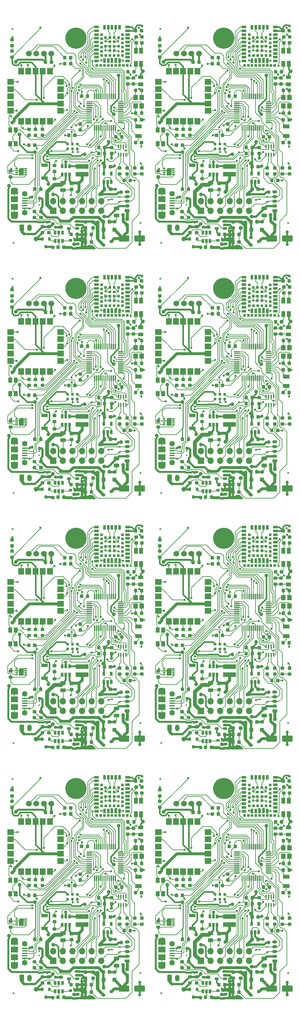
<source format=gtl>
%MOIN*%
%OFA0B0*%
%FSLAX46Y46*%
%IPPOS*%
%LPD*%
%ADD10C,0.000039370078740157485*%
%ADD11C,0.0059*%
%ADD12C,0.01968503937007874*%
%ADD13C,0.22047244094488189*%
%ADD14R,0.027559055118110236X0.017716535433070866*%
%ADD15C,0.031*%
%ADD16R,0.015748031496062995X0.041732283464566935*%
%ADD17R,0.047244094488188976X0.055118110236220472*%
%ADD18O,0.066929133858267723X0.066929133858267723*%
%ADD19R,0.066929133858267723X0.066929133858267723*%
%ADD20R,0.059055118110236227X0.070866141732283464*%
%ADD21R,0.070866141732283464X0.059055118110236227*%
%ADD22R,0.0078740157480314977X0.03937007874015748*%
%ADD23R,0.031496062992125991X0.011811023622047244*%
%ADD24R,0.0452755905511811X0.027559055118110236*%
%ADD25R,0.027559055118110236X0.0452755905511811*%
%ADD26R,0.027559055118110236X0.027559055118110236*%
%ADD27O,0.047244094488188976X0.068897637795275593*%
%ADD28R,0.13385826771653545X0.051181102362204731*%
%ADD29R,0.035433070866141732X0.031496062992125991*%
%ADD30R,0.025590551181102365X0.041732283464566935*%
%ADD31R,0.041732283464566935X0.025590551181102365*%
%ADD32R,0.074803149606299218X0.059055118110236227*%
%ADD33C,0.057086614173228349*%
%ADD34R,0.053149606299212608X0.015748031496062995*%
%ADD35O,0.074803149606299218X0.047244094488188976*%
%ADD36R,0.074803149606299218X0.047244094488188976*%
%ADD37O,0.051181102362204731X0.031496062992125991*%
%ADD38R,0.03937007874015748X0.059055118110236227*%
%ADD39R,0.031496062992125991X0.035433070866141732*%
%ADD40C,0.060000000000000005*%
%ADD41R,0.017716535433070866X0.011811023622047244*%
%ADD42R,0.043307086614173235X0.043307086614173235*%
%ADD43R,0.070866141732283464X0.03937007874015748*%
%ADD44R,0.066929133858267723X0.035433070866141732*%
%ADD45R,0.041338582677165357X0.055118110236220472*%
%ADD46C,0.031496062992125991*%
%ADD47C,0.023622047244094488*%
%ADD48C,0.03937007874015748*%
%ADD49C,0.027559055118110236*%
%ADD50C,0.047244094488188976*%
%ADD51C,0.0078740157480314977*%
%ADD52C,0.023622047244094488*%
%ADD53C,0.031496062992125991*%
%ADD54C,0.01968503937007874*%
%ADD55C,0.005905511811023622*%
%ADD56C,0.015748031496062995*%
%ADD57C,0.00984251968503937*%
%ADD58C,0.03937007874015748*%
%ADD59C,0.01*%
%ADD70C,0.000039370078740157485*%
%ADD71C,0.0059*%
%ADD72C,0.01968503937007874*%
%ADD73C,0.22047244094488189*%
%ADD74R,0.027559055118110236X0.017716535433070866*%
%ADD75C,0.031*%
%ADD76R,0.015748031496062995X0.041732283464566935*%
%ADD77R,0.047244094488188976X0.055118110236220472*%
%ADD78O,0.066929133858267723X0.066929133858267723*%
%ADD79R,0.066929133858267723X0.066929133858267723*%
%ADD80R,0.059055118110236227X0.070866141732283464*%
%ADD81R,0.070866141732283464X0.059055118110236227*%
%ADD82R,0.0078740157480314977X0.03937007874015748*%
%ADD83R,0.031496062992125991X0.011811023622047244*%
%ADD84R,0.0452755905511811X0.027559055118110236*%
%ADD85R,0.027559055118110236X0.0452755905511811*%
%ADD86R,0.027559055118110236X0.027559055118110236*%
%ADD87O,0.047244094488188976X0.068897637795275593*%
%ADD88R,0.13385826771653545X0.051181102362204731*%
%ADD89R,0.035433070866141732X0.031496062992125991*%
%ADD90R,0.025590551181102365X0.041732283464566935*%
%ADD91R,0.041732283464566935X0.025590551181102365*%
%ADD92R,0.074803149606299218X0.059055118110236227*%
%ADD93C,0.057086614173228349*%
%ADD94R,0.053149606299212608X0.015748031496062995*%
%ADD95O,0.074803149606299218X0.047244094488188976*%
%ADD96R,0.074803149606299218X0.047244094488188976*%
%ADD97O,0.051181102362204731X0.031496062992125991*%
%ADD98R,0.03937007874015748X0.059055118110236227*%
%ADD99R,0.031496062992125991X0.035433070866141732*%
%ADD100C,0.060000000000000005*%
%ADD101R,0.017716535433070866X0.011811023622047244*%
%ADD102R,0.043307086614173235X0.043307086614173235*%
%ADD103R,0.070866141732283464X0.03937007874015748*%
%ADD104R,0.066929133858267723X0.035433070866141732*%
%ADD105R,0.041338582677165357X0.055118110236220472*%
%ADD106C,0.031496062992125991*%
%ADD107C,0.023622047244094488*%
%ADD108C,0.03937007874015748*%
%ADD109C,0.027559055118110236*%
%ADD110C,0.047244094488188976*%
%ADD111C,0.0078740157480314977*%
%ADD112C,0.023622047244094488*%
%ADD113C,0.031496062992125991*%
%ADD114C,0.01968503937007874*%
%ADD115C,0.005905511811023622*%
%ADD116C,0.015748031496062995*%
%ADD117C,0.00984251968503937*%
%ADD118C,0.03937007874015748*%
%ADD119C,0.01*%
%ADD120C,0.000039370078740157485*%
%ADD121C,0.0059*%
%ADD122C,0.01968503937007874*%
%ADD123C,0.22047244094488189*%
%ADD124R,0.027559055118110236X0.017716535433070866*%
%ADD125C,0.031*%
%ADD126R,0.015748031496062995X0.041732283464566935*%
%ADD127R,0.047244094488188976X0.055118110236220472*%
%ADD128O,0.066929133858267723X0.066929133858267723*%
%ADD129R,0.066929133858267723X0.066929133858267723*%
%ADD130R,0.059055118110236227X0.070866141732283464*%
%ADD131R,0.070866141732283464X0.059055118110236227*%
%ADD132R,0.0078740157480314977X0.03937007874015748*%
%ADD133R,0.031496062992125991X0.011811023622047244*%
%ADD134R,0.0452755905511811X0.027559055118110236*%
%ADD135R,0.027559055118110236X0.0452755905511811*%
%ADD136R,0.027559055118110236X0.027559055118110236*%
%ADD137O,0.047244094488188976X0.068897637795275593*%
%ADD138R,0.13385826771653545X0.051181102362204731*%
%ADD139R,0.035433070866141732X0.031496062992125991*%
%ADD140R,0.025590551181102365X0.041732283464566935*%
%ADD141R,0.041732283464566935X0.025590551181102365*%
%ADD142R,0.074803149606299218X0.059055118110236227*%
%ADD143C,0.057086614173228349*%
%ADD144R,0.053149606299212608X0.015748031496062995*%
%ADD145O,0.074803149606299218X0.047244094488188976*%
%ADD146R,0.074803149606299218X0.047244094488188976*%
%ADD147O,0.051181102362204731X0.031496062992125991*%
%ADD148R,0.03937007874015748X0.059055118110236227*%
%ADD149R,0.031496062992125991X0.035433070866141732*%
%ADD150C,0.060000000000000005*%
%ADD151R,0.017716535433070866X0.011811023622047244*%
%ADD152R,0.043307086614173235X0.043307086614173235*%
%ADD153R,0.070866141732283464X0.03937007874015748*%
%ADD154R,0.066929133858267723X0.035433070866141732*%
%ADD155R,0.041338582677165357X0.055118110236220472*%
%ADD156C,0.031496062992125991*%
%ADD157C,0.023622047244094488*%
%ADD158C,0.03937007874015748*%
%ADD159C,0.027559055118110236*%
%ADD160C,0.047244094488188976*%
%ADD161C,0.0078740157480314977*%
%ADD162C,0.023622047244094488*%
%ADD163C,0.031496062992125991*%
%ADD164C,0.01968503937007874*%
%ADD165C,0.005905511811023622*%
%ADD166C,0.015748031496062995*%
%ADD167C,0.00984251968503937*%
%ADD168C,0.03937007874015748*%
%ADD169C,0.01*%
%ADD170C,0.000039370078740157485*%
%ADD171C,0.0059*%
%ADD172C,0.01968503937007874*%
%ADD173C,0.22047244094488189*%
%ADD174R,0.027559055118110236X0.017716535433070866*%
%ADD175C,0.031*%
%ADD176R,0.015748031496062995X0.041732283464566935*%
%ADD177R,0.047244094488188976X0.055118110236220472*%
%ADD178O,0.066929133858267723X0.066929133858267723*%
%ADD179R,0.066929133858267723X0.066929133858267723*%
%ADD180R,0.059055118110236227X0.070866141732283464*%
%ADD181R,0.070866141732283464X0.059055118110236227*%
%ADD182R,0.0078740157480314977X0.03937007874015748*%
%ADD183R,0.031496062992125991X0.011811023622047244*%
%ADD184R,0.0452755905511811X0.027559055118110236*%
%ADD185R,0.027559055118110236X0.0452755905511811*%
%ADD186R,0.027559055118110236X0.027559055118110236*%
%ADD187O,0.047244094488188976X0.068897637795275593*%
%ADD188R,0.13385826771653545X0.051181102362204731*%
%ADD189R,0.035433070866141732X0.031496062992125991*%
%ADD190R,0.025590551181102365X0.041732283464566935*%
%ADD191R,0.041732283464566935X0.025590551181102365*%
%ADD192R,0.074803149606299218X0.059055118110236227*%
%ADD193C,0.057086614173228349*%
%ADD194R,0.053149606299212608X0.015748031496062995*%
%ADD195O,0.074803149606299218X0.047244094488188976*%
%ADD196R,0.074803149606299218X0.047244094488188976*%
%ADD197O,0.051181102362204731X0.031496062992125991*%
%ADD198R,0.03937007874015748X0.059055118110236227*%
%ADD199R,0.031496062992125991X0.035433070866141732*%
%ADD200C,0.060000000000000005*%
%ADD201R,0.017716535433070866X0.011811023622047244*%
%ADD202R,0.043307086614173235X0.043307086614173235*%
%ADD203R,0.070866141732283464X0.03937007874015748*%
%ADD204R,0.066929133858267723X0.035433070866141732*%
%ADD205R,0.041338582677165357X0.055118110236220472*%
%ADD206C,0.031496062992125991*%
%ADD207C,0.023622047244094488*%
%ADD208C,0.03937007874015748*%
%ADD209C,0.027559055118110236*%
%ADD210C,0.047244094488188976*%
%ADD211C,0.0078740157480314977*%
%ADD212C,0.023622047244094488*%
%ADD213C,0.031496062992125991*%
%ADD214C,0.01968503937007874*%
%ADD215C,0.005905511811023622*%
%ADD216C,0.015748031496062995*%
%ADD217C,0.00984251968503937*%
%ADD218C,0.03937007874015748*%
%ADD219C,0.01*%
%ADD230C,0.000039370078740157485*%
%ADD231C,0.0059*%
%ADD232C,0.01968503937007874*%
%ADD233C,0.22047244094488189*%
%ADD234R,0.027559055118110236X0.017716535433070866*%
%ADD235C,0.031*%
%ADD236R,0.015748031496062995X0.041732283464566935*%
%ADD237R,0.047244094488188976X0.055118110236220472*%
%ADD238O,0.066929133858267723X0.066929133858267723*%
%ADD239R,0.066929133858267723X0.066929133858267723*%
%ADD240R,0.059055118110236227X0.070866141732283464*%
%ADD241R,0.070866141732283464X0.059055118110236227*%
%ADD242R,0.0078740157480314977X0.03937007874015748*%
%ADD243R,0.031496062992125991X0.011811023622047244*%
%ADD244R,0.0452755905511811X0.027559055118110236*%
%ADD245R,0.027559055118110236X0.0452755905511811*%
%ADD246R,0.027559055118110236X0.027559055118110236*%
%ADD247O,0.047244094488188976X0.068897637795275593*%
%ADD248R,0.13385826771653545X0.051181102362204731*%
%ADD249R,0.035433070866141732X0.031496062992125991*%
%ADD250R,0.025590551181102365X0.041732283464566935*%
%ADD251R,0.041732283464566935X0.025590551181102365*%
%ADD252R,0.074803149606299218X0.059055118110236227*%
%ADD253C,0.057086614173228349*%
%ADD254R,0.053149606299212608X0.015748031496062995*%
%ADD255O,0.074803149606299218X0.047244094488188976*%
%ADD256R,0.074803149606299218X0.047244094488188976*%
%ADD257O,0.051181102362204731X0.031496062992125991*%
%ADD258R,0.03937007874015748X0.059055118110236227*%
%ADD259R,0.031496062992125991X0.035433070866141732*%
%ADD260C,0.060000000000000005*%
%ADD261R,0.017716535433070866X0.011811023622047244*%
%ADD262R,0.043307086614173235X0.043307086614173235*%
%ADD263R,0.070866141732283464X0.03937007874015748*%
%ADD264R,0.066929133858267723X0.035433070866141732*%
%ADD265R,0.041338582677165357X0.055118110236220472*%
%ADD266C,0.031496062992125991*%
%ADD267C,0.023622047244094488*%
%ADD268C,0.03937007874015748*%
%ADD269C,0.027559055118110236*%
%ADD270C,0.047244094488188976*%
%ADD271C,0.0078740157480314977*%
%ADD272C,0.023622047244094488*%
%ADD273C,0.031496062992125991*%
%ADD274C,0.01968503937007874*%
%ADD275C,0.005905511811023622*%
%ADD276C,0.015748031496062995*%
%ADD277C,0.00984251968503937*%
%ADD278C,0.03937007874015748*%
%ADD279C,0.01*%
%ADD290C,0.000039370078740157485*%
%ADD291C,0.0059*%
%ADD292C,0.01968503937007874*%
%ADD293C,0.22047244094488189*%
%ADD294R,0.027559055118110236X0.017716535433070866*%
%ADD295C,0.031*%
%ADD296R,0.015748031496062995X0.041732283464566935*%
%ADD297R,0.047244094488188976X0.055118110236220472*%
%ADD298O,0.066929133858267723X0.066929133858267723*%
%ADD299R,0.066929133858267723X0.066929133858267723*%
%ADD300R,0.059055118110236227X0.070866141732283464*%
%ADD301R,0.070866141732283464X0.059055118110236227*%
%ADD302R,0.0078740157480314977X0.03937007874015748*%
%ADD303R,0.031496062992125991X0.011811023622047244*%
%ADD304R,0.0452755905511811X0.027559055118110236*%
%ADD305R,0.027559055118110236X0.0452755905511811*%
%ADD306R,0.027559055118110236X0.027559055118110236*%
%ADD307O,0.047244094488188976X0.068897637795275593*%
%ADD308R,0.13385826771653545X0.051181102362204731*%
%ADD309R,0.035433070866141732X0.031496062992125991*%
%ADD310R,0.025590551181102365X0.041732283464566935*%
%ADD311R,0.041732283464566935X0.025590551181102365*%
%ADD312R,0.074803149606299218X0.059055118110236227*%
%ADD313C,0.057086614173228349*%
%ADD314R,0.053149606299212608X0.015748031496062995*%
%ADD315O,0.074803149606299218X0.047244094488188976*%
%ADD316R,0.074803149606299218X0.047244094488188976*%
%ADD317O,0.051181102362204731X0.031496062992125991*%
%ADD318R,0.03937007874015748X0.059055118110236227*%
%ADD319R,0.031496062992125991X0.035433070866141732*%
%ADD320C,0.060000000000000005*%
%ADD321R,0.017716535433070866X0.011811023622047244*%
%ADD322R,0.043307086614173235X0.043307086614173235*%
%ADD323R,0.070866141732283464X0.03937007874015748*%
%ADD324R,0.066929133858267723X0.035433070866141732*%
%ADD325R,0.041338582677165357X0.055118110236220472*%
%ADD326C,0.031496062992125991*%
%ADD327C,0.023622047244094488*%
%ADD328C,0.03937007874015748*%
%ADD329C,0.027559055118110236*%
%ADD330C,0.047244094488188976*%
%ADD331C,0.0078740157480314977*%
%ADD332C,0.023622047244094488*%
%ADD333C,0.031496062992125991*%
%ADD334C,0.01968503937007874*%
%ADD335C,0.005905511811023622*%
%ADD336C,0.015748031496062995*%
%ADD337C,0.00984251968503937*%
%ADD338C,0.03937007874015748*%
%ADD339C,0.01*%
%ADD340C,0.000039370078740157485*%
%ADD341C,0.0059*%
%ADD342C,0.01968503937007874*%
%ADD343C,0.22047244094488189*%
%ADD344R,0.027559055118110236X0.017716535433070866*%
%ADD345C,0.031*%
%ADD346R,0.015748031496062995X0.041732283464566935*%
%ADD347R,0.047244094488188976X0.055118110236220472*%
%ADD348O,0.066929133858267723X0.066929133858267723*%
%ADD349R,0.066929133858267723X0.066929133858267723*%
%ADD350R,0.059055118110236227X0.070866141732283464*%
%ADD351R,0.070866141732283464X0.059055118110236227*%
%ADD352R,0.0078740157480314977X0.03937007874015748*%
%ADD353R,0.031496062992125991X0.011811023622047244*%
%ADD354R,0.0452755905511811X0.027559055118110236*%
%ADD355R,0.027559055118110236X0.0452755905511811*%
%ADD356R,0.027559055118110236X0.027559055118110236*%
%ADD357O,0.047244094488188976X0.068897637795275593*%
%ADD358R,0.13385826771653545X0.051181102362204731*%
%ADD359R,0.035433070866141732X0.031496062992125991*%
%ADD360R,0.025590551181102365X0.041732283464566935*%
%ADD361R,0.041732283464566935X0.025590551181102365*%
%ADD362R,0.074803149606299218X0.059055118110236227*%
%ADD363C,0.057086614173228349*%
%ADD364R,0.053149606299212608X0.015748031496062995*%
%ADD365O,0.074803149606299218X0.047244094488188976*%
%ADD366R,0.074803149606299218X0.047244094488188976*%
%ADD367O,0.051181102362204731X0.031496062992125991*%
%ADD368R,0.03937007874015748X0.059055118110236227*%
%ADD369R,0.031496062992125991X0.035433070866141732*%
%ADD370C,0.060000000000000005*%
%ADD371R,0.017716535433070866X0.011811023622047244*%
%ADD372R,0.043307086614173235X0.043307086614173235*%
%ADD373R,0.070866141732283464X0.03937007874015748*%
%ADD374R,0.066929133858267723X0.035433070866141732*%
%ADD375R,0.041338582677165357X0.055118110236220472*%
%ADD376C,0.031496062992125991*%
%ADD377C,0.023622047244094488*%
%ADD378C,0.03937007874015748*%
%ADD379C,0.027559055118110236*%
%ADD380C,0.047244094488188976*%
%ADD381C,0.0078740157480314977*%
%ADD382C,0.023622047244094488*%
%ADD383C,0.031496062992125991*%
%ADD384C,0.01968503937007874*%
%ADD385C,0.005905511811023622*%
%ADD386C,0.015748031496062995*%
%ADD387C,0.00984251968503937*%
%ADD388C,0.03937007874015748*%
%ADD389C,0.01*%
%ADD390C,0.000039370078740157485*%
%ADD391C,0.0059*%
%ADD392C,0.01968503937007874*%
%ADD393C,0.22047244094488189*%
%ADD394R,0.027559055118110236X0.017716535433070866*%
%ADD395C,0.031*%
%ADD396R,0.015748031496062995X0.041732283464566935*%
%ADD397R,0.047244094488188976X0.055118110236220472*%
%ADD398O,0.066929133858267723X0.066929133858267723*%
%ADD399R,0.066929133858267723X0.066929133858267723*%
%ADD400R,0.059055118110236227X0.070866141732283464*%
%ADD401R,0.070866141732283464X0.059055118110236227*%
%ADD402R,0.0078740157480314977X0.03937007874015748*%
%ADD403R,0.031496062992125991X0.011811023622047244*%
%ADD404R,0.0452755905511811X0.027559055118110236*%
%ADD405R,0.027559055118110236X0.0452755905511811*%
%ADD406R,0.027559055118110236X0.027559055118110236*%
%ADD407O,0.047244094488188976X0.068897637795275593*%
%ADD408R,0.13385826771653545X0.051181102362204731*%
%ADD409R,0.035433070866141732X0.031496062992125991*%
%ADD410R,0.025590551181102365X0.041732283464566935*%
%ADD411R,0.041732283464566935X0.025590551181102365*%
%ADD412R,0.074803149606299218X0.059055118110236227*%
%ADD413C,0.057086614173228349*%
%ADD414R,0.053149606299212608X0.015748031496062995*%
%ADD415O,0.074803149606299218X0.047244094488188976*%
%ADD416R,0.074803149606299218X0.047244094488188976*%
%ADD417O,0.051181102362204731X0.031496062992125991*%
%ADD418R,0.03937007874015748X0.059055118110236227*%
%ADD419R,0.031496062992125991X0.035433070866141732*%
%ADD420C,0.060000000000000005*%
%ADD421R,0.017716535433070866X0.011811023622047244*%
%ADD422R,0.043307086614173235X0.043307086614173235*%
%ADD423R,0.070866141732283464X0.03937007874015748*%
%ADD424R,0.066929133858267723X0.035433070866141732*%
%ADD425R,0.041338582677165357X0.055118110236220472*%
%ADD426C,0.031496062992125991*%
%ADD427C,0.023622047244094488*%
%ADD428C,0.03937007874015748*%
%ADD429C,0.027559055118110236*%
%ADD430C,0.047244094488188976*%
%ADD431C,0.0078740157480314977*%
%ADD432C,0.023622047244094488*%
%ADD433C,0.031496062992125991*%
%ADD434C,0.01968503937007874*%
%ADD435C,0.005905511811023622*%
%ADD436C,0.015748031496062995*%
%ADD437C,0.00984251968503937*%
%ADD438C,0.03937007874015748*%
%ADD439C,0.01*%
%LPD*%
D10*
G36*
X0000145669Y0000856613D02*
G01*
X0000181102Y0000856613D01*
X0000181102Y0000781810D01*
X0000133858Y0000781810D01*
X0000133858Y0000844802D01*
X0000145669Y0000856613D01*
G37*
X0000145669Y0000856613D02*
X0000181102Y0000856613D01*
X0000181102Y0000781810D01*
X0000133858Y0000781810D01*
X0000133858Y0000844802D01*
X0000145669Y0000856613D01*
D11*
G36*
X0000246168Y0001113461D02*
G01*
X0000247004Y0001113337D01*
X0000247824Y0001113132D01*
X0000248620Y0001112847D01*
X0000249383Y0001112486D01*
X0000250109Y0001112052D01*
X0000250788Y0001111548D01*
X0000251414Y0001110980D01*
X0000251981Y0001110354D01*
X0000252485Y0001109675D01*
X0000252919Y0001108950D01*
X0000253280Y0001108186D01*
X0000253566Y0001107391D01*
X0000253771Y0001106571D01*
X0000253894Y0001105735D01*
X0000253937Y0001104891D01*
X0000253937Y0001084714D01*
X0000253894Y0001083869D01*
X0000253771Y0001083033D01*
X0000253566Y0001082214D01*
X0000253280Y0001081418D01*
X0000252919Y0001080654D01*
X0000252485Y0001079929D01*
X0000251981Y0001079250D01*
X0000251414Y0001078624D01*
X0000250788Y0001078056D01*
X0000250109Y0001077553D01*
X0000249383Y0001077118D01*
X0000248620Y0001076757D01*
X0000247824Y0001076472D01*
X0000247004Y0001076267D01*
X0000246168Y0001076143D01*
X0000245323Y0001076101D01*
X0000228100Y0001076101D01*
X0000227256Y0001076143D01*
X0000226420Y0001076267D01*
X0000225600Y0001076472D01*
X0000224804Y0001076757D01*
X0000224040Y0001077118D01*
X0000223315Y0001077553D01*
X0000222636Y0001078056D01*
X0000222010Y0001078624D01*
X0000221443Y0001079250D01*
X0000220939Y0001079929D01*
X0000220505Y0001080654D01*
X0000220142Y0001081418D01*
X0000219859Y0001082214D01*
X0000219653Y0001083033D01*
X0000219529Y0001083869D01*
X0000219488Y0001084714D01*
X0000219488Y0001104891D01*
X0000219529Y0001105735D01*
X0000219653Y0001106571D01*
X0000219859Y0001107391D01*
X0000220142Y0001108186D01*
X0000220505Y0001108950D01*
X0000220939Y0001109675D01*
X0000221443Y0001110354D01*
X0000222010Y0001110980D01*
X0000222636Y0001111548D01*
X0000223315Y0001112052D01*
X0000224040Y0001112486D01*
X0000224804Y0001112847D01*
X0000225600Y0001113132D01*
X0000226420Y0001113337D01*
X0000227256Y0001113461D01*
X0000228100Y0001113503D01*
X0000245323Y0001113503D01*
X0000246168Y0001113461D01*
G37*
G36*
X0000308176Y0001113461D02*
G01*
X0000309012Y0001113337D01*
X0000309832Y0001113132D01*
X0000310628Y0001112847D01*
X0000311392Y0001112486D01*
X0000312117Y0001112052D01*
X0000312796Y0001111548D01*
X0000313422Y0001110980D01*
X0000313990Y0001110354D01*
X0000314493Y0001109675D01*
X0000314927Y0001108950D01*
X0000315289Y0001108186D01*
X0000315574Y0001107391D01*
X0000315779Y0001106571D01*
X0000315903Y0001105735D01*
X0000315944Y0001104891D01*
X0000315944Y0001084714D01*
X0000315903Y0001083869D01*
X0000315779Y0001083033D01*
X0000315574Y0001082214D01*
X0000315289Y0001081418D01*
X0000314927Y0001080654D01*
X0000314493Y0001079929D01*
X0000313990Y0001079250D01*
X0000313422Y0001078624D01*
X0000312796Y0001078056D01*
X0000312117Y0001077553D01*
X0000311392Y0001077118D01*
X0000310628Y0001076757D01*
X0000309832Y0001076472D01*
X0000309012Y0001076267D01*
X0000308176Y0001076143D01*
X0000307332Y0001076101D01*
X0000290108Y0001076101D01*
X0000289264Y0001076143D01*
X0000288428Y0001076267D01*
X0000287608Y0001076472D01*
X0000286812Y0001076757D01*
X0000286048Y0001077118D01*
X0000285323Y0001077553D01*
X0000284644Y0001078056D01*
X0000284018Y0001078624D01*
X0000283450Y0001079250D01*
X0000282947Y0001079929D01*
X0000282512Y0001080654D01*
X0000282151Y0001081418D01*
X0000281866Y0001082214D01*
X0000281661Y0001083033D01*
X0000281537Y0001083869D01*
X0000281496Y0001084714D01*
X0000281496Y0001104891D01*
X0000281537Y0001105735D01*
X0000281661Y0001106571D01*
X0000281866Y0001107391D01*
X0000282151Y0001108186D01*
X0000282512Y0001108950D01*
X0000282947Y0001109675D01*
X0000283450Y0001110354D01*
X0000284018Y0001110980D01*
X0000284644Y0001111548D01*
X0000285323Y0001112052D01*
X0000286048Y0001112486D01*
X0000286812Y0001112847D01*
X0000287608Y0001113132D01*
X0000288428Y0001113337D01*
X0000289264Y0001113461D01*
X0000290108Y0001113503D01*
X0000307332Y0001113503D01*
X0000308176Y0001113461D01*
G37*
G36*
X0001140707Y0001302465D02*
G01*
X0001140994Y0001302423D01*
X0001141275Y0001302352D01*
X0001141548Y0001302255D01*
X0001141810Y0001302131D01*
X0001142058Y0001301982D01*
X0001142291Y0001301809D01*
X0001142506Y0001301614D01*
X0001142700Y0001301400D01*
X0001142873Y0001301167D01*
X0001143022Y0001300918D01*
X0001143146Y0001300657D01*
X0001143243Y0001300384D01*
X0001143314Y0001300103D01*
X0001143356Y0001299816D01*
X0001143371Y0001299527D01*
X0001143371Y0001247361D01*
X0001143356Y0001247072D01*
X0001143314Y0001246785D01*
X0001143243Y0001246504D01*
X0001143146Y0001246231D01*
X0001143022Y0001245969D01*
X0001142873Y0001245721D01*
X0001142700Y0001245488D01*
X0001142506Y0001245273D01*
X0001142291Y0001245079D01*
X0001142058Y0001244906D01*
X0001141810Y0001244757D01*
X0001141548Y0001244633D01*
X0001141275Y0001244536D01*
X0001140994Y0001244465D01*
X0001140707Y0001244423D01*
X0001140418Y0001244408D01*
X0001134512Y0001244408D01*
X0001134223Y0001244423D01*
X0001133936Y0001244465D01*
X0001133655Y0001244536D01*
X0001133382Y0001244633D01*
X0001133120Y0001244757D01*
X0001132872Y0001244906D01*
X0001132639Y0001245079D01*
X0001132424Y0001245273D01*
X0001132230Y0001245488D01*
X0001132057Y0001245721D01*
X0001131908Y0001245969D01*
X0001131784Y0001246231D01*
X0001131687Y0001246504D01*
X0001131616Y0001246785D01*
X0001131574Y0001247072D01*
X0001131560Y0001247361D01*
X0001131560Y0001299527D01*
X0001131574Y0001299816D01*
X0001131616Y0001300103D01*
X0001131687Y0001300384D01*
X0001131784Y0001300657D01*
X0001131908Y0001300918D01*
X0001132057Y0001301167D01*
X0001132230Y0001301400D01*
X0001132424Y0001301614D01*
X0001132639Y0001301809D01*
X0001132872Y0001301982D01*
X0001133120Y0001302131D01*
X0001133382Y0001302255D01*
X0001133655Y0001302352D01*
X0001133936Y0001302423D01*
X0001134223Y0001302465D01*
X0001134512Y0001302479D01*
X0001140418Y0001302479D01*
X0001140707Y0001302465D01*
G37*
G36*
X0001121022Y0001302465D02*
G01*
X0001121309Y0001302423D01*
X0001121590Y0001302352D01*
X0001121863Y0001302255D01*
X0001122125Y0001302131D01*
X0001122373Y0001301982D01*
X0001122606Y0001301809D01*
X0001122821Y0001301614D01*
X0001123015Y0001301400D01*
X0001123188Y0001301167D01*
X0001123337Y0001300918D01*
X0001123461Y0001300657D01*
X0001123558Y0001300384D01*
X0001123629Y0001300103D01*
X0001123671Y0001299816D01*
X0001123685Y0001299527D01*
X0001123685Y0001247361D01*
X0001123671Y0001247072D01*
X0001123629Y0001246785D01*
X0001123558Y0001246504D01*
X0001123461Y0001246231D01*
X0001123337Y0001245969D01*
X0001123188Y0001245721D01*
X0001123015Y0001245488D01*
X0001122821Y0001245273D01*
X0001122606Y0001245079D01*
X0001122373Y0001244906D01*
X0001122125Y0001244757D01*
X0001121863Y0001244633D01*
X0001121590Y0001244536D01*
X0001121309Y0001244465D01*
X0001121022Y0001244423D01*
X0001120733Y0001244408D01*
X0001114827Y0001244408D01*
X0001114538Y0001244423D01*
X0001114251Y0001244465D01*
X0001113970Y0001244536D01*
X0001113697Y0001244633D01*
X0001113435Y0001244757D01*
X0001113187Y0001244906D01*
X0001112954Y0001245079D01*
X0001112739Y0001245273D01*
X0001112545Y0001245488D01*
X0001112372Y0001245721D01*
X0001112223Y0001245969D01*
X0001112099Y0001246231D01*
X0001112002Y0001246504D01*
X0001111931Y0001246785D01*
X0001111889Y0001247072D01*
X0001111874Y0001247361D01*
X0001111874Y0001299527D01*
X0001111889Y0001299816D01*
X0001111931Y0001300103D01*
X0001112002Y0001300384D01*
X0001112099Y0001300657D01*
X0001112223Y0001300918D01*
X0001112372Y0001301167D01*
X0001112545Y0001301400D01*
X0001112739Y0001301614D01*
X0001112954Y0001301809D01*
X0001113187Y0001301982D01*
X0001113435Y0001302131D01*
X0001113697Y0001302255D01*
X0001113970Y0001302352D01*
X0001114251Y0001302423D01*
X0001114538Y0001302465D01*
X0001114827Y0001302479D01*
X0001120733Y0001302479D01*
X0001121022Y0001302465D01*
G37*
G36*
X0001101337Y0001302465D02*
G01*
X0001101624Y0001302423D01*
X0001101905Y0001302352D01*
X0001102178Y0001302255D01*
X0001102440Y0001302131D01*
X0001102688Y0001301982D01*
X0001102921Y0001301809D01*
X0001103136Y0001301614D01*
X0001103330Y0001301400D01*
X0001103503Y0001301167D01*
X0001103652Y0001300918D01*
X0001103776Y0001300657D01*
X0001103873Y0001300384D01*
X0001103944Y0001300103D01*
X0001103986Y0001299816D01*
X0001104000Y0001299527D01*
X0001104000Y0001247361D01*
X0001103986Y0001247072D01*
X0001103944Y0001246785D01*
X0001103873Y0001246504D01*
X0001103776Y0001246231D01*
X0001103652Y0001245969D01*
X0001103503Y0001245721D01*
X0001103330Y0001245488D01*
X0001103136Y0001245273D01*
X0001102921Y0001245079D01*
X0001102688Y0001244906D01*
X0001102440Y0001244757D01*
X0001102178Y0001244633D01*
X0001101905Y0001244536D01*
X0001101624Y0001244465D01*
X0001101337Y0001244423D01*
X0001101048Y0001244408D01*
X0001095142Y0001244408D01*
X0001094853Y0001244423D01*
X0001094566Y0001244465D01*
X0001094285Y0001244536D01*
X0001094012Y0001244633D01*
X0001093750Y0001244757D01*
X0001093502Y0001244906D01*
X0001093269Y0001245079D01*
X0001093054Y0001245273D01*
X0001092860Y0001245488D01*
X0001092687Y0001245721D01*
X0001092538Y0001245969D01*
X0001092414Y0001246231D01*
X0001092317Y0001246504D01*
X0001092246Y0001246785D01*
X0001092204Y0001247072D01*
X0001092189Y0001247361D01*
X0001092189Y0001299527D01*
X0001092204Y0001299816D01*
X0001092246Y0001300103D01*
X0001092317Y0001300384D01*
X0001092414Y0001300657D01*
X0001092538Y0001300918D01*
X0001092687Y0001301167D01*
X0001092860Y0001301400D01*
X0001093054Y0001301614D01*
X0001093269Y0001301809D01*
X0001093502Y0001301982D01*
X0001093750Y0001302131D01*
X0001094012Y0001302255D01*
X0001094285Y0001302352D01*
X0001094566Y0001302423D01*
X0001094853Y0001302465D01*
X0001095142Y0001302479D01*
X0001101048Y0001302479D01*
X0001101337Y0001302465D01*
G37*
G36*
X0001081652Y0001302465D02*
G01*
X0001081939Y0001302423D01*
X0001082220Y0001302352D01*
X0001082493Y0001302255D01*
X0001082755Y0001302131D01*
X0001083003Y0001301982D01*
X0001083236Y0001301809D01*
X0001083451Y0001301614D01*
X0001083645Y0001301400D01*
X0001083818Y0001301167D01*
X0001083967Y0001300918D01*
X0001084091Y0001300657D01*
X0001084188Y0001300384D01*
X0001084259Y0001300103D01*
X0001084301Y0001299816D01*
X0001084315Y0001299527D01*
X0001084315Y0001247361D01*
X0001084301Y0001247072D01*
X0001084259Y0001246785D01*
X0001084188Y0001246504D01*
X0001084091Y0001246231D01*
X0001083967Y0001245969D01*
X0001083818Y0001245721D01*
X0001083645Y0001245488D01*
X0001083451Y0001245273D01*
X0001083236Y0001245079D01*
X0001083003Y0001244906D01*
X0001082755Y0001244757D01*
X0001082493Y0001244633D01*
X0001082220Y0001244536D01*
X0001081939Y0001244465D01*
X0001081652Y0001244423D01*
X0001081363Y0001244408D01*
X0001075457Y0001244408D01*
X0001075168Y0001244423D01*
X0001074881Y0001244465D01*
X0001074600Y0001244536D01*
X0001074327Y0001244633D01*
X0001074065Y0001244757D01*
X0001073817Y0001244906D01*
X0001073584Y0001245079D01*
X0001073369Y0001245273D01*
X0001073175Y0001245488D01*
X0001073002Y0001245721D01*
X0001072853Y0001245969D01*
X0001072729Y0001246231D01*
X0001072632Y0001246504D01*
X0001072561Y0001246785D01*
X0001072519Y0001247072D01*
X0001072504Y0001247361D01*
X0001072504Y0001299527D01*
X0001072519Y0001299816D01*
X0001072561Y0001300103D01*
X0001072632Y0001300384D01*
X0001072729Y0001300657D01*
X0001072853Y0001300918D01*
X0001073002Y0001301167D01*
X0001073175Y0001301400D01*
X0001073369Y0001301614D01*
X0001073584Y0001301809D01*
X0001073817Y0001301982D01*
X0001074065Y0001302131D01*
X0001074327Y0001302255D01*
X0001074600Y0001302352D01*
X0001074881Y0001302423D01*
X0001075168Y0001302465D01*
X0001075457Y0001302479D01*
X0001081363Y0001302479D01*
X0001081652Y0001302465D01*
G37*
G36*
X0001061967Y0001302465D02*
G01*
X0001062254Y0001302423D01*
X0001062535Y0001302352D01*
X0001062808Y0001302255D01*
X0001063070Y0001302131D01*
X0001063318Y0001301982D01*
X0001063551Y0001301809D01*
X0001063766Y0001301614D01*
X0001063960Y0001301400D01*
X0001064133Y0001301167D01*
X0001064282Y0001300918D01*
X0001064406Y0001300657D01*
X0001064503Y0001300384D01*
X0001064574Y0001300103D01*
X0001064616Y0001299816D01*
X0001064630Y0001299527D01*
X0001064630Y0001247361D01*
X0001064616Y0001247072D01*
X0001064574Y0001246785D01*
X0001064503Y0001246504D01*
X0001064406Y0001246231D01*
X0001064282Y0001245969D01*
X0001064133Y0001245721D01*
X0001063960Y0001245488D01*
X0001063766Y0001245273D01*
X0001063551Y0001245079D01*
X0001063318Y0001244906D01*
X0001063070Y0001244757D01*
X0001062808Y0001244633D01*
X0001062535Y0001244536D01*
X0001062254Y0001244465D01*
X0001061967Y0001244423D01*
X0001061678Y0001244408D01*
X0001055772Y0001244408D01*
X0001055483Y0001244423D01*
X0001055196Y0001244465D01*
X0001054915Y0001244536D01*
X0001054642Y0001244633D01*
X0001054380Y0001244757D01*
X0001054132Y0001244906D01*
X0001053899Y0001245079D01*
X0001053684Y0001245273D01*
X0001053490Y0001245488D01*
X0001053317Y0001245721D01*
X0001053168Y0001245969D01*
X0001053044Y0001246231D01*
X0001052946Y0001246504D01*
X0001052876Y0001246785D01*
X0001052834Y0001247072D01*
X0001052819Y0001247361D01*
X0001052819Y0001299527D01*
X0001052834Y0001299816D01*
X0001052876Y0001300103D01*
X0001052946Y0001300384D01*
X0001053044Y0001300657D01*
X0001053168Y0001300918D01*
X0001053317Y0001301167D01*
X0001053490Y0001301400D01*
X0001053684Y0001301614D01*
X0001053899Y0001301809D01*
X0001054132Y0001301982D01*
X0001054380Y0001302131D01*
X0001054642Y0001302255D01*
X0001054915Y0001302352D01*
X0001055196Y0001302423D01*
X0001055483Y0001302465D01*
X0001055772Y0001302479D01*
X0001061678Y0001302479D01*
X0001061967Y0001302465D01*
G37*
G36*
X0001042281Y0001302465D02*
G01*
X0001042569Y0001302423D01*
X0001042850Y0001302352D01*
X0001043123Y0001302255D01*
X0001043385Y0001302131D01*
X0001043633Y0001301982D01*
X0001043866Y0001301809D01*
X0001044079Y0001301614D01*
X0001044275Y0001301400D01*
X0001044448Y0001301167D01*
X0001044597Y0001300918D01*
X0001044721Y0001300657D01*
X0001044818Y0001300384D01*
X0001044889Y0001300103D01*
X0001044931Y0001299816D01*
X0001044945Y0001299527D01*
X0001044945Y0001247361D01*
X0001044931Y0001247072D01*
X0001044889Y0001246785D01*
X0001044818Y0001246504D01*
X0001044721Y0001246231D01*
X0001044597Y0001245969D01*
X0001044448Y0001245721D01*
X0001044275Y0001245488D01*
X0001044079Y0001245273D01*
X0001043866Y0001245079D01*
X0001043633Y0001244906D01*
X0001043385Y0001244757D01*
X0001043123Y0001244633D01*
X0001042850Y0001244536D01*
X0001042569Y0001244465D01*
X0001042281Y0001244423D01*
X0001041993Y0001244408D01*
X0001036087Y0001244408D01*
X0001035798Y0001244423D01*
X0001035511Y0001244465D01*
X0001035230Y0001244536D01*
X0001034956Y0001244633D01*
X0001034694Y0001244757D01*
X0001034446Y0001244906D01*
X0001034214Y0001245079D01*
X0001033998Y0001245273D01*
X0001033805Y0001245488D01*
X0001033632Y0001245721D01*
X0001033482Y0001245969D01*
X0001033358Y0001246231D01*
X0001033261Y0001246504D01*
X0001033191Y0001246785D01*
X0001033149Y0001247072D01*
X0001033134Y0001247361D01*
X0001033134Y0001299527D01*
X0001033149Y0001299816D01*
X0001033191Y0001300103D01*
X0001033261Y0001300384D01*
X0001033358Y0001300657D01*
X0001033482Y0001300918D01*
X0001033632Y0001301167D01*
X0001033805Y0001301400D01*
X0001033998Y0001301614D01*
X0001034214Y0001301809D01*
X0001034446Y0001301982D01*
X0001034694Y0001302131D01*
X0001034956Y0001302255D01*
X0001035230Y0001302352D01*
X0001035511Y0001302423D01*
X0001035798Y0001302465D01*
X0001036087Y0001302479D01*
X0001041993Y0001302479D01*
X0001042281Y0001302465D01*
G37*
G36*
X0001022597Y0001302465D02*
G01*
X0001022883Y0001302423D01*
X0001023165Y0001302352D01*
X0001023436Y0001302255D01*
X0001023698Y0001302131D01*
X0001023948Y0001301982D01*
X0001024181Y0001301809D01*
X0001024395Y0001301614D01*
X0001024589Y0001301400D01*
X0001024763Y0001301167D01*
X0001024912Y0001300918D01*
X0001025036Y0001300657D01*
X0001025133Y0001300384D01*
X0001025204Y0001300103D01*
X0001025246Y0001299816D01*
X0001025260Y0001299527D01*
X0001025260Y0001247361D01*
X0001025246Y0001247072D01*
X0001025204Y0001246785D01*
X0001025133Y0001246504D01*
X0001025036Y0001246231D01*
X0001024912Y0001245969D01*
X0001024763Y0001245721D01*
X0001024589Y0001245488D01*
X0001024395Y0001245273D01*
X0001024181Y0001245079D01*
X0001023948Y0001244906D01*
X0001023698Y0001244757D01*
X0001023436Y0001244633D01*
X0001023165Y0001244536D01*
X0001022883Y0001244465D01*
X0001022597Y0001244423D01*
X0001022308Y0001244408D01*
X0001016402Y0001244408D01*
X0001016113Y0001244423D01*
X0001015825Y0001244465D01*
X0001015544Y0001244536D01*
X0001015272Y0001244633D01*
X0001015010Y0001244757D01*
X0001014762Y0001244906D01*
X0001014529Y0001245079D01*
X0001014313Y0001245273D01*
X0001014119Y0001245488D01*
X0001013946Y0001245721D01*
X0001013798Y0001245969D01*
X0001013674Y0001246231D01*
X0001013576Y0001246504D01*
X0001013506Y0001246785D01*
X0001013463Y0001247072D01*
X0001013449Y0001247361D01*
X0001013449Y0001299527D01*
X0001013463Y0001299816D01*
X0001013506Y0001300103D01*
X0001013576Y0001300384D01*
X0001013674Y0001300657D01*
X0001013798Y0001300918D01*
X0001013946Y0001301167D01*
X0001014119Y0001301400D01*
X0001014313Y0001301614D01*
X0001014529Y0001301809D01*
X0001014762Y0001301982D01*
X0001015010Y0001302131D01*
X0001015272Y0001302255D01*
X0001015544Y0001302352D01*
X0001015825Y0001302423D01*
X0001016113Y0001302465D01*
X0001016402Y0001302479D01*
X0001022308Y0001302479D01*
X0001022597Y0001302465D01*
G37*
G36*
X0001002912Y0001302465D02*
G01*
X0001003199Y0001302423D01*
X0001003479Y0001302352D01*
X0001003752Y0001302255D01*
X0001004014Y0001302131D01*
X0001004262Y0001301982D01*
X0001004496Y0001301809D01*
X0001004710Y0001301614D01*
X0001004904Y0001301400D01*
X0001005077Y0001301167D01*
X0001005227Y0001300918D01*
X0001005350Y0001300657D01*
X0001005447Y0001300384D01*
X0001005519Y0001300103D01*
X0001005560Y0001299816D01*
X0001005575Y0001299527D01*
X0001005575Y0001247361D01*
X0001005560Y0001247072D01*
X0001005519Y0001246785D01*
X0001005447Y0001246504D01*
X0001005350Y0001246231D01*
X0001005227Y0001245969D01*
X0001005077Y0001245721D01*
X0001004904Y0001245488D01*
X0001004710Y0001245273D01*
X0001004496Y0001245079D01*
X0001004262Y0001244906D01*
X0001004014Y0001244757D01*
X0001003752Y0001244633D01*
X0001003479Y0001244536D01*
X0001003199Y0001244465D01*
X0001002912Y0001244423D01*
X0001002621Y0001244408D01*
X0000996717Y0001244408D01*
X0000996428Y0001244423D01*
X0000996141Y0001244465D01*
X0000995860Y0001244536D01*
X0000995587Y0001244633D01*
X0000995325Y0001244757D01*
X0000995077Y0001244906D01*
X0000994844Y0001245079D01*
X0000994629Y0001245273D01*
X0000994434Y0001245488D01*
X0000994262Y0001245721D01*
X0000994113Y0001245969D01*
X0000993989Y0001246231D01*
X0000993891Y0001246504D01*
X0000993821Y0001246785D01*
X0000993778Y0001247072D01*
X0000993764Y0001247361D01*
X0000993764Y0001299527D01*
X0000993778Y0001299816D01*
X0000993821Y0001300103D01*
X0000993891Y0001300384D01*
X0000993989Y0001300657D01*
X0000994113Y0001300918D01*
X0000994262Y0001301167D01*
X0000994434Y0001301400D01*
X0000994629Y0001301614D01*
X0000994844Y0001301809D01*
X0000995077Y0001301982D01*
X0000995325Y0001302131D01*
X0000995587Y0001302255D01*
X0000995860Y0001302352D01*
X0000996141Y0001302423D01*
X0000996428Y0001302465D01*
X0000996717Y0001302479D01*
X0001002621Y0001302479D01*
X0001002912Y0001302465D01*
G37*
G36*
X0000983227Y0001302465D02*
G01*
X0000983514Y0001302423D01*
X0000983795Y0001302352D01*
X0000984067Y0001302255D01*
X0000984329Y0001302131D01*
X0000984578Y0001301982D01*
X0000984811Y0001301809D01*
X0000985025Y0001301614D01*
X0000985220Y0001301400D01*
X0000985393Y0001301167D01*
X0000985542Y0001300918D01*
X0000985665Y0001300657D01*
X0000985763Y0001300384D01*
X0000985833Y0001300103D01*
X0000985876Y0001299816D01*
X0000985889Y0001299527D01*
X0000985889Y0001247361D01*
X0000985876Y0001247072D01*
X0000985833Y0001246785D01*
X0000985763Y0001246504D01*
X0000985665Y0001246231D01*
X0000985542Y0001245969D01*
X0000985393Y0001245721D01*
X0000985220Y0001245488D01*
X0000985025Y0001245273D01*
X0000984811Y0001245079D01*
X0000984578Y0001244906D01*
X0000984329Y0001244757D01*
X0000984067Y0001244633D01*
X0000983795Y0001244536D01*
X0000983514Y0001244465D01*
X0000983227Y0001244423D01*
X0000982937Y0001244408D01*
X0000977032Y0001244408D01*
X0000976743Y0001244423D01*
X0000976456Y0001244465D01*
X0000976175Y0001244536D01*
X0000975902Y0001244633D01*
X0000975640Y0001244757D01*
X0000975391Y0001244906D01*
X0000975159Y0001245079D01*
X0000974943Y0001245273D01*
X0000974749Y0001245488D01*
X0000974577Y0001245721D01*
X0000974428Y0001245969D01*
X0000974303Y0001246231D01*
X0000974206Y0001246504D01*
X0000974136Y0001246785D01*
X0000974093Y0001247072D01*
X0000974079Y0001247361D01*
X0000974079Y0001299527D01*
X0000974093Y0001299816D01*
X0000974136Y0001300103D01*
X0000974206Y0001300384D01*
X0000974303Y0001300657D01*
X0000974428Y0001300918D01*
X0000974577Y0001301167D01*
X0000974749Y0001301400D01*
X0000974943Y0001301614D01*
X0000975159Y0001301809D01*
X0000975391Y0001301982D01*
X0000975640Y0001302131D01*
X0000975902Y0001302255D01*
X0000976175Y0001302352D01*
X0000976456Y0001302423D01*
X0000976743Y0001302465D01*
X0000977032Y0001302479D01*
X0000982937Y0001302479D01*
X0000983227Y0001302465D01*
G37*
G36*
X0000963542Y0001302465D02*
G01*
X0000963828Y0001302423D01*
X0000964110Y0001302352D01*
X0000964382Y0001302255D01*
X0000964644Y0001302131D01*
X0000964893Y0001301982D01*
X0000965126Y0001301809D01*
X0000965340Y0001301614D01*
X0000965535Y0001301400D01*
X0000965708Y0001301167D01*
X0000965857Y0001300918D01*
X0000965980Y0001300657D01*
X0000966078Y0001300384D01*
X0000966148Y0001300103D01*
X0000966191Y0001299816D01*
X0000966205Y0001299527D01*
X0000966205Y0001247361D01*
X0000966191Y0001247072D01*
X0000966148Y0001246785D01*
X0000966078Y0001246504D01*
X0000965980Y0001246231D01*
X0000965857Y0001245969D01*
X0000965708Y0001245721D01*
X0000965535Y0001245488D01*
X0000965340Y0001245273D01*
X0000965126Y0001245079D01*
X0000964893Y0001244906D01*
X0000964644Y0001244757D01*
X0000964382Y0001244633D01*
X0000964110Y0001244536D01*
X0000963828Y0001244465D01*
X0000963542Y0001244423D01*
X0000963252Y0001244408D01*
X0000957347Y0001244408D01*
X0000957057Y0001244423D01*
X0000956771Y0001244465D01*
X0000956490Y0001244536D01*
X0000956217Y0001244633D01*
X0000955955Y0001244757D01*
X0000955706Y0001244906D01*
X0000955474Y0001245079D01*
X0000955259Y0001245273D01*
X0000955064Y0001245488D01*
X0000954892Y0001245721D01*
X0000954742Y0001245969D01*
X0000954618Y0001246231D01*
X0000954521Y0001246504D01*
X0000954451Y0001246785D01*
X0000954408Y0001247072D01*
X0000954394Y0001247361D01*
X0000954394Y0001299527D01*
X0000954408Y0001299816D01*
X0000954451Y0001300103D01*
X0000954521Y0001300384D01*
X0000954618Y0001300657D01*
X0000954742Y0001300918D01*
X0000954892Y0001301167D01*
X0000955064Y0001301400D01*
X0000955259Y0001301614D01*
X0000955474Y0001301809D01*
X0000955706Y0001301982D01*
X0000955955Y0001302131D01*
X0000956217Y0001302255D01*
X0000956490Y0001302352D01*
X0000956771Y0001302423D01*
X0000957057Y0001302465D01*
X0000957347Y0001302479D01*
X0000963252Y0001302479D01*
X0000963542Y0001302465D01*
G37*
G36*
X0000943857Y0001302465D02*
G01*
X0000944143Y0001302423D01*
X0000944425Y0001302352D01*
X0000944697Y0001302255D01*
X0000944959Y0001302131D01*
X0000945208Y0001301982D01*
X0000945441Y0001301809D01*
X0000945655Y0001301614D01*
X0000945849Y0001301400D01*
X0000946022Y0001301167D01*
X0000946171Y0001300918D01*
X0000946295Y0001300657D01*
X0000946393Y0001300384D01*
X0000946463Y0001300103D01*
X0000946506Y0001299816D01*
X0000946520Y0001299527D01*
X0000946520Y0001247361D01*
X0000946506Y0001247072D01*
X0000946463Y0001246785D01*
X0000946393Y0001246504D01*
X0000946295Y0001246231D01*
X0000946171Y0001245969D01*
X0000946022Y0001245721D01*
X0000945849Y0001245488D01*
X0000945655Y0001245273D01*
X0000945441Y0001245079D01*
X0000945208Y0001244906D01*
X0000944959Y0001244757D01*
X0000944697Y0001244633D01*
X0000944425Y0001244536D01*
X0000944143Y0001244465D01*
X0000943857Y0001244423D01*
X0000943567Y0001244408D01*
X0000937662Y0001244408D01*
X0000937372Y0001244423D01*
X0000937086Y0001244465D01*
X0000936804Y0001244536D01*
X0000936532Y0001244633D01*
X0000936270Y0001244757D01*
X0000936021Y0001244906D01*
X0000935788Y0001245079D01*
X0000935574Y0001245273D01*
X0000935378Y0001245488D01*
X0000935207Y0001245721D01*
X0000935058Y0001245969D01*
X0000934934Y0001246231D01*
X0000934836Y0001246504D01*
X0000934765Y0001246785D01*
X0000934723Y0001247072D01*
X0000934709Y0001247361D01*
X0000934709Y0001299527D01*
X0000934723Y0001299816D01*
X0000934765Y0001300103D01*
X0000934836Y0001300384D01*
X0000934934Y0001300657D01*
X0000935058Y0001300918D01*
X0000935207Y0001301167D01*
X0000935378Y0001301400D01*
X0000935574Y0001301614D01*
X0000935788Y0001301809D01*
X0000936021Y0001301982D01*
X0000936270Y0001302131D01*
X0000936532Y0001302255D01*
X0000936804Y0001302352D01*
X0000937086Y0001302423D01*
X0000937372Y0001302465D01*
X0000937662Y0001302479D01*
X0000943567Y0001302479D01*
X0000943857Y0001302465D01*
G37*
G36*
X0000924172Y0001302465D02*
G01*
X0000924458Y0001302423D01*
X0000924739Y0001302352D01*
X0000925012Y0001302255D01*
X0000925274Y0001302131D01*
X0000925523Y0001301982D01*
X0000925756Y0001301809D01*
X0000925970Y0001301614D01*
X0000926164Y0001301400D01*
X0000926337Y0001301167D01*
X0000926486Y0001300918D01*
X0000926610Y0001300657D01*
X0000926708Y0001300384D01*
X0000926778Y0001300103D01*
X0000926821Y0001299816D01*
X0000926835Y0001299527D01*
X0000926835Y0001247361D01*
X0000926821Y0001247072D01*
X0000926778Y0001246785D01*
X0000926708Y0001246504D01*
X0000926610Y0001246231D01*
X0000926486Y0001245969D01*
X0000926337Y0001245721D01*
X0000926164Y0001245488D01*
X0000925970Y0001245273D01*
X0000925756Y0001245079D01*
X0000925523Y0001244906D01*
X0000925274Y0001244757D01*
X0000925012Y0001244633D01*
X0000924739Y0001244536D01*
X0000924458Y0001244465D01*
X0000924172Y0001244423D01*
X0000923882Y0001244408D01*
X0000917977Y0001244408D01*
X0000917687Y0001244423D01*
X0000917401Y0001244465D01*
X0000917119Y0001244536D01*
X0000916847Y0001244633D01*
X0000916585Y0001244757D01*
X0000916336Y0001244906D01*
X0000916103Y0001245079D01*
X0000915889Y0001245273D01*
X0000915694Y0001245488D01*
X0000915522Y0001245721D01*
X0000915373Y0001245969D01*
X0000915249Y0001246231D01*
X0000915151Y0001246504D01*
X0000915080Y0001246785D01*
X0000915038Y0001247072D01*
X0000915024Y0001247361D01*
X0000915024Y0001299527D01*
X0000915038Y0001299816D01*
X0000915080Y0001300103D01*
X0000915151Y0001300384D01*
X0000915249Y0001300657D01*
X0000915373Y0001300918D01*
X0000915522Y0001301167D01*
X0000915694Y0001301400D01*
X0000915889Y0001301614D01*
X0000916103Y0001301809D01*
X0000916336Y0001301982D01*
X0000916585Y0001302131D01*
X0000916847Y0001302255D01*
X0000917119Y0001302352D01*
X0000917401Y0001302423D01*
X0000917687Y0001302465D01*
X0000917977Y0001302479D01*
X0000923882Y0001302479D01*
X0000924172Y0001302465D01*
G37*
G36*
X0000891691Y0001334945D02*
G01*
X0000891978Y0001334903D01*
X0000892258Y0001334832D01*
X0000892532Y0001334735D01*
X0000892794Y0001334611D01*
X0000893042Y0001334462D01*
X0000893275Y0001334289D01*
X0000893490Y0001334095D01*
X0000893685Y0001333880D01*
X0000893856Y0001333647D01*
X0000894006Y0001333399D01*
X0000894130Y0001333137D01*
X0000894228Y0001332864D01*
X0000894298Y0001332583D01*
X0000894341Y0001332296D01*
X0000894355Y0001332007D01*
X0000894355Y0001326101D01*
X0000894341Y0001325812D01*
X0000894298Y0001325525D01*
X0000894228Y0001325244D01*
X0000894130Y0001324971D01*
X0000894006Y0001324709D01*
X0000893856Y0001324461D01*
X0000893685Y0001324227D01*
X0000893490Y0001324013D01*
X0000893275Y0001323819D01*
X0000893042Y0001323646D01*
X0000892794Y0001323497D01*
X0000892532Y0001323373D01*
X0000892258Y0001323276D01*
X0000891978Y0001323205D01*
X0000891691Y0001323163D01*
X0000891402Y0001323149D01*
X0000839237Y0001323149D01*
X0000838947Y0001323163D01*
X0000838661Y0001323205D01*
X0000838380Y0001323276D01*
X0000838107Y0001323373D01*
X0000837845Y0001323497D01*
X0000837596Y0001323646D01*
X0000837362Y0001323819D01*
X0000837148Y0001324013D01*
X0000836954Y0001324227D01*
X0000836782Y0001324461D01*
X0000836632Y0001324709D01*
X0000836508Y0001324971D01*
X0000836411Y0001325244D01*
X0000836341Y0001325525D01*
X0000836298Y0001325812D01*
X0000836284Y0001326101D01*
X0000836284Y0001332007D01*
X0000836298Y0001332296D01*
X0000836341Y0001332583D01*
X0000836411Y0001332864D01*
X0000836508Y0001333137D01*
X0000836632Y0001333399D01*
X0000836782Y0001333647D01*
X0000836954Y0001333880D01*
X0000837148Y0001334095D01*
X0000837362Y0001334289D01*
X0000837596Y0001334462D01*
X0000837845Y0001334611D01*
X0000838107Y0001334735D01*
X0000838380Y0001334832D01*
X0000838661Y0001334903D01*
X0000838947Y0001334945D01*
X0000839237Y0001334960D01*
X0000891402Y0001334960D01*
X0000891691Y0001334945D01*
G37*
G36*
X0000891691Y0001354630D02*
G01*
X0000891978Y0001354588D01*
X0000892258Y0001354518D01*
X0000892532Y0001354420D01*
X0000892794Y0001354296D01*
X0000893042Y0001354147D01*
X0000893275Y0001353974D01*
X0000893490Y0001353780D01*
X0000893685Y0001353565D01*
X0000893856Y0001353332D01*
X0000894006Y0001353084D01*
X0000894130Y0001352822D01*
X0000894228Y0001352549D01*
X0000894298Y0001352268D01*
X0000894341Y0001351981D01*
X0000894355Y0001351692D01*
X0000894355Y0001345786D01*
X0000894341Y0001345497D01*
X0000894298Y0001345210D01*
X0000894228Y0001344929D01*
X0000894130Y0001344656D01*
X0000894006Y0001344394D01*
X0000893856Y0001344146D01*
X0000893685Y0001343913D01*
X0000893490Y0001343698D01*
X0000893275Y0001343504D01*
X0000893042Y0001343331D01*
X0000892794Y0001343182D01*
X0000892532Y0001343058D01*
X0000892258Y0001342961D01*
X0000891978Y0001342889D01*
X0000891691Y0001342847D01*
X0000891402Y0001342833D01*
X0000839237Y0001342833D01*
X0000838947Y0001342847D01*
X0000838661Y0001342889D01*
X0000838380Y0001342961D01*
X0000838107Y0001343058D01*
X0000837845Y0001343182D01*
X0000837596Y0001343331D01*
X0000837362Y0001343504D01*
X0000837148Y0001343698D01*
X0000836954Y0001343913D01*
X0000836782Y0001344146D01*
X0000836632Y0001344394D01*
X0000836508Y0001344656D01*
X0000836411Y0001344929D01*
X0000836341Y0001345210D01*
X0000836298Y0001345497D01*
X0000836284Y0001345786D01*
X0000836284Y0001351692D01*
X0000836298Y0001351981D01*
X0000836341Y0001352268D01*
X0000836411Y0001352549D01*
X0000836508Y0001352822D01*
X0000836632Y0001353084D01*
X0000836782Y0001353332D01*
X0000836954Y0001353565D01*
X0000837148Y0001353780D01*
X0000837362Y0001353974D01*
X0000837596Y0001354147D01*
X0000837845Y0001354296D01*
X0000838107Y0001354420D01*
X0000838380Y0001354518D01*
X0000838661Y0001354588D01*
X0000838947Y0001354630D01*
X0000839237Y0001354645D01*
X0000891402Y0001354645D01*
X0000891691Y0001354630D01*
G37*
G36*
X0000891691Y0001374315D02*
G01*
X0000891978Y0001374273D01*
X0000892258Y0001374203D01*
X0000892532Y0001374105D01*
X0000892794Y0001373981D01*
X0000893042Y0001373832D01*
X0000893275Y0001373659D01*
X0000893490Y0001373465D01*
X0000893685Y0001373250D01*
X0000893856Y0001373017D01*
X0000894006Y0001372769D01*
X0000894130Y0001372507D01*
X0000894228Y0001372234D01*
X0000894298Y0001371952D01*
X0000894341Y0001371666D01*
X0000894355Y0001371377D01*
X0000894355Y0001365471D01*
X0000894341Y0001365181D01*
X0000894298Y0001364895D01*
X0000894228Y0001364614D01*
X0000894130Y0001364340D01*
X0000894006Y0001364080D01*
X0000893856Y0001363830D01*
X0000893685Y0001363598D01*
X0000893490Y0001363382D01*
X0000893275Y0001363189D01*
X0000893042Y0001363016D01*
X0000892794Y0001362867D01*
X0000892532Y0001362743D01*
X0000892258Y0001362645D01*
X0000891978Y0001362575D01*
X0000891691Y0001362533D01*
X0000891402Y0001362519D01*
X0000839237Y0001362519D01*
X0000838947Y0001362533D01*
X0000838661Y0001362575D01*
X0000838380Y0001362645D01*
X0000838107Y0001362743D01*
X0000837845Y0001362867D01*
X0000837596Y0001363016D01*
X0000837362Y0001363189D01*
X0000837148Y0001363382D01*
X0000836954Y0001363598D01*
X0000836782Y0001363830D01*
X0000836632Y0001364080D01*
X0000836508Y0001364340D01*
X0000836411Y0001364614D01*
X0000836341Y0001364895D01*
X0000836298Y0001365181D01*
X0000836284Y0001365471D01*
X0000836284Y0001371377D01*
X0000836298Y0001371666D01*
X0000836341Y0001371952D01*
X0000836411Y0001372234D01*
X0000836508Y0001372507D01*
X0000836632Y0001372769D01*
X0000836782Y0001373017D01*
X0000836954Y0001373250D01*
X0000837148Y0001373465D01*
X0000837362Y0001373659D01*
X0000837596Y0001373832D01*
X0000837845Y0001373981D01*
X0000838107Y0001374105D01*
X0000838380Y0001374203D01*
X0000838661Y0001374273D01*
X0000838947Y0001374315D01*
X0000839237Y0001374330D01*
X0000891402Y0001374330D01*
X0000891691Y0001374315D01*
G37*
G36*
X0000891691Y0001394001D02*
G01*
X0000891978Y0001393958D01*
X0000892258Y0001393888D01*
X0000892532Y0001393790D01*
X0000892794Y0001393665D01*
X0000893042Y0001393517D01*
X0000893275Y0001393345D01*
X0000893490Y0001393150D01*
X0000893685Y0001392935D01*
X0000893856Y0001392702D01*
X0000894006Y0001392454D01*
X0000894130Y0001392192D01*
X0000894228Y0001391919D01*
X0000894298Y0001391638D01*
X0000894341Y0001391351D01*
X0000894355Y0001391061D01*
X0000894355Y0001385156D01*
X0000894341Y0001384867D01*
X0000894298Y0001384580D01*
X0000894228Y0001384299D01*
X0000894130Y0001384027D01*
X0000894006Y0001383765D01*
X0000893856Y0001383516D01*
X0000893685Y0001383283D01*
X0000893490Y0001383069D01*
X0000893275Y0001382874D01*
X0000893042Y0001382701D01*
X0000892794Y0001382552D01*
X0000892532Y0001382428D01*
X0000892258Y0001382331D01*
X0000891978Y0001382260D01*
X0000891691Y0001382218D01*
X0000891402Y0001382204D01*
X0000839237Y0001382204D01*
X0000838947Y0001382218D01*
X0000838661Y0001382260D01*
X0000838380Y0001382331D01*
X0000838107Y0001382428D01*
X0000837845Y0001382552D01*
X0000837596Y0001382701D01*
X0000837362Y0001382874D01*
X0000837148Y0001383069D01*
X0000836954Y0001383283D01*
X0000836782Y0001383516D01*
X0000836632Y0001383765D01*
X0000836508Y0001384027D01*
X0000836411Y0001384299D01*
X0000836341Y0001384580D01*
X0000836298Y0001384867D01*
X0000836284Y0001385156D01*
X0000836284Y0001391061D01*
X0000836298Y0001391351D01*
X0000836341Y0001391638D01*
X0000836411Y0001391919D01*
X0000836508Y0001392192D01*
X0000836632Y0001392454D01*
X0000836782Y0001392702D01*
X0000836954Y0001392935D01*
X0000837148Y0001393150D01*
X0000837362Y0001393345D01*
X0000837596Y0001393517D01*
X0000837845Y0001393665D01*
X0000838107Y0001393790D01*
X0000838380Y0001393888D01*
X0000838661Y0001393958D01*
X0000838947Y0001394001D01*
X0000839237Y0001394015D01*
X0000891402Y0001394015D01*
X0000891691Y0001394001D01*
G37*
G36*
X0000891691Y0001413686D02*
G01*
X0000891978Y0001413643D01*
X0000892258Y0001413573D01*
X0000892532Y0001413475D01*
X0000892794Y0001413351D01*
X0000893042Y0001413201D01*
X0000893275Y0001413029D01*
X0000893490Y0001412835D01*
X0000893685Y0001412620D01*
X0000893856Y0001412387D01*
X0000894006Y0001412139D01*
X0000894130Y0001411877D01*
X0000894228Y0001411603D01*
X0000894298Y0001411323D01*
X0000894341Y0001411036D01*
X0000894355Y0001410747D01*
X0000894355Y0001404842D01*
X0000894341Y0001404552D01*
X0000894298Y0001404265D01*
X0000894228Y0001403984D01*
X0000894130Y0001403712D01*
X0000894006Y0001403450D01*
X0000893856Y0001403199D01*
X0000893685Y0001402968D01*
X0000893490Y0001402754D01*
X0000893275Y0001402559D01*
X0000893042Y0001402386D01*
X0000892794Y0001402237D01*
X0000892532Y0001402114D01*
X0000892258Y0001402014D01*
X0000891978Y0001401945D01*
X0000891691Y0001401903D01*
X0000891402Y0001401889D01*
X0000839237Y0001401889D01*
X0000838947Y0001401903D01*
X0000838661Y0001401945D01*
X0000838380Y0001402014D01*
X0000838107Y0001402114D01*
X0000837845Y0001402237D01*
X0000837596Y0001402386D01*
X0000837362Y0001402559D01*
X0000837148Y0001402754D01*
X0000836954Y0001402968D01*
X0000836782Y0001403199D01*
X0000836632Y0001403450D01*
X0000836508Y0001403712D01*
X0000836411Y0001403984D01*
X0000836341Y0001404265D01*
X0000836298Y0001404552D01*
X0000836284Y0001404842D01*
X0000836284Y0001410747D01*
X0000836298Y0001411036D01*
X0000836341Y0001411323D01*
X0000836411Y0001411603D01*
X0000836508Y0001411877D01*
X0000836632Y0001412139D01*
X0000836782Y0001412387D01*
X0000836954Y0001412620D01*
X0000837148Y0001412835D01*
X0000837362Y0001413029D01*
X0000837596Y0001413201D01*
X0000837845Y0001413351D01*
X0000838107Y0001413475D01*
X0000838380Y0001413573D01*
X0000838661Y0001413643D01*
X0000838947Y0001413686D01*
X0000839237Y0001413700D01*
X0000891402Y0001413700D01*
X0000891691Y0001413686D01*
G37*
G36*
X0000891691Y0001433371D02*
G01*
X0000891978Y0001433328D01*
X0000892258Y0001433258D01*
X0000892532Y0001433160D01*
X0000892794Y0001433036D01*
X0000893042Y0001432887D01*
X0000893275Y0001432715D01*
X0000893490Y0001432520D01*
X0000893685Y0001432305D01*
X0000893856Y0001432073D01*
X0000894006Y0001431824D01*
X0000894130Y0001431562D01*
X0000894228Y0001431289D01*
X0000894298Y0001431008D01*
X0000894341Y0001430720D01*
X0000894355Y0001430430D01*
X0000894355Y0001424526D01*
X0000894341Y0001424237D01*
X0000894298Y0001423950D01*
X0000894228Y0001423669D01*
X0000894130Y0001423397D01*
X0000894006Y0001423135D01*
X0000893856Y0001422886D01*
X0000893685Y0001422653D01*
X0000893490Y0001422439D01*
X0000893275Y0001422244D01*
X0000893042Y0001422071D01*
X0000892794Y0001421922D01*
X0000892532Y0001421799D01*
X0000892258Y0001421701D01*
X0000891978Y0001421631D01*
X0000891691Y0001421588D01*
X0000891402Y0001421574D01*
X0000839237Y0001421574D01*
X0000838947Y0001421588D01*
X0000838661Y0001421631D01*
X0000838380Y0001421701D01*
X0000838107Y0001421799D01*
X0000837845Y0001421922D01*
X0000837596Y0001422071D01*
X0000837362Y0001422244D01*
X0000837148Y0001422439D01*
X0000836954Y0001422653D01*
X0000836782Y0001422886D01*
X0000836632Y0001423135D01*
X0000836508Y0001423397D01*
X0000836411Y0001423669D01*
X0000836341Y0001423950D01*
X0000836298Y0001424237D01*
X0000836284Y0001424526D01*
X0000836284Y0001430430D01*
X0000836298Y0001430720D01*
X0000836341Y0001431008D01*
X0000836411Y0001431289D01*
X0000836508Y0001431562D01*
X0000836632Y0001431824D01*
X0000836782Y0001432073D01*
X0000836954Y0001432305D01*
X0000837148Y0001432520D01*
X0000837362Y0001432715D01*
X0000837596Y0001432887D01*
X0000837845Y0001433036D01*
X0000838107Y0001433160D01*
X0000838380Y0001433258D01*
X0000838661Y0001433328D01*
X0000838947Y0001433371D01*
X0000839237Y0001433385D01*
X0000891402Y0001433385D01*
X0000891691Y0001433371D01*
G37*
G36*
X0000891691Y0001453056D02*
G01*
X0000891978Y0001453013D01*
X0000892258Y0001452942D01*
X0000892532Y0001452845D01*
X0000892794Y0001452721D01*
X0000893042Y0001452570D01*
X0000893275Y0001452399D01*
X0000893490Y0001452205D01*
X0000893685Y0001451990D01*
X0000893856Y0001451757D01*
X0000894006Y0001451509D01*
X0000894130Y0001451247D01*
X0000894228Y0001450974D01*
X0000894298Y0001450693D01*
X0000894341Y0001450407D01*
X0000894355Y0001450117D01*
X0000894355Y0001444212D01*
X0000894341Y0001443922D01*
X0000894298Y0001443636D01*
X0000894228Y0001443353D01*
X0000894130Y0001443082D01*
X0000894006Y0001442820D01*
X0000893856Y0001442571D01*
X0000893685Y0001442338D01*
X0000893490Y0001442124D01*
X0000893275Y0001441929D01*
X0000893042Y0001441755D01*
X0000892794Y0001441607D01*
X0000892532Y0001441484D01*
X0000892258Y0001441386D01*
X0000891978Y0001441316D01*
X0000891691Y0001441273D01*
X0000891402Y0001441259D01*
X0000839237Y0001441259D01*
X0000838947Y0001441273D01*
X0000838661Y0001441316D01*
X0000838380Y0001441386D01*
X0000838107Y0001441484D01*
X0000837845Y0001441607D01*
X0000837596Y0001441755D01*
X0000837362Y0001441929D01*
X0000837148Y0001442124D01*
X0000836954Y0001442338D01*
X0000836782Y0001442571D01*
X0000836632Y0001442820D01*
X0000836508Y0001443082D01*
X0000836411Y0001443353D01*
X0000836341Y0001443636D01*
X0000836298Y0001443922D01*
X0000836284Y0001444212D01*
X0000836284Y0001450117D01*
X0000836298Y0001450407D01*
X0000836341Y0001450693D01*
X0000836411Y0001450974D01*
X0000836508Y0001451247D01*
X0000836632Y0001451509D01*
X0000836782Y0001451757D01*
X0000836954Y0001451990D01*
X0000837148Y0001452205D01*
X0000837362Y0001452399D01*
X0000837596Y0001452570D01*
X0000837845Y0001452721D01*
X0000838107Y0001452845D01*
X0000838380Y0001452942D01*
X0000838661Y0001453013D01*
X0000838947Y0001453056D01*
X0000839237Y0001453070D01*
X0000891402Y0001453070D01*
X0000891691Y0001453056D01*
G37*
G36*
X0000891691Y0001472740D02*
G01*
X0000891978Y0001472698D01*
X0000892258Y0001472628D01*
X0000892532Y0001472530D01*
X0000892794Y0001472406D01*
X0000893042Y0001472257D01*
X0000893275Y0001472085D01*
X0000893490Y0001471890D01*
X0000893685Y0001471675D01*
X0000893856Y0001471443D01*
X0000894006Y0001471194D01*
X0000894130Y0001470932D01*
X0000894228Y0001470659D01*
X0000894298Y0001470378D01*
X0000894341Y0001470092D01*
X0000894355Y0001469802D01*
X0000894355Y0001463897D01*
X0000894341Y0001463607D01*
X0000894298Y0001463321D01*
X0000894228Y0001463040D01*
X0000894130Y0001462766D01*
X0000894006Y0001462505D01*
X0000893856Y0001462256D01*
X0000893685Y0001462023D01*
X0000893490Y0001461809D01*
X0000893275Y0001461614D01*
X0000893042Y0001461442D01*
X0000892794Y0001461292D01*
X0000892532Y0001461168D01*
X0000892258Y0001461071D01*
X0000891978Y0001461001D01*
X0000891691Y0001460958D01*
X0000891402Y0001460944D01*
X0000839237Y0001460944D01*
X0000838947Y0001460958D01*
X0000838661Y0001461001D01*
X0000838380Y0001461071D01*
X0000838107Y0001461168D01*
X0000837845Y0001461292D01*
X0000837596Y0001461442D01*
X0000837362Y0001461614D01*
X0000837148Y0001461809D01*
X0000836954Y0001462023D01*
X0000836782Y0001462256D01*
X0000836632Y0001462505D01*
X0000836508Y0001462766D01*
X0000836411Y0001463040D01*
X0000836341Y0001463321D01*
X0000836298Y0001463607D01*
X0000836284Y0001463897D01*
X0000836284Y0001469802D01*
X0000836298Y0001470092D01*
X0000836341Y0001470378D01*
X0000836411Y0001470659D01*
X0000836508Y0001470932D01*
X0000836632Y0001471194D01*
X0000836782Y0001471443D01*
X0000836954Y0001471675D01*
X0000837148Y0001471890D01*
X0000837362Y0001472085D01*
X0000837596Y0001472257D01*
X0000837845Y0001472406D01*
X0000838107Y0001472530D01*
X0000838380Y0001472628D01*
X0000838661Y0001472698D01*
X0000838947Y0001472740D01*
X0000839237Y0001472754D01*
X0000891402Y0001472754D01*
X0000891691Y0001472740D01*
G37*
G36*
X0000891691Y0001492426D02*
G01*
X0000891978Y0001492383D01*
X0000892258Y0001492313D01*
X0000892532Y0001492215D01*
X0000892794Y0001492091D01*
X0000893042Y0001491942D01*
X0000893275Y0001491770D01*
X0000893490Y0001491574D01*
X0000893685Y0001491360D01*
X0000893856Y0001491128D01*
X0000894006Y0001490878D01*
X0000894130Y0001490617D01*
X0000894228Y0001490344D01*
X0000894298Y0001490063D01*
X0000894341Y0001489777D01*
X0000894355Y0001489487D01*
X0000894355Y0001483582D01*
X0000894341Y0001483292D01*
X0000894298Y0001483006D01*
X0000894228Y0001482725D01*
X0000894130Y0001482452D01*
X0000894006Y0001482190D01*
X0000893856Y0001481941D01*
X0000893685Y0001481708D01*
X0000893490Y0001481494D01*
X0000893275Y0001481299D01*
X0000893042Y0001481127D01*
X0000892794Y0001480978D01*
X0000892532Y0001480854D01*
X0000892258Y0001480756D01*
X0000891978Y0001480686D01*
X0000891691Y0001480643D01*
X0000891402Y0001480629D01*
X0000839237Y0001480629D01*
X0000838947Y0001480643D01*
X0000838661Y0001480686D01*
X0000838380Y0001480756D01*
X0000838107Y0001480854D01*
X0000837845Y0001480978D01*
X0000837596Y0001481127D01*
X0000837362Y0001481299D01*
X0000837148Y0001481494D01*
X0000836954Y0001481708D01*
X0000836782Y0001481941D01*
X0000836632Y0001482190D01*
X0000836508Y0001482452D01*
X0000836411Y0001482725D01*
X0000836341Y0001483006D01*
X0000836298Y0001483292D01*
X0000836284Y0001483582D01*
X0000836284Y0001489487D01*
X0000836298Y0001489777D01*
X0000836341Y0001490063D01*
X0000836411Y0001490344D01*
X0000836508Y0001490617D01*
X0000836632Y0001490878D01*
X0000836782Y0001491128D01*
X0000836954Y0001491360D01*
X0000837148Y0001491574D01*
X0000837362Y0001491770D01*
X0000837596Y0001491942D01*
X0000837845Y0001492091D01*
X0000838107Y0001492215D01*
X0000838380Y0001492313D01*
X0000838661Y0001492383D01*
X0000838947Y0001492426D01*
X0000839237Y0001492440D01*
X0000891402Y0001492440D01*
X0000891691Y0001492426D01*
G37*
G36*
X0000891691Y0001512109D02*
G01*
X0000891978Y0001512068D01*
X0000892258Y0001511998D01*
X0000892532Y0001511900D01*
X0000892794Y0001511776D01*
X0000893042Y0001511627D01*
X0000893275Y0001511455D01*
X0000893490Y0001511260D01*
X0000893685Y0001511045D01*
X0000893856Y0001510813D01*
X0000894006Y0001510564D01*
X0000894130Y0001510302D01*
X0000894228Y0001510029D01*
X0000894298Y0001509748D01*
X0000894341Y0001509462D01*
X0000894355Y0001509172D01*
X0000894355Y0001503267D01*
X0000894341Y0001502977D01*
X0000894298Y0001502691D01*
X0000894228Y0001502410D01*
X0000894130Y0001502137D01*
X0000894006Y0001501875D01*
X0000893856Y0001501626D01*
X0000893685Y0001501394D01*
X0000893490Y0001501179D01*
X0000893275Y0001500984D01*
X0000893042Y0001500812D01*
X0000892794Y0001500663D01*
X0000892532Y0001500539D01*
X0000892258Y0001500441D01*
X0000891978Y0001500371D01*
X0000891691Y0001500328D01*
X0000891402Y0001500314D01*
X0000839237Y0001500314D01*
X0000838947Y0001500328D01*
X0000838661Y0001500371D01*
X0000838380Y0001500441D01*
X0000838107Y0001500539D01*
X0000837845Y0001500663D01*
X0000837596Y0001500812D01*
X0000837362Y0001500984D01*
X0000837148Y0001501179D01*
X0000836954Y0001501394D01*
X0000836782Y0001501626D01*
X0000836632Y0001501875D01*
X0000836508Y0001502137D01*
X0000836411Y0001502410D01*
X0000836341Y0001502691D01*
X0000836298Y0001502977D01*
X0000836284Y0001503267D01*
X0000836284Y0001509172D01*
X0000836298Y0001509462D01*
X0000836341Y0001509748D01*
X0000836411Y0001510029D01*
X0000836508Y0001510302D01*
X0000836632Y0001510564D01*
X0000836782Y0001510813D01*
X0000836954Y0001511045D01*
X0000837148Y0001511260D01*
X0000837362Y0001511455D01*
X0000837596Y0001511627D01*
X0000837845Y0001511776D01*
X0000838107Y0001511900D01*
X0000838380Y0001511998D01*
X0000838661Y0001512068D01*
X0000838947Y0001512109D01*
X0000839237Y0001512123D01*
X0000891402Y0001512123D01*
X0000891691Y0001512109D01*
G37*
G36*
X0000891691Y0001531796D02*
G01*
X0000891978Y0001531753D01*
X0000892258Y0001531683D01*
X0000892532Y0001531584D01*
X0000892794Y0001531460D01*
X0000893042Y0001531312D01*
X0000893275Y0001531140D01*
X0000893490Y0001530945D01*
X0000893685Y0001530730D01*
X0000893856Y0001530498D01*
X0000894006Y0001530248D01*
X0000894130Y0001529986D01*
X0000894228Y0001529714D01*
X0000894298Y0001529433D01*
X0000894341Y0001529147D01*
X0000894355Y0001528857D01*
X0000894355Y0001522952D01*
X0000894341Y0001522662D01*
X0000894298Y0001522376D01*
X0000894228Y0001522095D01*
X0000894130Y0001521822D01*
X0000894006Y0001521560D01*
X0000893856Y0001521311D01*
X0000893685Y0001521079D01*
X0000893490Y0001520864D01*
X0000893275Y0001520669D01*
X0000893042Y0001520497D01*
X0000892794Y0001520348D01*
X0000892532Y0001520224D01*
X0000892258Y0001520126D01*
X0000891978Y0001520056D01*
X0000891691Y0001520013D01*
X0000891402Y0001519999D01*
X0000839237Y0001519999D01*
X0000838947Y0001520013D01*
X0000838661Y0001520056D01*
X0000838380Y0001520126D01*
X0000838107Y0001520224D01*
X0000837845Y0001520348D01*
X0000837596Y0001520497D01*
X0000837362Y0001520669D01*
X0000837148Y0001520864D01*
X0000836954Y0001521079D01*
X0000836782Y0001521311D01*
X0000836632Y0001521560D01*
X0000836508Y0001521822D01*
X0000836411Y0001522095D01*
X0000836341Y0001522376D01*
X0000836298Y0001522662D01*
X0000836284Y0001522952D01*
X0000836284Y0001528857D01*
X0000836298Y0001529147D01*
X0000836341Y0001529433D01*
X0000836411Y0001529714D01*
X0000836508Y0001529986D01*
X0000836632Y0001530248D01*
X0000836782Y0001530498D01*
X0000836954Y0001530730D01*
X0000837148Y0001530945D01*
X0000837362Y0001531140D01*
X0000837596Y0001531312D01*
X0000837845Y0001531460D01*
X0000838107Y0001531584D01*
X0000838380Y0001531683D01*
X0000838661Y0001531753D01*
X0000838947Y0001531796D01*
X0000839237Y0001531810D01*
X0000891402Y0001531810D01*
X0000891691Y0001531796D01*
G37*
G36*
X0000891691Y0001551481D02*
G01*
X0000891978Y0001551437D01*
X0000892258Y0001551368D01*
X0000892532Y0001551270D01*
X0000892794Y0001551146D01*
X0000893042Y0001550997D01*
X0000893275Y0001550825D01*
X0000893490Y0001550630D01*
X0000893685Y0001550415D01*
X0000893856Y0001550183D01*
X0000894006Y0001549934D01*
X0000894130Y0001549672D01*
X0000894228Y0001549399D01*
X0000894298Y0001549118D01*
X0000894341Y0001548832D01*
X0000894355Y0001548542D01*
X0000894355Y0001542637D01*
X0000894341Y0001542347D01*
X0000894298Y0001542061D01*
X0000894228Y0001541780D01*
X0000894130Y0001541507D01*
X0000894006Y0001541245D01*
X0000893856Y0001540996D01*
X0000893685Y0001540764D01*
X0000893490Y0001540549D01*
X0000893275Y0001540354D01*
X0000893042Y0001540182D01*
X0000892794Y0001540033D01*
X0000892532Y0001539909D01*
X0000892258Y0001539811D01*
X0000891978Y0001539740D01*
X0000891691Y0001539698D01*
X0000891402Y0001539684D01*
X0000839237Y0001539684D01*
X0000838947Y0001539698D01*
X0000838661Y0001539740D01*
X0000838380Y0001539811D01*
X0000838107Y0001539909D01*
X0000837845Y0001540033D01*
X0000837596Y0001540182D01*
X0000837362Y0001540354D01*
X0000837148Y0001540549D01*
X0000836954Y0001540764D01*
X0000836782Y0001540996D01*
X0000836632Y0001541245D01*
X0000836508Y0001541507D01*
X0000836411Y0001541780D01*
X0000836341Y0001542061D01*
X0000836298Y0001542347D01*
X0000836284Y0001542637D01*
X0000836284Y0001548542D01*
X0000836298Y0001548832D01*
X0000836341Y0001549118D01*
X0000836411Y0001549399D01*
X0000836508Y0001549672D01*
X0000836632Y0001549934D01*
X0000836782Y0001550183D01*
X0000836954Y0001550415D01*
X0000837148Y0001550630D01*
X0000837362Y0001550825D01*
X0000837596Y0001550997D01*
X0000837845Y0001551146D01*
X0000838107Y0001551270D01*
X0000838380Y0001551368D01*
X0000838661Y0001551437D01*
X0000838947Y0001551481D01*
X0000839237Y0001551495D01*
X0000891402Y0001551495D01*
X0000891691Y0001551481D01*
G37*
G36*
X0000924172Y0001630221D02*
G01*
X0000924458Y0001630178D01*
X0000924739Y0001630107D01*
X0000925012Y0001630010D01*
X0000925274Y0001629887D01*
X0000925523Y0001629738D01*
X0000925756Y0001629565D01*
X0000925970Y0001629370D01*
X0000926164Y0001629156D01*
X0000926337Y0001628922D01*
X0000926486Y0001628674D01*
X0000926610Y0001628412D01*
X0000926708Y0001628140D01*
X0000926778Y0001627859D01*
X0000926821Y0001627571D01*
X0000926835Y0001627282D01*
X0000926835Y0001575117D01*
X0000926821Y0001574828D01*
X0000926778Y0001574541D01*
X0000926708Y0001574260D01*
X0000926610Y0001573987D01*
X0000926486Y0001573725D01*
X0000926337Y0001573477D01*
X0000926164Y0001573244D01*
X0000925970Y0001573029D01*
X0000925756Y0001572833D01*
X0000925523Y0001572662D01*
X0000925274Y0001572513D01*
X0000925012Y0001572389D01*
X0000924739Y0001572291D01*
X0000924458Y0001572220D01*
X0000924172Y0001572179D01*
X0000923882Y0001572164D01*
X0000917977Y0001572164D01*
X0000917687Y0001572179D01*
X0000917401Y0001572220D01*
X0000917119Y0001572291D01*
X0000916847Y0001572389D01*
X0000916585Y0001572513D01*
X0000916336Y0001572662D01*
X0000916103Y0001572833D01*
X0000915889Y0001573029D01*
X0000915694Y0001573244D01*
X0000915522Y0001573477D01*
X0000915373Y0001573725D01*
X0000915249Y0001573987D01*
X0000915151Y0001574260D01*
X0000915080Y0001574541D01*
X0000915038Y0001574828D01*
X0000915024Y0001575117D01*
X0000915024Y0001627282D01*
X0000915038Y0001627571D01*
X0000915080Y0001627859D01*
X0000915151Y0001628140D01*
X0000915249Y0001628412D01*
X0000915373Y0001628674D01*
X0000915522Y0001628922D01*
X0000915694Y0001629156D01*
X0000915889Y0001629370D01*
X0000916103Y0001629565D01*
X0000916336Y0001629738D01*
X0000916585Y0001629887D01*
X0000916847Y0001630010D01*
X0000917119Y0001630107D01*
X0000917401Y0001630178D01*
X0000917687Y0001630221D01*
X0000917977Y0001630235D01*
X0000923882Y0001630235D01*
X0000924172Y0001630221D01*
G37*
G36*
X0000943857Y0001630221D02*
G01*
X0000944143Y0001630178D01*
X0000944425Y0001630107D01*
X0000944697Y0001630010D01*
X0000944959Y0001629887D01*
X0000945208Y0001629738D01*
X0000945441Y0001629565D01*
X0000945655Y0001629370D01*
X0000945849Y0001629156D01*
X0000946022Y0001628922D01*
X0000946171Y0001628674D01*
X0000946295Y0001628412D01*
X0000946393Y0001628140D01*
X0000946463Y0001627859D01*
X0000946506Y0001627571D01*
X0000946520Y0001627282D01*
X0000946520Y0001575117D01*
X0000946506Y0001574828D01*
X0000946463Y0001574541D01*
X0000946393Y0001574260D01*
X0000946295Y0001573987D01*
X0000946171Y0001573725D01*
X0000946022Y0001573477D01*
X0000945849Y0001573244D01*
X0000945655Y0001573029D01*
X0000945441Y0001572833D01*
X0000945208Y0001572662D01*
X0000944959Y0001572513D01*
X0000944697Y0001572389D01*
X0000944425Y0001572291D01*
X0000944143Y0001572220D01*
X0000943857Y0001572179D01*
X0000943567Y0001572164D01*
X0000937662Y0001572164D01*
X0000937372Y0001572179D01*
X0000937086Y0001572220D01*
X0000936804Y0001572291D01*
X0000936532Y0001572389D01*
X0000936270Y0001572513D01*
X0000936021Y0001572662D01*
X0000935788Y0001572833D01*
X0000935574Y0001573029D01*
X0000935378Y0001573244D01*
X0000935207Y0001573477D01*
X0000935058Y0001573725D01*
X0000934934Y0001573987D01*
X0000934836Y0001574260D01*
X0000934765Y0001574541D01*
X0000934723Y0001574828D01*
X0000934709Y0001575117D01*
X0000934709Y0001627282D01*
X0000934723Y0001627571D01*
X0000934765Y0001627859D01*
X0000934836Y0001628140D01*
X0000934934Y0001628412D01*
X0000935058Y0001628674D01*
X0000935207Y0001628922D01*
X0000935378Y0001629156D01*
X0000935574Y0001629370D01*
X0000935788Y0001629565D01*
X0000936021Y0001629738D01*
X0000936270Y0001629887D01*
X0000936532Y0001630010D01*
X0000936804Y0001630107D01*
X0000937086Y0001630178D01*
X0000937372Y0001630221D01*
X0000937662Y0001630235D01*
X0000943567Y0001630235D01*
X0000943857Y0001630221D01*
G37*
G36*
X0000963542Y0001630221D02*
G01*
X0000963828Y0001630178D01*
X0000964110Y0001630107D01*
X0000964382Y0001630010D01*
X0000964644Y0001629887D01*
X0000964893Y0001629738D01*
X0000965126Y0001629565D01*
X0000965340Y0001629370D01*
X0000965535Y0001629156D01*
X0000965708Y0001628922D01*
X0000965857Y0001628674D01*
X0000965980Y0001628412D01*
X0000966078Y0001628140D01*
X0000966148Y0001627859D01*
X0000966191Y0001627571D01*
X0000966205Y0001627282D01*
X0000966205Y0001575117D01*
X0000966191Y0001574828D01*
X0000966148Y0001574541D01*
X0000966078Y0001574260D01*
X0000965980Y0001573987D01*
X0000965857Y0001573725D01*
X0000965708Y0001573477D01*
X0000965535Y0001573244D01*
X0000965340Y0001573029D01*
X0000965126Y0001572833D01*
X0000964893Y0001572662D01*
X0000964644Y0001572513D01*
X0000964382Y0001572389D01*
X0000964110Y0001572291D01*
X0000963828Y0001572220D01*
X0000963542Y0001572179D01*
X0000963252Y0001572164D01*
X0000957347Y0001572164D01*
X0000957057Y0001572179D01*
X0000956771Y0001572220D01*
X0000956490Y0001572291D01*
X0000956217Y0001572389D01*
X0000955955Y0001572513D01*
X0000955706Y0001572662D01*
X0000955474Y0001572833D01*
X0000955259Y0001573029D01*
X0000955064Y0001573244D01*
X0000954892Y0001573477D01*
X0000954742Y0001573725D01*
X0000954618Y0001573987D01*
X0000954521Y0001574260D01*
X0000954451Y0001574541D01*
X0000954408Y0001574828D01*
X0000954394Y0001575117D01*
X0000954394Y0001627282D01*
X0000954408Y0001627571D01*
X0000954451Y0001627859D01*
X0000954521Y0001628140D01*
X0000954618Y0001628412D01*
X0000954742Y0001628674D01*
X0000954892Y0001628922D01*
X0000955064Y0001629156D01*
X0000955259Y0001629370D01*
X0000955474Y0001629565D01*
X0000955706Y0001629738D01*
X0000955955Y0001629887D01*
X0000956217Y0001630010D01*
X0000956490Y0001630107D01*
X0000956771Y0001630178D01*
X0000957057Y0001630221D01*
X0000957347Y0001630235D01*
X0000963252Y0001630235D01*
X0000963542Y0001630221D01*
G37*
G36*
X0000983227Y0001630221D02*
G01*
X0000983514Y0001630178D01*
X0000983795Y0001630107D01*
X0000984067Y0001630010D01*
X0000984329Y0001629887D01*
X0000984578Y0001629738D01*
X0000984811Y0001629565D01*
X0000985025Y0001629370D01*
X0000985220Y0001629156D01*
X0000985393Y0001628922D01*
X0000985542Y0001628674D01*
X0000985665Y0001628412D01*
X0000985763Y0001628140D01*
X0000985833Y0001627859D01*
X0000985876Y0001627571D01*
X0000985889Y0001627282D01*
X0000985889Y0001575117D01*
X0000985876Y0001574828D01*
X0000985833Y0001574541D01*
X0000985763Y0001574260D01*
X0000985665Y0001573987D01*
X0000985542Y0001573725D01*
X0000985393Y0001573477D01*
X0000985220Y0001573244D01*
X0000985025Y0001573029D01*
X0000984811Y0001572833D01*
X0000984578Y0001572662D01*
X0000984329Y0001572513D01*
X0000984067Y0001572389D01*
X0000983795Y0001572291D01*
X0000983514Y0001572220D01*
X0000983227Y0001572179D01*
X0000982937Y0001572164D01*
X0000977032Y0001572164D01*
X0000976743Y0001572179D01*
X0000976456Y0001572220D01*
X0000976175Y0001572291D01*
X0000975902Y0001572389D01*
X0000975640Y0001572513D01*
X0000975391Y0001572662D01*
X0000975159Y0001572833D01*
X0000974943Y0001573029D01*
X0000974749Y0001573244D01*
X0000974577Y0001573477D01*
X0000974428Y0001573725D01*
X0000974303Y0001573987D01*
X0000974206Y0001574260D01*
X0000974136Y0001574541D01*
X0000974093Y0001574828D01*
X0000974079Y0001575117D01*
X0000974079Y0001627282D01*
X0000974093Y0001627571D01*
X0000974136Y0001627859D01*
X0000974206Y0001628140D01*
X0000974303Y0001628412D01*
X0000974428Y0001628674D01*
X0000974577Y0001628922D01*
X0000974749Y0001629156D01*
X0000974943Y0001629370D01*
X0000975159Y0001629565D01*
X0000975391Y0001629738D01*
X0000975640Y0001629887D01*
X0000975902Y0001630010D01*
X0000976175Y0001630107D01*
X0000976456Y0001630178D01*
X0000976743Y0001630221D01*
X0000977032Y0001630235D01*
X0000982937Y0001630235D01*
X0000983227Y0001630221D01*
G37*
G36*
X0001002912Y0001630221D02*
G01*
X0001003199Y0001630178D01*
X0001003479Y0001630107D01*
X0001003752Y0001630010D01*
X0001004014Y0001629887D01*
X0001004262Y0001629738D01*
X0001004496Y0001629565D01*
X0001004710Y0001629370D01*
X0001004904Y0001629156D01*
X0001005077Y0001628922D01*
X0001005227Y0001628674D01*
X0001005350Y0001628412D01*
X0001005447Y0001628140D01*
X0001005519Y0001627859D01*
X0001005560Y0001627571D01*
X0001005575Y0001627282D01*
X0001005575Y0001575117D01*
X0001005560Y0001574828D01*
X0001005519Y0001574541D01*
X0001005447Y0001574260D01*
X0001005350Y0001573987D01*
X0001005227Y0001573725D01*
X0001005077Y0001573477D01*
X0001004904Y0001573244D01*
X0001004710Y0001573029D01*
X0001004496Y0001572833D01*
X0001004262Y0001572662D01*
X0001004014Y0001572513D01*
X0001003752Y0001572389D01*
X0001003479Y0001572291D01*
X0001003199Y0001572220D01*
X0001002912Y0001572179D01*
X0001002621Y0001572164D01*
X0000996717Y0001572164D01*
X0000996428Y0001572179D01*
X0000996141Y0001572220D01*
X0000995860Y0001572291D01*
X0000995587Y0001572389D01*
X0000995325Y0001572513D01*
X0000995077Y0001572662D01*
X0000994844Y0001572833D01*
X0000994629Y0001573029D01*
X0000994434Y0001573244D01*
X0000994262Y0001573477D01*
X0000994113Y0001573725D01*
X0000993989Y0001573987D01*
X0000993891Y0001574260D01*
X0000993821Y0001574541D01*
X0000993778Y0001574828D01*
X0000993764Y0001575117D01*
X0000993764Y0001627282D01*
X0000993778Y0001627571D01*
X0000993821Y0001627859D01*
X0000993891Y0001628140D01*
X0000993989Y0001628412D01*
X0000994113Y0001628674D01*
X0000994262Y0001628922D01*
X0000994434Y0001629156D01*
X0000994629Y0001629370D01*
X0000994844Y0001629565D01*
X0000995077Y0001629738D01*
X0000995325Y0001629887D01*
X0000995587Y0001630010D01*
X0000995860Y0001630107D01*
X0000996141Y0001630178D01*
X0000996428Y0001630221D01*
X0000996717Y0001630235D01*
X0001002621Y0001630235D01*
X0001002912Y0001630221D01*
G37*
G36*
X0001022597Y0001630221D02*
G01*
X0001022883Y0001630178D01*
X0001023165Y0001630107D01*
X0001023436Y0001630010D01*
X0001023698Y0001629887D01*
X0001023948Y0001629738D01*
X0001024181Y0001629565D01*
X0001024395Y0001629370D01*
X0001024589Y0001629156D01*
X0001024763Y0001628922D01*
X0001024912Y0001628674D01*
X0001025036Y0001628412D01*
X0001025133Y0001628140D01*
X0001025204Y0001627859D01*
X0001025246Y0001627571D01*
X0001025260Y0001627282D01*
X0001025260Y0001575117D01*
X0001025246Y0001574828D01*
X0001025204Y0001574541D01*
X0001025133Y0001574260D01*
X0001025036Y0001573987D01*
X0001024912Y0001573725D01*
X0001024763Y0001573477D01*
X0001024589Y0001573244D01*
X0001024395Y0001573029D01*
X0001024181Y0001572833D01*
X0001023948Y0001572662D01*
X0001023698Y0001572513D01*
X0001023436Y0001572389D01*
X0001023165Y0001572291D01*
X0001022883Y0001572220D01*
X0001022597Y0001572179D01*
X0001022308Y0001572164D01*
X0001016402Y0001572164D01*
X0001016113Y0001572179D01*
X0001015825Y0001572220D01*
X0001015544Y0001572291D01*
X0001015272Y0001572389D01*
X0001015010Y0001572513D01*
X0001014762Y0001572662D01*
X0001014529Y0001572833D01*
X0001014313Y0001573029D01*
X0001014119Y0001573244D01*
X0001013946Y0001573477D01*
X0001013798Y0001573725D01*
X0001013674Y0001573987D01*
X0001013576Y0001574260D01*
X0001013506Y0001574541D01*
X0001013463Y0001574828D01*
X0001013449Y0001575117D01*
X0001013449Y0001627282D01*
X0001013463Y0001627571D01*
X0001013506Y0001627859D01*
X0001013576Y0001628140D01*
X0001013674Y0001628412D01*
X0001013798Y0001628674D01*
X0001013946Y0001628922D01*
X0001014119Y0001629156D01*
X0001014313Y0001629370D01*
X0001014529Y0001629565D01*
X0001014762Y0001629738D01*
X0001015010Y0001629887D01*
X0001015272Y0001630010D01*
X0001015544Y0001630107D01*
X0001015825Y0001630178D01*
X0001016113Y0001630221D01*
X0001016402Y0001630235D01*
X0001022308Y0001630235D01*
X0001022597Y0001630221D01*
G37*
G36*
X0001042281Y0001630221D02*
G01*
X0001042569Y0001630178D01*
X0001042850Y0001630107D01*
X0001043123Y0001630010D01*
X0001043385Y0001629887D01*
X0001043633Y0001629738D01*
X0001043866Y0001629565D01*
X0001044079Y0001629370D01*
X0001044275Y0001629156D01*
X0001044448Y0001628922D01*
X0001044597Y0001628674D01*
X0001044721Y0001628412D01*
X0001044818Y0001628140D01*
X0001044889Y0001627859D01*
X0001044931Y0001627571D01*
X0001044945Y0001627282D01*
X0001044945Y0001575117D01*
X0001044931Y0001574828D01*
X0001044889Y0001574541D01*
X0001044818Y0001574260D01*
X0001044721Y0001573987D01*
X0001044597Y0001573725D01*
X0001044448Y0001573477D01*
X0001044275Y0001573244D01*
X0001044079Y0001573029D01*
X0001043866Y0001572833D01*
X0001043633Y0001572662D01*
X0001043385Y0001572513D01*
X0001043123Y0001572389D01*
X0001042850Y0001572291D01*
X0001042569Y0001572220D01*
X0001042281Y0001572179D01*
X0001041993Y0001572164D01*
X0001036087Y0001572164D01*
X0001035798Y0001572179D01*
X0001035511Y0001572220D01*
X0001035230Y0001572291D01*
X0001034956Y0001572389D01*
X0001034694Y0001572513D01*
X0001034446Y0001572662D01*
X0001034214Y0001572833D01*
X0001033998Y0001573029D01*
X0001033805Y0001573244D01*
X0001033632Y0001573477D01*
X0001033482Y0001573725D01*
X0001033358Y0001573987D01*
X0001033261Y0001574260D01*
X0001033191Y0001574541D01*
X0001033149Y0001574828D01*
X0001033134Y0001575117D01*
X0001033134Y0001627282D01*
X0001033149Y0001627571D01*
X0001033191Y0001627859D01*
X0001033261Y0001628140D01*
X0001033358Y0001628412D01*
X0001033482Y0001628674D01*
X0001033632Y0001628922D01*
X0001033805Y0001629156D01*
X0001033998Y0001629370D01*
X0001034214Y0001629565D01*
X0001034446Y0001629738D01*
X0001034694Y0001629887D01*
X0001034956Y0001630010D01*
X0001035230Y0001630107D01*
X0001035511Y0001630178D01*
X0001035798Y0001630221D01*
X0001036087Y0001630235D01*
X0001041993Y0001630235D01*
X0001042281Y0001630221D01*
G37*
G36*
X0001061967Y0001630221D02*
G01*
X0001062254Y0001630178D01*
X0001062535Y0001630107D01*
X0001062808Y0001630010D01*
X0001063070Y0001629887D01*
X0001063318Y0001629738D01*
X0001063551Y0001629565D01*
X0001063766Y0001629370D01*
X0001063960Y0001629156D01*
X0001064133Y0001628922D01*
X0001064282Y0001628674D01*
X0001064406Y0001628412D01*
X0001064503Y0001628140D01*
X0001064574Y0001627859D01*
X0001064616Y0001627571D01*
X0001064630Y0001627282D01*
X0001064630Y0001575117D01*
X0001064616Y0001574828D01*
X0001064574Y0001574541D01*
X0001064503Y0001574260D01*
X0001064406Y0001573987D01*
X0001064282Y0001573725D01*
X0001064133Y0001573477D01*
X0001063960Y0001573244D01*
X0001063766Y0001573029D01*
X0001063551Y0001572833D01*
X0001063318Y0001572662D01*
X0001063070Y0001572513D01*
X0001062808Y0001572389D01*
X0001062535Y0001572291D01*
X0001062254Y0001572220D01*
X0001061967Y0001572179D01*
X0001061678Y0001572164D01*
X0001055772Y0001572164D01*
X0001055483Y0001572179D01*
X0001055196Y0001572220D01*
X0001054915Y0001572291D01*
X0001054642Y0001572389D01*
X0001054380Y0001572513D01*
X0001054132Y0001572662D01*
X0001053899Y0001572833D01*
X0001053684Y0001573029D01*
X0001053490Y0001573244D01*
X0001053317Y0001573477D01*
X0001053168Y0001573725D01*
X0001053044Y0001573987D01*
X0001052946Y0001574260D01*
X0001052876Y0001574541D01*
X0001052834Y0001574828D01*
X0001052819Y0001575117D01*
X0001052819Y0001627282D01*
X0001052834Y0001627571D01*
X0001052876Y0001627859D01*
X0001052946Y0001628140D01*
X0001053044Y0001628412D01*
X0001053168Y0001628674D01*
X0001053317Y0001628922D01*
X0001053490Y0001629156D01*
X0001053684Y0001629370D01*
X0001053899Y0001629565D01*
X0001054132Y0001629738D01*
X0001054380Y0001629887D01*
X0001054642Y0001630010D01*
X0001054915Y0001630107D01*
X0001055196Y0001630178D01*
X0001055483Y0001630221D01*
X0001055772Y0001630235D01*
X0001061678Y0001630235D01*
X0001061967Y0001630221D01*
G37*
G36*
X0001081652Y0001630221D02*
G01*
X0001081939Y0001630178D01*
X0001082220Y0001630107D01*
X0001082493Y0001630010D01*
X0001082755Y0001629887D01*
X0001083003Y0001629738D01*
X0001083236Y0001629565D01*
X0001083451Y0001629370D01*
X0001083645Y0001629156D01*
X0001083818Y0001628922D01*
X0001083967Y0001628674D01*
X0001084091Y0001628412D01*
X0001084188Y0001628140D01*
X0001084259Y0001627859D01*
X0001084301Y0001627571D01*
X0001084315Y0001627282D01*
X0001084315Y0001575117D01*
X0001084301Y0001574828D01*
X0001084259Y0001574541D01*
X0001084188Y0001574260D01*
X0001084091Y0001573987D01*
X0001083967Y0001573725D01*
X0001083818Y0001573477D01*
X0001083645Y0001573244D01*
X0001083451Y0001573029D01*
X0001083236Y0001572833D01*
X0001083003Y0001572662D01*
X0001082755Y0001572513D01*
X0001082493Y0001572389D01*
X0001082220Y0001572291D01*
X0001081939Y0001572220D01*
X0001081652Y0001572179D01*
X0001081363Y0001572164D01*
X0001075457Y0001572164D01*
X0001075168Y0001572179D01*
X0001074881Y0001572220D01*
X0001074600Y0001572291D01*
X0001074327Y0001572389D01*
X0001074065Y0001572513D01*
X0001073817Y0001572662D01*
X0001073584Y0001572833D01*
X0001073369Y0001573029D01*
X0001073175Y0001573244D01*
X0001073002Y0001573477D01*
X0001072853Y0001573725D01*
X0001072729Y0001573987D01*
X0001072632Y0001574260D01*
X0001072561Y0001574541D01*
X0001072519Y0001574828D01*
X0001072504Y0001575117D01*
X0001072504Y0001627282D01*
X0001072519Y0001627571D01*
X0001072561Y0001627859D01*
X0001072632Y0001628140D01*
X0001072729Y0001628412D01*
X0001072853Y0001628674D01*
X0001073002Y0001628922D01*
X0001073175Y0001629156D01*
X0001073369Y0001629370D01*
X0001073584Y0001629565D01*
X0001073817Y0001629738D01*
X0001074065Y0001629887D01*
X0001074327Y0001630010D01*
X0001074600Y0001630107D01*
X0001074881Y0001630178D01*
X0001075168Y0001630221D01*
X0001075457Y0001630235D01*
X0001081363Y0001630235D01*
X0001081652Y0001630221D01*
G37*
G36*
X0001101337Y0001630221D02*
G01*
X0001101624Y0001630178D01*
X0001101905Y0001630107D01*
X0001102178Y0001630010D01*
X0001102440Y0001629887D01*
X0001102688Y0001629738D01*
X0001102921Y0001629565D01*
X0001103136Y0001629370D01*
X0001103330Y0001629156D01*
X0001103503Y0001628922D01*
X0001103652Y0001628674D01*
X0001103776Y0001628412D01*
X0001103873Y0001628140D01*
X0001103944Y0001627859D01*
X0001103986Y0001627571D01*
X0001104000Y0001627282D01*
X0001104000Y0001575117D01*
X0001103986Y0001574828D01*
X0001103944Y0001574541D01*
X0001103873Y0001574260D01*
X0001103776Y0001573987D01*
X0001103652Y0001573725D01*
X0001103503Y0001573477D01*
X0001103330Y0001573244D01*
X0001103136Y0001573029D01*
X0001102921Y0001572833D01*
X0001102688Y0001572662D01*
X0001102440Y0001572513D01*
X0001102178Y0001572389D01*
X0001101905Y0001572291D01*
X0001101624Y0001572220D01*
X0001101337Y0001572179D01*
X0001101048Y0001572164D01*
X0001095142Y0001572164D01*
X0001094853Y0001572179D01*
X0001094566Y0001572220D01*
X0001094285Y0001572291D01*
X0001094012Y0001572389D01*
X0001093750Y0001572513D01*
X0001093502Y0001572662D01*
X0001093269Y0001572833D01*
X0001093054Y0001573029D01*
X0001092860Y0001573244D01*
X0001092687Y0001573477D01*
X0001092538Y0001573725D01*
X0001092414Y0001573987D01*
X0001092317Y0001574260D01*
X0001092246Y0001574541D01*
X0001092204Y0001574828D01*
X0001092189Y0001575117D01*
X0001092189Y0001627282D01*
X0001092204Y0001627571D01*
X0001092246Y0001627859D01*
X0001092317Y0001628140D01*
X0001092414Y0001628412D01*
X0001092538Y0001628674D01*
X0001092687Y0001628922D01*
X0001092860Y0001629156D01*
X0001093054Y0001629370D01*
X0001093269Y0001629565D01*
X0001093502Y0001629738D01*
X0001093750Y0001629887D01*
X0001094012Y0001630010D01*
X0001094285Y0001630107D01*
X0001094566Y0001630178D01*
X0001094853Y0001630221D01*
X0001095142Y0001630235D01*
X0001101048Y0001630235D01*
X0001101337Y0001630221D01*
G37*
G36*
X0001121022Y0001630221D02*
G01*
X0001121309Y0001630178D01*
X0001121590Y0001630107D01*
X0001121863Y0001630010D01*
X0001122125Y0001629887D01*
X0001122373Y0001629738D01*
X0001122606Y0001629565D01*
X0001122821Y0001629370D01*
X0001123015Y0001629156D01*
X0001123188Y0001628922D01*
X0001123337Y0001628674D01*
X0001123461Y0001628412D01*
X0001123558Y0001628140D01*
X0001123629Y0001627859D01*
X0001123671Y0001627571D01*
X0001123685Y0001627282D01*
X0001123685Y0001575117D01*
X0001123671Y0001574828D01*
X0001123629Y0001574541D01*
X0001123558Y0001574260D01*
X0001123461Y0001573987D01*
X0001123337Y0001573725D01*
X0001123188Y0001573477D01*
X0001123015Y0001573244D01*
X0001122821Y0001573029D01*
X0001122606Y0001572833D01*
X0001122373Y0001572662D01*
X0001122125Y0001572513D01*
X0001121863Y0001572389D01*
X0001121590Y0001572291D01*
X0001121309Y0001572220D01*
X0001121022Y0001572179D01*
X0001120733Y0001572164D01*
X0001114827Y0001572164D01*
X0001114538Y0001572179D01*
X0001114251Y0001572220D01*
X0001113970Y0001572291D01*
X0001113697Y0001572389D01*
X0001113435Y0001572513D01*
X0001113187Y0001572662D01*
X0001112954Y0001572833D01*
X0001112739Y0001573029D01*
X0001112545Y0001573244D01*
X0001112372Y0001573477D01*
X0001112223Y0001573725D01*
X0001112099Y0001573987D01*
X0001112002Y0001574260D01*
X0001111931Y0001574541D01*
X0001111889Y0001574828D01*
X0001111874Y0001575117D01*
X0001111874Y0001627282D01*
X0001111889Y0001627571D01*
X0001111931Y0001627859D01*
X0001112002Y0001628140D01*
X0001112099Y0001628412D01*
X0001112223Y0001628674D01*
X0001112372Y0001628922D01*
X0001112545Y0001629156D01*
X0001112739Y0001629370D01*
X0001112954Y0001629565D01*
X0001113187Y0001629738D01*
X0001113435Y0001629887D01*
X0001113697Y0001630010D01*
X0001113970Y0001630107D01*
X0001114251Y0001630178D01*
X0001114538Y0001630221D01*
X0001114827Y0001630235D01*
X0001120733Y0001630235D01*
X0001121022Y0001630221D01*
G37*
G36*
X0001140707Y0001630221D02*
G01*
X0001140994Y0001630178D01*
X0001141275Y0001630107D01*
X0001141548Y0001630010D01*
X0001141810Y0001629887D01*
X0001142058Y0001629738D01*
X0001142291Y0001629565D01*
X0001142506Y0001629370D01*
X0001142700Y0001629156D01*
X0001142873Y0001628922D01*
X0001143022Y0001628674D01*
X0001143146Y0001628412D01*
X0001143243Y0001628140D01*
X0001143314Y0001627859D01*
X0001143356Y0001627571D01*
X0001143371Y0001627282D01*
X0001143371Y0001575117D01*
X0001143356Y0001574828D01*
X0001143314Y0001574541D01*
X0001143243Y0001574260D01*
X0001143146Y0001573987D01*
X0001143022Y0001573725D01*
X0001142873Y0001573477D01*
X0001142700Y0001573244D01*
X0001142506Y0001573029D01*
X0001142291Y0001572833D01*
X0001142058Y0001572662D01*
X0001141810Y0001572513D01*
X0001141548Y0001572389D01*
X0001141275Y0001572291D01*
X0001140994Y0001572220D01*
X0001140707Y0001572179D01*
X0001140418Y0001572164D01*
X0001134512Y0001572164D01*
X0001134223Y0001572179D01*
X0001133936Y0001572220D01*
X0001133655Y0001572291D01*
X0001133382Y0001572389D01*
X0001133120Y0001572513D01*
X0001132872Y0001572662D01*
X0001132639Y0001572833D01*
X0001132424Y0001573029D01*
X0001132230Y0001573244D01*
X0001132057Y0001573477D01*
X0001131908Y0001573725D01*
X0001131784Y0001573987D01*
X0001131687Y0001574260D01*
X0001131616Y0001574541D01*
X0001131574Y0001574828D01*
X0001131560Y0001575117D01*
X0001131560Y0001627282D01*
X0001131574Y0001627571D01*
X0001131616Y0001627859D01*
X0001131687Y0001628140D01*
X0001131784Y0001628412D01*
X0001131908Y0001628674D01*
X0001132057Y0001628922D01*
X0001132230Y0001629156D01*
X0001132424Y0001629370D01*
X0001132639Y0001629565D01*
X0001132872Y0001629738D01*
X0001133120Y0001629887D01*
X0001133382Y0001630010D01*
X0001133655Y0001630107D01*
X0001133936Y0001630178D01*
X0001134223Y0001630221D01*
X0001134512Y0001630235D01*
X0001140418Y0001630235D01*
X0001140707Y0001630221D01*
G37*
G36*
X0001219447Y0001551481D02*
G01*
X0001219734Y0001551437D01*
X0001220015Y0001551368D01*
X0001220288Y0001551270D01*
X0001220550Y0001551146D01*
X0001220798Y0001550997D01*
X0001221031Y0001550825D01*
X0001221246Y0001550630D01*
X0001221440Y0001550415D01*
X0001221613Y0001550183D01*
X0001221762Y0001549934D01*
X0001221886Y0001549672D01*
X0001221984Y0001549399D01*
X0001222054Y0001549118D01*
X0001222096Y0001548832D01*
X0001222111Y0001548542D01*
X0001222111Y0001542637D01*
X0001222096Y0001542347D01*
X0001222054Y0001542061D01*
X0001221984Y0001541780D01*
X0001221886Y0001541507D01*
X0001221762Y0001541245D01*
X0001221613Y0001540996D01*
X0001221440Y0001540764D01*
X0001221246Y0001540549D01*
X0001221031Y0001540354D01*
X0001220798Y0001540182D01*
X0001220550Y0001540033D01*
X0001220288Y0001539909D01*
X0001220015Y0001539811D01*
X0001219734Y0001539740D01*
X0001219447Y0001539698D01*
X0001219158Y0001539684D01*
X0001166993Y0001539684D01*
X0001166703Y0001539698D01*
X0001166417Y0001539740D01*
X0001166135Y0001539811D01*
X0001165863Y0001539909D01*
X0001165601Y0001540033D01*
X0001165352Y0001540182D01*
X0001165119Y0001540354D01*
X0001164905Y0001540549D01*
X0001164710Y0001540764D01*
X0001164537Y0001540996D01*
X0001164388Y0001541245D01*
X0001164265Y0001541507D01*
X0001164167Y0001541780D01*
X0001164097Y0001542061D01*
X0001164054Y0001542347D01*
X0001164040Y0001542637D01*
X0001164040Y0001548542D01*
X0001164054Y0001548832D01*
X0001164097Y0001549118D01*
X0001164167Y0001549399D01*
X0001164265Y0001549672D01*
X0001164388Y0001549934D01*
X0001164537Y0001550183D01*
X0001164710Y0001550415D01*
X0001164905Y0001550630D01*
X0001165119Y0001550825D01*
X0001165352Y0001550997D01*
X0001165601Y0001551146D01*
X0001165863Y0001551270D01*
X0001166135Y0001551368D01*
X0001166417Y0001551437D01*
X0001166703Y0001551481D01*
X0001166993Y0001551495D01*
X0001219158Y0001551495D01*
X0001219447Y0001551481D01*
G37*
G36*
X0001219447Y0001531796D02*
G01*
X0001219734Y0001531753D01*
X0001220015Y0001531683D01*
X0001220288Y0001531584D01*
X0001220550Y0001531460D01*
X0001220798Y0001531312D01*
X0001221031Y0001531140D01*
X0001221246Y0001530945D01*
X0001221440Y0001530730D01*
X0001221613Y0001530498D01*
X0001221762Y0001530248D01*
X0001221886Y0001529986D01*
X0001221984Y0001529714D01*
X0001222054Y0001529433D01*
X0001222096Y0001529147D01*
X0001222111Y0001528857D01*
X0001222111Y0001522952D01*
X0001222096Y0001522662D01*
X0001222054Y0001522376D01*
X0001221984Y0001522095D01*
X0001221886Y0001521822D01*
X0001221762Y0001521560D01*
X0001221613Y0001521311D01*
X0001221440Y0001521079D01*
X0001221246Y0001520864D01*
X0001221031Y0001520669D01*
X0001220798Y0001520497D01*
X0001220550Y0001520348D01*
X0001220288Y0001520224D01*
X0001220015Y0001520126D01*
X0001219734Y0001520056D01*
X0001219447Y0001520013D01*
X0001219158Y0001519999D01*
X0001166993Y0001519999D01*
X0001166703Y0001520013D01*
X0001166417Y0001520056D01*
X0001166135Y0001520126D01*
X0001165863Y0001520224D01*
X0001165601Y0001520348D01*
X0001165352Y0001520497D01*
X0001165119Y0001520669D01*
X0001164905Y0001520864D01*
X0001164710Y0001521079D01*
X0001164537Y0001521311D01*
X0001164388Y0001521560D01*
X0001164265Y0001521822D01*
X0001164167Y0001522095D01*
X0001164097Y0001522376D01*
X0001164054Y0001522662D01*
X0001164040Y0001522952D01*
X0001164040Y0001528857D01*
X0001164054Y0001529147D01*
X0001164097Y0001529433D01*
X0001164167Y0001529714D01*
X0001164265Y0001529986D01*
X0001164388Y0001530248D01*
X0001164537Y0001530498D01*
X0001164710Y0001530730D01*
X0001164905Y0001530945D01*
X0001165119Y0001531140D01*
X0001165352Y0001531312D01*
X0001165601Y0001531460D01*
X0001165863Y0001531584D01*
X0001166135Y0001531683D01*
X0001166417Y0001531753D01*
X0001166703Y0001531796D01*
X0001166993Y0001531810D01*
X0001219158Y0001531810D01*
X0001219447Y0001531796D01*
G37*
G36*
X0001219447Y0001512109D02*
G01*
X0001219734Y0001512068D01*
X0001220015Y0001511998D01*
X0001220288Y0001511900D01*
X0001220550Y0001511776D01*
X0001220798Y0001511627D01*
X0001221031Y0001511455D01*
X0001221246Y0001511260D01*
X0001221440Y0001511045D01*
X0001221613Y0001510813D01*
X0001221762Y0001510564D01*
X0001221886Y0001510302D01*
X0001221984Y0001510029D01*
X0001222054Y0001509748D01*
X0001222096Y0001509462D01*
X0001222111Y0001509172D01*
X0001222111Y0001503267D01*
X0001222096Y0001502977D01*
X0001222054Y0001502691D01*
X0001221984Y0001502410D01*
X0001221886Y0001502137D01*
X0001221762Y0001501875D01*
X0001221613Y0001501626D01*
X0001221440Y0001501394D01*
X0001221246Y0001501179D01*
X0001221031Y0001500984D01*
X0001220798Y0001500812D01*
X0001220550Y0001500663D01*
X0001220288Y0001500539D01*
X0001220015Y0001500441D01*
X0001219734Y0001500371D01*
X0001219447Y0001500328D01*
X0001219158Y0001500314D01*
X0001166993Y0001500314D01*
X0001166703Y0001500328D01*
X0001166417Y0001500371D01*
X0001166135Y0001500441D01*
X0001165863Y0001500539D01*
X0001165601Y0001500663D01*
X0001165352Y0001500812D01*
X0001165119Y0001500984D01*
X0001164905Y0001501179D01*
X0001164710Y0001501394D01*
X0001164537Y0001501626D01*
X0001164388Y0001501875D01*
X0001164265Y0001502137D01*
X0001164167Y0001502410D01*
X0001164097Y0001502691D01*
X0001164054Y0001502977D01*
X0001164040Y0001503267D01*
X0001164040Y0001509172D01*
X0001164054Y0001509462D01*
X0001164097Y0001509748D01*
X0001164167Y0001510029D01*
X0001164265Y0001510302D01*
X0001164388Y0001510564D01*
X0001164537Y0001510813D01*
X0001164710Y0001511045D01*
X0001164905Y0001511260D01*
X0001165119Y0001511455D01*
X0001165352Y0001511627D01*
X0001165601Y0001511776D01*
X0001165863Y0001511900D01*
X0001166135Y0001511998D01*
X0001166417Y0001512068D01*
X0001166703Y0001512109D01*
X0001166993Y0001512123D01*
X0001219158Y0001512123D01*
X0001219447Y0001512109D01*
G37*
G36*
X0001219447Y0001492426D02*
G01*
X0001219734Y0001492383D01*
X0001220015Y0001492313D01*
X0001220288Y0001492215D01*
X0001220550Y0001492091D01*
X0001220798Y0001491942D01*
X0001221031Y0001491770D01*
X0001221246Y0001491574D01*
X0001221440Y0001491360D01*
X0001221613Y0001491128D01*
X0001221762Y0001490878D01*
X0001221886Y0001490617D01*
X0001221984Y0001490344D01*
X0001222054Y0001490063D01*
X0001222096Y0001489777D01*
X0001222111Y0001489487D01*
X0001222111Y0001483582D01*
X0001222096Y0001483292D01*
X0001222054Y0001483006D01*
X0001221984Y0001482725D01*
X0001221886Y0001482452D01*
X0001221762Y0001482190D01*
X0001221613Y0001481941D01*
X0001221440Y0001481708D01*
X0001221246Y0001481494D01*
X0001221031Y0001481299D01*
X0001220798Y0001481127D01*
X0001220550Y0001480978D01*
X0001220288Y0001480854D01*
X0001220015Y0001480756D01*
X0001219734Y0001480686D01*
X0001219447Y0001480643D01*
X0001219158Y0001480629D01*
X0001166993Y0001480629D01*
X0001166703Y0001480643D01*
X0001166417Y0001480686D01*
X0001166135Y0001480756D01*
X0001165863Y0001480854D01*
X0001165601Y0001480978D01*
X0001165352Y0001481127D01*
X0001165119Y0001481299D01*
X0001164905Y0001481494D01*
X0001164710Y0001481708D01*
X0001164537Y0001481941D01*
X0001164388Y0001482190D01*
X0001164265Y0001482452D01*
X0001164167Y0001482725D01*
X0001164097Y0001483006D01*
X0001164054Y0001483292D01*
X0001164040Y0001483582D01*
X0001164040Y0001489487D01*
X0001164054Y0001489777D01*
X0001164097Y0001490063D01*
X0001164167Y0001490344D01*
X0001164265Y0001490617D01*
X0001164388Y0001490878D01*
X0001164537Y0001491128D01*
X0001164710Y0001491360D01*
X0001164905Y0001491574D01*
X0001165119Y0001491770D01*
X0001165352Y0001491942D01*
X0001165601Y0001492091D01*
X0001165863Y0001492215D01*
X0001166135Y0001492313D01*
X0001166417Y0001492383D01*
X0001166703Y0001492426D01*
X0001166993Y0001492440D01*
X0001219158Y0001492440D01*
X0001219447Y0001492426D01*
G37*
G36*
X0001219447Y0001472740D02*
G01*
X0001219734Y0001472698D01*
X0001220015Y0001472628D01*
X0001220288Y0001472530D01*
X0001220550Y0001472406D01*
X0001220798Y0001472257D01*
X0001221031Y0001472085D01*
X0001221246Y0001471890D01*
X0001221440Y0001471675D01*
X0001221613Y0001471443D01*
X0001221762Y0001471194D01*
X0001221886Y0001470932D01*
X0001221984Y0001470659D01*
X0001222054Y0001470378D01*
X0001222096Y0001470092D01*
X0001222111Y0001469802D01*
X0001222111Y0001463897D01*
X0001222096Y0001463607D01*
X0001222054Y0001463321D01*
X0001221984Y0001463040D01*
X0001221886Y0001462766D01*
X0001221762Y0001462505D01*
X0001221613Y0001462256D01*
X0001221440Y0001462023D01*
X0001221246Y0001461809D01*
X0001221031Y0001461614D01*
X0001220798Y0001461442D01*
X0001220550Y0001461292D01*
X0001220288Y0001461168D01*
X0001220015Y0001461071D01*
X0001219734Y0001461001D01*
X0001219447Y0001460958D01*
X0001219158Y0001460944D01*
X0001166993Y0001460944D01*
X0001166703Y0001460958D01*
X0001166417Y0001461001D01*
X0001166135Y0001461071D01*
X0001165863Y0001461168D01*
X0001165601Y0001461292D01*
X0001165352Y0001461442D01*
X0001165119Y0001461614D01*
X0001164905Y0001461809D01*
X0001164710Y0001462023D01*
X0001164537Y0001462256D01*
X0001164388Y0001462505D01*
X0001164265Y0001462766D01*
X0001164167Y0001463040D01*
X0001164097Y0001463321D01*
X0001164054Y0001463607D01*
X0001164040Y0001463897D01*
X0001164040Y0001469802D01*
X0001164054Y0001470092D01*
X0001164097Y0001470378D01*
X0001164167Y0001470659D01*
X0001164265Y0001470932D01*
X0001164388Y0001471194D01*
X0001164537Y0001471443D01*
X0001164710Y0001471675D01*
X0001164905Y0001471890D01*
X0001165119Y0001472085D01*
X0001165352Y0001472257D01*
X0001165601Y0001472406D01*
X0001165863Y0001472530D01*
X0001166135Y0001472628D01*
X0001166417Y0001472698D01*
X0001166703Y0001472740D01*
X0001166993Y0001472754D01*
X0001219158Y0001472754D01*
X0001219447Y0001472740D01*
G37*
G36*
X0001219447Y0001453056D02*
G01*
X0001219734Y0001453013D01*
X0001220015Y0001452942D01*
X0001220288Y0001452845D01*
X0001220550Y0001452721D01*
X0001220798Y0001452570D01*
X0001221031Y0001452399D01*
X0001221246Y0001452205D01*
X0001221440Y0001451990D01*
X0001221613Y0001451757D01*
X0001221762Y0001451509D01*
X0001221886Y0001451247D01*
X0001221984Y0001450974D01*
X0001222054Y0001450693D01*
X0001222096Y0001450407D01*
X0001222111Y0001450117D01*
X0001222111Y0001444212D01*
X0001222096Y0001443922D01*
X0001222054Y0001443636D01*
X0001221984Y0001443353D01*
X0001221886Y0001443082D01*
X0001221762Y0001442820D01*
X0001221613Y0001442571D01*
X0001221440Y0001442338D01*
X0001221246Y0001442124D01*
X0001221031Y0001441929D01*
X0001220798Y0001441755D01*
X0001220550Y0001441607D01*
X0001220288Y0001441484D01*
X0001220015Y0001441386D01*
X0001219734Y0001441316D01*
X0001219447Y0001441273D01*
X0001219158Y0001441259D01*
X0001166993Y0001441259D01*
X0001166703Y0001441273D01*
X0001166417Y0001441316D01*
X0001166135Y0001441386D01*
X0001165863Y0001441484D01*
X0001165601Y0001441607D01*
X0001165352Y0001441755D01*
X0001165119Y0001441929D01*
X0001164905Y0001442124D01*
X0001164710Y0001442338D01*
X0001164537Y0001442571D01*
X0001164388Y0001442820D01*
X0001164265Y0001443082D01*
X0001164167Y0001443353D01*
X0001164097Y0001443636D01*
X0001164054Y0001443922D01*
X0001164040Y0001444212D01*
X0001164040Y0001450117D01*
X0001164054Y0001450407D01*
X0001164097Y0001450693D01*
X0001164167Y0001450974D01*
X0001164265Y0001451247D01*
X0001164388Y0001451509D01*
X0001164537Y0001451757D01*
X0001164710Y0001451990D01*
X0001164905Y0001452205D01*
X0001165119Y0001452399D01*
X0001165352Y0001452570D01*
X0001165601Y0001452721D01*
X0001165863Y0001452845D01*
X0001166135Y0001452942D01*
X0001166417Y0001453013D01*
X0001166703Y0001453056D01*
X0001166993Y0001453070D01*
X0001219158Y0001453070D01*
X0001219447Y0001453056D01*
G37*
G36*
X0001219447Y0001433371D02*
G01*
X0001219734Y0001433328D01*
X0001220015Y0001433258D01*
X0001220288Y0001433160D01*
X0001220550Y0001433036D01*
X0001220798Y0001432887D01*
X0001221031Y0001432715D01*
X0001221246Y0001432520D01*
X0001221440Y0001432305D01*
X0001221613Y0001432073D01*
X0001221762Y0001431824D01*
X0001221886Y0001431562D01*
X0001221984Y0001431289D01*
X0001222054Y0001431008D01*
X0001222096Y0001430720D01*
X0001222111Y0001430430D01*
X0001222111Y0001424526D01*
X0001222096Y0001424237D01*
X0001222054Y0001423950D01*
X0001221984Y0001423669D01*
X0001221886Y0001423397D01*
X0001221762Y0001423135D01*
X0001221613Y0001422886D01*
X0001221440Y0001422653D01*
X0001221246Y0001422439D01*
X0001221031Y0001422244D01*
X0001220798Y0001422071D01*
X0001220550Y0001421922D01*
X0001220288Y0001421799D01*
X0001220015Y0001421701D01*
X0001219734Y0001421631D01*
X0001219447Y0001421588D01*
X0001219158Y0001421574D01*
X0001166993Y0001421574D01*
X0001166703Y0001421588D01*
X0001166417Y0001421631D01*
X0001166135Y0001421701D01*
X0001165863Y0001421799D01*
X0001165601Y0001421922D01*
X0001165352Y0001422071D01*
X0001165119Y0001422244D01*
X0001164905Y0001422439D01*
X0001164710Y0001422653D01*
X0001164537Y0001422886D01*
X0001164388Y0001423135D01*
X0001164265Y0001423397D01*
X0001164167Y0001423669D01*
X0001164097Y0001423950D01*
X0001164054Y0001424237D01*
X0001164040Y0001424526D01*
X0001164040Y0001430430D01*
X0001164054Y0001430720D01*
X0001164097Y0001431008D01*
X0001164167Y0001431289D01*
X0001164265Y0001431562D01*
X0001164388Y0001431824D01*
X0001164537Y0001432073D01*
X0001164710Y0001432305D01*
X0001164905Y0001432520D01*
X0001165119Y0001432715D01*
X0001165352Y0001432887D01*
X0001165601Y0001433036D01*
X0001165863Y0001433160D01*
X0001166135Y0001433258D01*
X0001166417Y0001433328D01*
X0001166703Y0001433371D01*
X0001166993Y0001433385D01*
X0001219158Y0001433385D01*
X0001219447Y0001433371D01*
G37*
G36*
X0001219447Y0001413686D02*
G01*
X0001219734Y0001413643D01*
X0001220015Y0001413573D01*
X0001220288Y0001413475D01*
X0001220550Y0001413351D01*
X0001220798Y0001413201D01*
X0001221031Y0001413029D01*
X0001221246Y0001412835D01*
X0001221440Y0001412620D01*
X0001221613Y0001412387D01*
X0001221762Y0001412139D01*
X0001221886Y0001411877D01*
X0001221984Y0001411603D01*
X0001222054Y0001411323D01*
X0001222096Y0001411036D01*
X0001222111Y0001410747D01*
X0001222111Y0001404842D01*
X0001222096Y0001404552D01*
X0001222054Y0001404265D01*
X0001221984Y0001403984D01*
X0001221886Y0001403712D01*
X0001221762Y0001403450D01*
X0001221613Y0001403199D01*
X0001221440Y0001402968D01*
X0001221246Y0001402754D01*
X0001221031Y0001402559D01*
X0001220798Y0001402386D01*
X0001220550Y0001402237D01*
X0001220288Y0001402114D01*
X0001220015Y0001402014D01*
X0001219734Y0001401945D01*
X0001219447Y0001401903D01*
X0001219158Y0001401889D01*
X0001166993Y0001401889D01*
X0001166703Y0001401903D01*
X0001166417Y0001401945D01*
X0001166135Y0001402014D01*
X0001165863Y0001402114D01*
X0001165601Y0001402237D01*
X0001165352Y0001402386D01*
X0001165119Y0001402559D01*
X0001164905Y0001402754D01*
X0001164710Y0001402968D01*
X0001164537Y0001403199D01*
X0001164388Y0001403450D01*
X0001164265Y0001403712D01*
X0001164167Y0001403984D01*
X0001164097Y0001404265D01*
X0001164054Y0001404552D01*
X0001164040Y0001404842D01*
X0001164040Y0001410747D01*
X0001164054Y0001411036D01*
X0001164097Y0001411323D01*
X0001164167Y0001411603D01*
X0001164265Y0001411877D01*
X0001164388Y0001412139D01*
X0001164537Y0001412387D01*
X0001164710Y0001412620D01*
X0001164905Y0001412835D01*
X0001165119Y0001413029D01*
X0001165352Y0001413201D01*
X0001165601Y0001413351D01*
X0001165863Y0001413475D01*
X0001166135Y0001413573D01*
X0001166417Y0001413643D01*
X0001166703Y0001413686D01*
X0001166993Y0001413700D01*
X0001219158Y0001413700D01*
X0001219447Y0001413686D01*
G37*
G36*
X0001219447Y0001394001D02*
G01*
X0001219734Y0001393958D01*
X0001220015Y0001393888D01*
X0001220288Y0001393790D01*
X0001220550Y0001393665D01*
X0001220798Y0001393517D01*
X0001221031Y0001393345D01*
X0001221246Y0001393150D01*
X0001221440Y0001392935D01*
X0001221613Y0001392702D01*
X0001221762Y0001392454D01*
X0001221886Y0001392192D01*
X0001221984Y0001391919D01*
X0001222054Y0001391638D01*
X0001222096Y0001391351D01*
X0001222111Y0001391061D01*
X0001222111Y0001385156D01*
X0001222096Y0001384867D01*
X0001222054Y0001384580D01*
X0001221984Y0001384299D01*
X0001221886Y0001384027D01*
X0001221762Y0001383765D01*
X0001221613Y0001383516D01*
X0001221440Y0001383283D01*
X0001221246Y0001383069D01*
X0001221031Y0001382874D01*
X0001220798Y0001382701D01*
X0001220550Y0001382552D01*
X0001220288Y0001382428D01*
X0001220015Y0001382331D01*
X0001219734Y0001382260D01*
X0001219447Y0001382218D01*
X0001219158Y0001382204D01*
X0001166993Y0001382204D01*
X0001166703Y0001382218D01*
X0001166417Y0001382260D01*
X0001166135Y0001382331D01*
X0001165863Y0001382428D01*
X0001165601Y0001382552D01*
X0001165352Y0001382701D01*
X0001165119Y0001382874D01*
X0001164905Y0001383069D01*
X0001164710Y0001383283D01*
X0001164537Y0001383516D01*
X0001164388Y0001383765D01*
X0001164265Y0001384027D01*
X0001164167Y0001384299D01*
X0001164097Y0001384580D01*
X0001164054Y0001384867D01*
X0001164040Y0001385156D01*
X0001164040Y0001391061D01*
X0001164054Y0001391351D01*
X0001164097Y0001391638D01*
X0001164167Y0001391919D01*
X0001164265Y0001392192D01*
X0001164388Y0001392454D01*
X0001164537Y0001392702D01*
X0001164710Y0001392935D01*
X0001164905Y0001393150D01*
X0001165119Y0001393345D01*
X0001165352Y0001393517D01*
X0001165601Y0001393665D01*
X0001165863Y0001393790D01*
X0001166135Y0001393888D01*
X0001166417Y0001393958D01*
X0001166703Y0001394001D01*
X0001166993Y0001394015D01*
X0001219158Y0001394015D01*
X0001219447Y0001394001D01*
G37*
G36*
X0001219447Y0001374315D02*
G01*
X0001219734Y0001374273D01*
X0001220015Y0001374203D01*
X0001220288Y0001374105D01*
X0001220550Y0001373981D01*
X0001220798Y0001373832D01*
X0001221031Y0001373659D01*
X0001221246Y0001373465D01*
X0001221440Y0001373250D01*
X0001221613Y0001373017D01*
X0001221762Y0001372769D01*
X0001221886Y0001372507D01*
X0001221984Y0001372234D01*
X0001222054Y0001371952D01*
X0001222096Y0001371666D01*
X0001222111Y0001371377D01*
X0001222111Y0001365471D01*
X0001222096Y0001365181D01*
X0001222054Y0001364895D01*
X0001221984Y0001364614D01*
X0001221886Y0001364340D01*
X0001221762Y0001364080D01*
X0001221613Y0001363830D01*
X0001221440Y0001363598D01*
X0001221246Y0001363382D01*
X0001221031Y0001363189D01*
X0001220798Y0001363016D01*
X0001220550Y0001362867D01*
X0001220288Y0001362743D01*
X0001220015Y0001362645D01*
X0001219734Y0001362575D01*
X0001219447Y0001362533D01*
X0001219158Y0001362519D01*
X0001166993Y0001362519D01*
X0001166703Y0001362533D01*
X0001166417Y0001362575D01*
X0001166135Y0001362645D01*
X0001165863Y0001362743D01*
X0001165601Y0001362867D01*
X0001165352Y0001363016D01*
X0001165119Y0001363189D01*
X0001164905Y0001363382D01*
X0001164710Y0001363598D01*
X0001164537Y0001363830D01*
X0001164388Y0001364080D01*
X0001164265Y0001364340D01*
X0001164167Y0001364614D01*
X0001164097Y0001364895D01*
X0001164054Y0001365181D01*
X0001164040Y0001365471D01*
X0001164040Y0001371377D01*
X0001164054Y0001371666D01*
X0001164097Y0001371952D01*
X0001164167Y0001372234D01*
X0001164265Y0001372507D01*
X0001164388Y0001372769D01*
X0001164537Y0001373017D01*
X0001164710Y0001373250D01*
X0001164905Y0001373465D01*
X0001165119Y0001373659D01*
X0001165352Y0001373832D01*
X0001165601Y0001373981D01*
X0001165863Y0001374105D01*
X0001166135Y0001374203D01*
X0001166417Y0001374273D01*
X0001166703Y0001374315D01*
X0001166993Y0001374330D01*
X0001219158Y0001374330D01*
X0001219447Y0001374315D01*
G37*
G36*
X0001219447Y0001354630D02*
G01*
X0001219734Y0001354588D01*
X0001220015Y0001354518D01*
X0001220288Y0001354420D01*
X0001220550Y0001354296D01*
X0001220798Y0001354147D01*
X0001221031Y0001353974D01*
X0001221246Y0001353780D01*
X0001221440Y0001353565D01*
X0001221613Y0001353332D01*
X0001221762Y0001353084D01*
X0001221886Y0001352822D01*
X0001221984Y0001352549D01*
X0001222054Y0001352268D01*
X0001222096Y0001351981D01*
X0001222111Y0001351692D01*
X0001222111Y0001345786D01*
X0001222096Y0001345497D01*
X0001222054Y0001345210D01*
X0001221984Y0001344929D01*
X0001221886Y0001344656D01*
X0001221762Y0001344394D01*
X0001221613Y0001344146D01*
X0001221440Y0001343913D01*
X0001221246Y0001343698D01*
X0001221031Y0001343504D01*
X0001220798Y0001343331D01*
X0001220550Y0001343182D01*
X0001220288Y0001343058D01*
X0001220015Y0001342961D01*
X0001219734Y0001342889D01*
X0001219447Y0001342847D01*
X0001219158Y0001342833D01*
X0001166993Y0001342833D01*
X0001166703Y0001342847D01*
X0001166417Y0001342889D01*
X0001166135Y0001342961D01*
X0001165863Y0001343058D01*
X0001165601Y0001343182D01*
X0001165352Y0001343331D01*
X0001165119Y0001343504D01*
X0001164905Y0001343698D01*
X0001164710Y0001343913D01*
X0001164537Y0001344146D01*
X0001164388Y0001344394D01*
X0001164265Y0001344656D01*
X0001164167Y0001344929D01*
X0001164097Y0001345210D01*
X0001164054Y0001345497D01*
X0001164040Y0001345786D01*
X0001164040Y0001351692D01*
X0001164054Y0001351981D01*
X0001164097Y0001352268D01*
X0001164167Y0001352549D01*
X0001164265Y0001352822D01*
X0001164388Y0001353084D01*
X0001164537Y0001353332D01*
X0001164710Y0001353565D01*
X0001164905Y0001353780D01*
X0001165119Y0001353974D01*
X0001165352Y0001354147D01*
X0001165601Y0001354296D01*
X0001165863Y0001354420D01*
X0001166135Y0001354518D01*
X0001166417Y0001354588D01*
X0001166703Y0001354630D01*
X0001166993Y0001354645D01*
X0001219158Y0001354645D01*
X0001219447Y0001354630D01*
G37*
G36*
X0001219447Y0001334945D02*
G01*
X0001219734Y0001334903D01*
X0001220015Y0001334832D01*
X0001220288Y0001334735D01*
X0001220550Y0001334611D01*
X0001220798Y0001334462D01*
X0001221031Y0001334289D01*
X0001221246Y0001334095D01*
X0001221440Y0001333880D01*
X0001221613Y0001333647D01*
X0001221762Y0001333399D01*
X0001221886Y0001333137D01*
X0001221984Y0001332864D01*
X0001222054Y0001332583D01*
X0001222096Y0001332296D01*
X0001222111Y0001332007D01*
X0001222111Y0001326101D01*
X0001222096Y0001325812D01*
X0001222054Y0001325525D01*
X0001221984Y0001325244D01*
X0001221886Y0001324971D01*
X0001221762Y0001324709D01*
X0001221613Y0001324461D01*
X0001221440Y0001324227D01*
X0001221246Y0001324013D01*
X0001221031Y0001323819D01*
X0001220798Y0001323646D01*
X0001220550Y0001323497D01*
X0001220288Y0001323373D01*
X0001220015Y0001323276D01*
X0001219734Y0001323205D01*
X0001219447Y0001323163D01*
X0001219158Y0001323149D01*
X0001166993Y0001323149D01*
X0001166703Y0001323163D01*
X0001166417Y0001323205D01*
X0001166135Y0001323276D01*
X0001165863Y0001323373D01*
X0001165601Y0001323497D01*
X0001165352Y0001323646D01*
X0001165119Y0001323819D01*
X0001164905Y0001324013D01*
X0001164710Y0001324227D01*
X0001164537Y0001324461D01*
X0001164388Y0001324709D01*
X0001164265Y0001324971D01*
X0001164167Y0001325244D01*
X0001164097Y0001325525D01*
X0001164054Y0001325812D01*
X0001164040Y0001326101D01*
X0001164040Y0001332007D01*
X0001164054Y0001332296D01*
X0001164097Y0001332583D01*
X0001164167Y0001332864D01*
X0001164265Y0001333137D01*
X0001164388Y0001333399D01*
X0001164537Y0001333647D01*
X0001164710Y0001333880D01*
X0001164905Y0001334095D01*
X0001165119Y0001334289D01*
X0001165352Y0001334462D01*
X0001165601Y0001334611D01*
X0001165863Y0001334735D01*
X0001166135Y0001334832D01*
X0001166417Y0001334903D01*
X0001166703Y0001334945D01*
X0001166993Y0001334960D01*
X0001219158Y0001334960D01*
X0001219447Y0001334945D01*
G37*
G36*
X0000375104Y0000360509D02*
G01*
X0000375941Y0000360385D01*
X0000376761Y0000360179D01*
X0000377557Y0000359895D01*
X0000378321Y0000359533D01*
X0000379046Y0000359099D01*
X0000379725Y0000358595D01*
X0000380350Y0000358027D01*
X0000380919Y0000357402D01*
X0000381422Y0000356723D01*
X0000381857Y0000355998D01*
X0000382218Y0000355234D01*
X0000382503Y0000354438D01*
X0000382708Y0000353618D01*
X0000382832Y0000352782D01*
X0000382873Y0000351938D01*
X0000382873Y0000334714D01*
X0000382832Y0000333869D01*
X0000382708Y0000333033D01*
X0000382503Y0000332214D01*
X0000382218Y0000331418D01*
X0000381857Y0000330653D01*
X0000381422Y0000329929D01*
X0000380919Y0000329250D01*
X0000380350Y0000328624D01*
X0000379725Y0000328056D01*
X0000379046Y0000327553D01*
X0000378321Y0000327118D01*
X0000377557Y0000326757D01*
X0000376761Y0000326472D01*
X0000375941Y0000326267D01*
X0000375104Y0000326143D01*
X0000374261Y0000326101D01*
X0000354084Y0000326101D01*
X0000353240Y0000326143D01*
X0000352404Y0000326267D01*
X0000351584Y0000326472D01*
X0000350787Y0000326757D01*
X0000350024Y0000327118D01*
X0000349299Y0000327553D01*
X0000348621Y0000328056D01*
X0000347994Y0000328624D01*
X0000347427Y0000329250D01*
X0000346923Y0000329929D01*
X0000346489Y0000330653D01*
X0000346127Y0000331418D01*
X0000345843Y0000332214D01*
X0000345637Y0000333033D01*
X0000345513Y0000333869D01*
X0000345472Y0000334714D01*
X0000345472Y0000351938D01*
X0000345513Y0000352782D01*
X0000345637Y0000353618D01*
X0000345843Y0000354438D01*
X0000346127Y0000355234D01*
X0000346489Y0000355998D01*
X0000346923Y0000356723D01*
X0000347427Y0000357402D01*
X0000347994Y0000358027D01*
X0000348621Y0000358595D01*
X0000349299Y0000359099D01*
X0000350024Y0000359533D01*
X0000350787Y0000359895D01*
X0000351584Y0000360179D01*
X0000352404Y0000360385D01*
X0000353240Y0000360509D01*
X0000354084Y0000360550D01*
X0000374261Y0000360550D01*
X0000375104Y0000360509D01*
G37*
G36*
X0000375104Y0000422517D02*
G01*
X0000375941Y0000422393D01*
X0000376761Y0000422187D01*
X0000377557Y0000421902D01*
X0000378321Y0000421541D01*
X0000379046Y0000421107D01*
X0000379725Y0000420603D01*
X0000380350Y0000420036D01*
X0000380919Y0000419409D01*
X0000381422Y0000418731D01*
X0000381857Y0000418006D01*
X0000382218Y0000417242D01*
X0000382503Y0000416446D01*
X0000382708Y0000415626D01*
X0000382832Y0000414790D01*
X0000382873Y0000413946D01*
X0000382873Y0000396721D01*
X0000382832Y0000395877D01*
X0000382708Y0000395041D01*
X0000382503Y0000394221D01*
X0000382218Y0000393426D01*
X0000381857Y0000392662D01*
X0000381422Y0000391937D01*
X0000380919Y0000391258D01*
X0000380350Y0000390632D01*
X0000379725Y0000390064D01*
X0000379046Y0000389561D01*
X0000378321Y0000389126D01*
X0000377557Y0000388765D01*
X0000376761Y0000388480D01*
X0000375941Y0000388275D01*
X0000375104Y0000388151D01*
X0000374261Y0000388109D01*
X0000354084Y0000388109D01*
X0000353240Y0000388151D01*
X0000352404Y0000388275D01*
X0000351584Y0000388480D01*
X0000350787Y0000388765D01*
X0000350024Y0000389126D01*
X0000349299Y0000389561D01*
X0000348621Y0000390064D01*
X0000347994Y0000390632D01*
X0000347427Y0000391258D01*
X0000346923Y0000391937D01*
X0000346489Y0000392662D01*
X0000346127Y0000393426D01*
X0000345843Y0000394221D01*
X0000345637Y0000395041D01*
X0000345513Y0000395877D01*
X0000345472Y0000396721D01*
X0000345472Y0000413946D01*
X0000345513Y0000414790D01*
X0000345637Y0000415626D01*
X0000345843Y0000416446D01*
X0000346127Y0000417242D01*
X0000346489Y0000418006D01*
X0000346923Y0000418731D01*
X0000347427Y0000419409D01*
X0000347994Y0000420036D01*
X0000348621Y0000420603D01*
X0000349299Y0000421107D01*
X0000350024Y0000421541D01*
X0000350787Y0000421902D01*
X0000351584Y0000422187D01*
X0000352404Y0000422393D01*
X0000353240Y0000422517D01*
X0000354084Y0000422558D01*
X0000374261Y0000422558D01*
X0000375104Y0000422517D01*
G37*
G36*
X0001109357Y0001087871D02*
G01*
X0001110193Y0001087747D01*
X0001111013Y0001087542D01*
X0001111809Y0001087257D01*
X0001112573Y0001086895D01*
X0001113298Y0001086461D01*
X0001113977Y0001085957D01*
X0001114603Y0001085390D01*
X0001115171Y0001084764D01*
X0001115674Y0001084085D01*
X0001116109Y0001083360D01*
X0001116470Y0001082596D01*
X0001116755Y0001081800D01*
X0001116960Y0001080980D01*
X0001117084Y0001080144D01*
X0001117125Y0001079300D01*
X0001117125Y0001062076D01*
X0001117084Y0001061232D01*
X0001116960Y0001060396D01*
X0001116755Y0001059576D01*
X0001116470Y0001058780D01*
X0001116109Y0001058016D01*
X0001115674Y0001057291D01*
X0001115171Y0001056612D01*
X0001114603Y0001055986D01*
X0001113977Y0001055418D01*
X0001113298Y0001054915D01*
X0001112573Y0001054480D01*
X0001111809Y0001054119D01*
X0001111013Y0001053834D01*
X0001110193Y0001053629D01*
X0001109357Y0001053505D01*
X0001108513Y0001053464D01*
X0001088336Y0001053464D01*
X0001087492Y0001053505D01*
X0001086656Y0001053629D01*
X0001085836Y0001053834D01*
X0001085040Y0001054119D01*
X0001084276Y0001054480D01*
X0001083551Y0001054915D01*
X0001082873Y0001055418D01*
X0001082246Y0001055986D01*
X0001081679Y0001056612D01*
X0001081175Y0001057291D01*
X0001080741Y0001058016D01*
X0001080379Y0001058780D01*
X0001080095Y0001059576D01*
X0001079889Y0001060396D01*
X0001079765Y0001061232D01*
X0001079724Y0001062076D01*
X0001079724Y0001079300D01*
X0001079765Y0001080144D01*
X0001079889Y0001080980D01*
X0001080095Y0001081800D01*
X0001080379Y0001082596D01*
X0001080741Y0001083360D01*
X0001081175Y0001084085D01*
X0001081679Y0001084764D01*
X0001082246Y0001085390D01*
X0001082873Y0001085957D01*
X0001083551Y0001086461D01*
X0001084276Y0001086895D01*
X0001085040Y0001087257D01*
X0001085836Y0001087542D01*
X0001086656Y0001087747D01*
X0001087492Y0001087871D01*
X0001088336Y0001087912D01*
X0001108513Y0001087912D01*
X0001109357Y0001087871D01*
G37*
G36*
X0001109357Y0001025863D02*
G01*
X0001110193Y0001025739D01*
X0001111013Y0001025534D01*
X0001111809Y0001025249D01*
X0001112573Y0001024888D01*
X0001113298Y0001024453D01*
X0001113977Y0001023949D01*
X0001114603Y0001023382D01*
X0001115171Y0001022756D01*
X0001115674Y0001022076D01*
X0001116109Y0001021352D01*
X0001116470Y0001020588D01*
X0001116755Y0001019792D01*
X0001116960Y0001018972D01*
X0001117084Y0001018135D01*
X0001117125Y0001017292D01*
X0001117125Y0001000068D01*
X0001117084Y0000999224D01*
X0001116960Y0000998388D01*
X0001116755Y0000997568D01*
X0001116470Y0000996772D01*
X0001116109Y0000996008D01*
X0001115674Y0000995282D01*
X0001115171Y0000994604D01*
X0001114603Y0000993978D01*
X0001113977Y0000993411D01*
X0001113298Y0000992907D01*
X0001112573Y0000992473D01*
X0001111809Y0000992110D01*
X0001111013Y0000991827D01*
X0001110193Y0000991621D01*
X0001109357Y0000991497D01*
X0001108513Y0000991456D01*
X0001088336Y0000991456D01*
X0001087492Y0000991497D01*
X0001086656Y0000991621D01*
X0001085836Y0000991827D01*
X0001085040Y0000992110D01*
X0001084276Y0000992473D01*
X0001083551Y0000992907D01*
X0001082873Y0000993411D01*
X0001082246Y0000993978D01*
X0001081679Y0000994604D01*
X0001081175Y0000995282D01*
X0001080741Y0000996008D01*
X0001080379Y0000996772D01*
X0001080095Y0000997568D01*
X0001079889Y0000998388D01*
X0001079765Y0000999224D01*
X0001079724Y0001000068D01*
X0001079724Y0001017292D01*
X0001079765Y0001018135D01*
X0001079889Y0001018972D01*
X0001080095Y0001019792D01*
X0001080379Y0001020588D01*
X0001080741Y0001021352D01*
X0001081175Y0001022076D01*
X0001081679Y0001022756D01*
X0001082246Y0001023382D01*
X0001082873Y0001023949D01*
X0001083551Y0001024453D01*
X0001084276Y0001024888D01*
X0001085040Y0001025249D01*
X0001085836Y0001025534D01*
X0001086656Y0001025739D01*
X0001087492Y0001025863D01*
X0001088336Y0001025905D01*
X0001108513Y0001025905D01*
X0001109357Y0001025863D01*
G37*
G36*
X0001357791Y0001446139D02*
G01*
X0001358627Y0001446015D01*
X0001359447Y0001445809D01*
X0001360242Y0001445523D01*
X0001361007Y0001445163D01*
X0001361731Y0001444729D01*
X0001362410Y0001444225D01*
X0001363037Y0001443658D01*
X0001363604Y0001443030D01*
X0001364108Y0001442353D01*
X0001364542Y0001441628D01*
X0001364903Y0001440864D01*
X0001365187Y0001440068D01*
X0001365393Y0001439247D01*
X0001365517Y0001438412D01*
X0001365559Y0001437567D01*
X0001365559Y0001417391D01*
X0001365517Y0001416547D01*
X0001365393Y0001415711D01*
X0001365187Y0001414890D01*
X0001364903Y0001414095D01*
X0001364542Y0001413331D01*
X0001364108Y0001412606D01*
X0001363604Y0001411927D01*
X0001363037Y0001411301D01*
X0001362410Y0001410733D01*
X0001361731Y0001410230D01*
X0001361007Y0001409795D01*
X0001360242Y0001409433D01*
X0001359447Y0001409149D01*
X0001358627Y0001408944D01*
X0001357791Y0001408820D01*
X0001356947Y0001408779D01*
X0001339722Y0001408779D01*
X0001338878Y0001408820D01*
X0001338042Y0001408944D01*
X0001337222Y0001409149D01*
X0001336427Y0001409433D01*
X0001335662Y0001409795D01*
X0001334938Y0001410230D01*
X0001334259Y0001410733D01*
X0001333633Y0001411301D01*
X0001333065Y0001411927D01*
X0001332562Y0001412606D01*
X0001332127Y0001413331D01*
X0001331766Y0001414095D01*
X0001331481Y0001414890D01*
X0001331274Y0001415711D01*
X0001331150Y0001416547D01*
X0001331108Y0001417391D01*
X0001331108Y0001437567D01*
X0001331150Y0001438412D01*
X0001331274Y0001439247D01*
X0001331481Y0001440068D01*
X0001331766Y0001440864D01*
X0001332127Y0001441628D01*
X0001332562Y0001442353D01*
X0001333065Y0001443030D01*
X0001333633Y0001443658D01*
X0001334259Y0001444225D01*
X0001334938Y0001444729D01*
X0001335662Y0001445163D01*
X0001336427Y0001445523D01*
X0001337222Y0001445809D01*
X0001338042Y0001446015D01*
X0001338878Y0001446139D01*
X0001339722Y0001446180D01*
X0001356947Y0001446180D01*
X0001357791Y0001446139D01*
G37*
G36*
X0001419799Y0001446139D02*
G01*
X0001420634Y0001446015D01*
X0001421455Y0001445809D01*
X0001422250Y0001445523D01*
X0001423014Y0001445163D01*
X0001423739Y0001444729D01*
X0001424418Y0001444225D01*
X0001425044Y0001443658D01*
X0001425612Y0001443030D01*
X0001426115Y0001442353D01*
X0001426550Y0001441628D01*
X0001426910Y0001440864D01*
X0001427196Y0001440068D01*
X0001427399Y0001439247D01*
X0001427525Y0001438412D01*
X0001427567Y0001437567D01*
X0001427567Y0001417391D01*
X0001427525Y0001416547D01*
X0001427399Y0001415711D01*
X0001427196Y0001414890D01*
X0001426910Y0001414095D01*
X0001426550Y0001413331D01*
X0001426115Y0001412606D01*
X0001425612Y0001411927D01*
X0001425044Y0001411301D01*
X0001424418Y0001410733D01*
X0001423739Y0001410230D01*
X0001423014Y0001409795D01*
X0001422250Y0001409433D01*
X0001421455Y0001409149D01*
X0001420634Y0001408944D01*
X0001419799Y0001408820D01*
X0001418953Y0001408779D01*
X0001401730Y0001408779D01*
X0001400886Y0001408820D01*
X0001400050Y0001408944D01*
X0001399230Y0001409149D01*
X0001398434Y0001409433D01*
X0001397670Y0001409795D01*
X0001396946Y0001410230D01*
X0001396267Y0001410733D01*
X0001395640Y0001411301D01*
X0001395073Y0001411927D01*
X0001394568Y0001412606D01*
X0001394134Y0001413331D01*
X0001393774Y0001414095D01*
X0001393489Y0001414890D01*
X0001393283Y0001415711D01*
X0001393159Y0001416547D01*
X0001393118Y0001417391D01*
X0001393118Y0001437567D01*
X0001393159Y0001438412D01*
X0001393283Y0001439247D01*
X0001393489Y0001440068D01*
X0001393774Y0001440864D01*
X0001394134Y0001441628D01*
X0001394568Y0001442353D01*
X0001395073Y0001443030D01*
X0001395640Y0001443658D01*
X0001396267Y0001444225D01*
X0001396946Y0001444729D01*
X0001397670Y0001445163D01*
X0001398434Y0001445523D01*
X0001399230Y0001445809D01*
X0001400050Y0001446015D01*
X0001400886Y0001446139D01*
X0001401730Y0001446180D01*
X0001418953Y0001446180D01*
X0001419799Y0001446139D01*
G37*
G36*
X0001357791Y0001682357D02*
G01*
X0001358627Y0001682233D01*
X0001359447Y0001682030D01*
X0001360242Y0001681744D01*
X0001361007Y0001681384D01*
X0001361731Y0001680949D01*
X0001362410Y0001680446D01*
X0001363037Y0001679878D01*
X0001363604Y0001679250D01*
X0001364108Y0001678573D01*
X0001364542Y0001677848D01*
X0001364903Y0001677084D01*
X0001365187Y0001676288D01*
X0001365393Y0001675468D01*
X0001365517Y0001674632D01*
X0001365559Y0001673788D01*
X0001365559Y0001653611D01*
X0001365517Y0001652767D01*
X0001365393Y0001651930D01*
X0001365187Y0001651110D01*
X0001364903Y0001650315D01*
X0001364542Y0001649551D01*
X0001364108Y0001648827D01*
X0001363604Y0001648148D01*
X0001363037Y0001647521D01*
X0001362410Y0001646954D01*
X0001361731Y0001646450D01*
X0001361007Y0001646016D01*
X0001360242Y0001645654D01*
X0001359447Y0001645370D01*
X0001358627Y0001645164D01*
X0001357791Y0001645040D01*
X0001356947Y0001644999D01*
X0001339722Y0001644999D01*
X0001338878Y0001645040D01*
X0001338042Y0001645164D01*
X0001337222Y0001645370D01*
X0001336427Y0001645654D01*
X0001335662Y0001646016D01*
X0001334938Y0001646450D01*
X0001334259Y0001646954D01*
X0001333633Y0001647521D01*
X0001333065Y0001648148D01*
X0001332562Y0001648827D01*
X0001332127Y0001649551D01*
X0001331766Y0001650315D01*
X0001331481Y0001651110D01*
X0001331274Y0001651930D01*
X0001331150Y0001652767D01*
X0001331108Y0001653611D01*
X0001331108Y0001673788D01*
X0001331150Y0001674632D01*
X0001331274Y0001675468D01*
X0001331481Y0001676288D01*
X0001331766Y0001677084D01*
X0001332127Y0001677848D01*
X0001332562Y0001678573D01*
X0001333065Y0001679250D01*
X0001333633Y0001679878D01*
X0001334259Y0001680446D01*
X0001334938Y0001680949D01*
X0001335662Y0001681384D01*
X0001336427Y0001681744D01*
X0001337222Y0001682030D01*
X0001338042Y0001682233D01*
X0001338878Y0001682357D01*
X0001339722Y0001682401D01*
X0001356947Y0001682401D01*
X0001357791Y0001682357D01*
G37*
G36*
X0001419799Y0001682357D02*
G01*
X0001420634Y0001682233D01*
X0001421455Y0001682030D01*
X0001422250Y0001681744D01*
X0001423014Y0001681384D01*
X0001423739Y0001680949D01*
X0001424418Y0001680446D01*
X0001425044Y0001679878D01*
X0001425612Y0001679250D01*
X0001426115Y0001678573D01*
X0001426550Y0001677848D01*
X0001426910Y0001677084D01*
X0001427196Y0001676288D01*
X0001427399Y0001675468D01*
X0001427525Y0001674632D01*
X0001427567Y0001673788D01*
X0001427567Y0001653611D01*
X0001427525Y0001652767D01*
X0001427399Y0001651930D01*
X0001427196Y0001651110D01*
X0001426910Y0001650315D01*
X0001426550Y0001649551D01*
X0001426115Y0001648827D01*
X0001425612Y0001648148D01*
X0001425044Y0001647521D01*
X0001424418Y0001646954D01*
X0001423739Y0001646450D01*
X0001423014Y0001646016D01*
X0001422250Y0001645654D01*
X0001421455Y0001645370D01*
X0001420634Y0001645164D01*
X0001419799Y0001645040D01*
X0001418953Y0001644999D01*
X0001401730Y0001644999D01*
X0001400886Y0001645040D01*
X0001400050Y0001645164D01*
X0001399230Y0001645370D01*
X0001398434Y0001645654D01*
X0001397670Y0001646016D01*
X0001396946Y0001646450D01*
X0001396267Y0001646954D01*
X0001395640Y0001647521D01*
X0001395073Y0001648148D01*
X0001394568Y0001648827D01*
X0001394134Y0001649551D01*
X0001393774Y0001650315D01*
X0001393489Y0001651110D01*
X0001393283Y0001651930D01*
X0001393159Y0001652767D01*
X0001393118Y0001653611D01*
X0001393118Y0001673788D01*
X0001393159Y0001674632D01*
X0001393283Y0001675468D01*
X0001393489Y0001676288D01*
X0001393774Y0001677084D01*
X0001394134Y0001677848D01*
X0001394568Y0001678573D01*
X0001395073Y0001679250D01*
X0001395640Y0001679878D01*
X0001396267Y0001680446D01*
X0001396946Y0001680949D01*
X0001397670Y0001681384D01*
X0001398434Y0001681744D01*
X0001399230Y0001682030D01*
X0001400050Y0001682233D01*
X0001400886Y0001682357D01*
X0001401730Y0001682401D01*
X0001418953Y0001682401D01*
X0001419799Y0001682357D01*
G37*
G36*
X0000782586Y0001270450D02*
G01*
X0000783422Y0001270326D01*
X0000784242Y0001270120D01*
X0000785037Y0001269836D01*
X0000785800Y0001269474D01*
X0000786526Y0001269040D01*
X0000787205Y0001268536D01*
X0000787831Y0001267969D01*
X0000788399Y0001267342D01*
X0000788902Y0001266664D01*
X0000789337Y0001265939D01*
X0000789698Y0001265175D01*
X0000789983Y0001264378D01*
X0000790188Y0001263559D01*
X0000790312Y0001262723D01*
X0000790354Y0001261879D01*
X0000790354Y0001244655D01*
X0000790312Y0001243810D01*
X0000790188Y0001242974D01*
X0000789983Y0001242155D01*
X0000789698Y0001241359D01*
X0000789337Y0001240595D01*
X0000788902Y0001239870D01*
X0000788399Y0001239191D01*
X0000787831Y0001238565D01*
X0000787205Y0001237997D01*
X0000786526Y0001237494D01*
X0000785800Y0001237059D01*
X0000785037Y0001236698D01*
X0000784242Y0001236413D01*
X0000783422Y0001236208D01*
X0000782586Y0001236084D01*
X0000781742Y0001236042D01*
X0000761564Y0001236042D01*
X0000760720Y0001236084D01*
X0000759884Y0001236208D01*
X0000759064Y0001236413D01*
X0000758269Y0001236698D01*
X0000757505Y0001237059D01*
X0000756780Y0001237494D01*
X0000756101Y0001237997D01*
X0000755475Y0001238565D01*
X0000754907Y0001239191D01*
X0000754404Y0001239870D01*
X0000753969Y0001240595D01*
X0000753608Y0001241359D01*
X0000753323Y0001242155D01*
X0000753118Y0001242974D01*
X0000752994Y0001243810D01*
X0000752952Y0001244655D01*
X0000752952Y0001261879D01*
X0000752994Y0001262723D01*
X0000753118Y0001263559D01*
X0000753323Y0001264378D01*
X0000753608Y0001265175D01*
X0000753969Y0001265939D01*
X0000754404Y0001266664D01*
X0000754907Y0001267342D01*
X0000755475Y0001267969D01*
X0000756101Y0001268536D01*
X0000756780Y0001269040D01*
X0000757505Y0001269474D01*
X0000758269Y0001269836D01*
X0000759064Y0001270120D01*
X0000759884Y0001270326D01*
X0000760720Y0001270450D01*
X0000761564Y0001270491D01*
X0000781742Y0001270491D01*
X0000782586Y0001270450D01*
G37*
G36*
X0000782586Y0001332458D02*
G01*
X0000783422Y0001332334D01*
X0000784242Y0001332128D01*
X0000785037Y0001331843D01*
X0000785800Y0001331482D01*
X0000786526Y0001331046D01*
X0000787205Y0001330544D01*
X0000787831Y0001329977D01*
X0000788399Y0001329350D01*
X0000788902Y0001328671D01*
X0000789337Y0001327947D01*
X0000789698Y0001327182D01*
X0000789983Y0001326387D01*
X0000790188Y0001325567D01*
X0000790312Y0001324731D01*
X0000790354Y0001323887D01*
X0000790354Y0001306660D01*
X0000790312Y0001305818D01*
X0000790188Y0001304982D01*
X0000789983Y0001304162D01*
X0000789698Y0001303367D01*
X0000789337Y0001302603D01*
X0000788902Y0001301878D01*
X0000788399Y0001301198D01*
X0000787831Y0001300573D01*
X0000787205Y0001300005D01*
X0000786526Y0001299502D01*
X0000785800Y0001299067D01*
X0000785037Y0001298704D01*
X0000784242Y0001298421D01*
X0000783422Y0001298215D01*
X0000782586Y0001298091D01*
X0000781742Y0001298050D01*
X0000761564Y0001298050D01*
X0000760720Y0001298091D01*
X0000759884Y0001298215D01*
X0000759064Y0001298421D01*
X0000758269Y0001298704D01*
X0000757505Y0001299067D01*
X0000756780Y0001299502D01*
X0000756101Y0001300005D01*
X0000755475Y0001300573D01*
X0000754907Y0001301198D01*
X0000754404Y0001301878D01*
X0000753969Y0001302603D01*
X0000753608Y0001303367D01*
X0000753323Y0001304162D01*
X0000753118Y0001304982D01*
X0000752994Y0001305818D01*
X0000752952Y0001306660D01*
X0000752952Y0001323887D01*
X0000752994Y0001324731D01*
X0000753118Y0001325567D01*
X0000753323Y0001326387D01*
X0000753608Y0001327182D01*
X0000753969Y0001327947D01*
X0000754404Y0001328671D01*
X0000754907Y0001329350D01*
X0000755475Y0001329977D01*
X0000756101Y0001330544D01*
X0000756780Y0001331046D01*
X0000757505Y0001331482D01*
X0000758269Y0001331843D01*
X0000759064Y0001332128D01*
X0000759884Y0001332334D01*
X0000760720Y0001332458D01*
X0000761564Y0001332499D01*
X0000781742Y0001332499D01*
X0000782586Y0001332458D01*
G37*
G36*
X0000857389Y0001623304D02*
G01*
X0000858225Y0001623180D01*
X0000859045Y0001622975D01*
X0000859840Y0001622690D01*
X0000860605Y0001622329D01*
X0000861329Y0001621894D01*
X0000862008Y0001621391D01*
X0000862635Y0001620823D01*
X0000863202Y0001620197D01*
X0000863706Y0001619518D01*
X0000864140Y0001618793D01*
X0000864500Y0001618029D01*
X0000864786Y0001617232D01*
X0000864992Y0001616413D01*
X0000865116Y0001615577D01*
X0000865157Y0001614733D01*
X0000865157Y0001594556D01*
X0000865116Y0001593712D01*
X0000864992Y0001592876D01*
X0000864786Y0001592056D01*
X0000864500Y0001591260D01*
X0000864140Y0001590496D01*
X0000863706Y0001589771D01*
X0000863202Y0001589093D01*
X0000862635Y0001588466D01*
X0000862008Y0001587899D01*
X0000861329Y0001587395D01*
X0000860605Y0001586961D01*
X0000859840Y0001586599D01*
X0000859045Y0001586315D01*
X0000858225Y0001586108D01*
X0000857389Y0001585985D01*
X0000856545Y0001585942D01*
X0000839320Y0001585942D01*
X0000838476Y0001585985D01*
X0000837640Y0001586108D01*
X0000836820Y0001586315D01*
X0000836025Y0001586599D01*
X0000835261Y0001586961D01*
X0000834536Y0001587395D01*
X0000833857Y0001587899D01*
X0000833231Y0001588466D01*
X0000832663Y0001589093D01*
X0000832160Y0001589771D01*
X0000831725Y0001590496D01*
X0000831364Y0001591260D01*
X0000831079Y0001592056D01*
X0000830874Y0001592876D01*
X0000830750Y0001593712D01*
X0000830708Y0001594556D01*
X0000830708Y0001614733D01*
X0000830750Y0001615577D01*
X0000830874Y0001616413D01*
X0000831079Y0001617232D01*
X0000831364Y0001618029D01*
X0000831725Y0001618793D01*
X0000832160Y0001619518D01*
X0000832663Y0001620197D01*
X0000833231Y0001620823D01*
X0000833857Y0001621391D01*
X0000834536Y0001621894D01*
X0000835261Y0001622329D01*
X0000836025Y0001622690D01*
X0000836820Y0001622975D01*
X0000837640Y0001623180D01*
X0000838476Y0001623304D01*
X0000839320Y0001623345D01*
X0000856545Y0001623345D01*
X0000857389Y0001623304D01*
G37*
G36*
X0000795381Y0001623304D02*
G01*
X0000796216Y0001623180D01*
X0000797037Y0001622975D01*
X0000797833Y0001622690D01*
X0000798597Y0001622329D01*
X0000799322Y0001621894D01*
X0000800000Y0001621391D01*
X0000800627Y0001620823D01*
X0000801193Y0001620197D01*
X0000801698Y0001619518D01*
X0000802132Y0001618793D01*
X0000802494Y0001618029D01*
X0000802777Y0001617232D01*
X0000802984Y0001616413D01*
X0000803108Y0001615577D01*
X0000803149Y0001614733D01*
X0000803149Y0001594556D01*
X0000803108Y0001593712D01*
X0000802984Y0001592876D01*
X0000802777Y0001592056D01*
X0000802494Y0001591260D01*
X0000802132Y0001590496D01*
X0000801698Y0001589771D01*
X0000801193Y0001589093D01*
X0000800627Y0001588466D01*
X0000800000Y0001587899D01*
X0000799322Y0001587395D01*
X0000798597Y0001586961D01*
X0000797833Y0001586599D01*
X0000797037Y0001586315D01*
X0000796216Y0001586108D01*
X0000795381Y0001585985D01*
X0000794537Y0001585942D01*
X0000777312Y0001585942D01*
X0000776468Y0001585985D01*
X0000775632Y0001586108D01*
X0000774812Y0001586315D01*
X0000774017Y0001586599D01*
X0000773253Y0001586961D01*
X0000772528Y0001587395D01*
X0000771849Y0001587899D01*
X0000771223Y0001588466D01*
X0000770655Y0001589093D01*
X0000770152Y0001589771D01*
X0000769717Y0001590496D01*
X0000769356Y0001591260D01*
X0000769071Y0001592056D01*
X0000768866Y0001592876D01*
X0000768742Y0001593712D01*
X0000768700Y0001594556D01*
X0000768700Y0001614733D01*
X0000768742Y0001615577D01*
X0000768866Y0001616413D01*
X0000769071Y0001617232D01*
X0000769356Y0001618029D01*
X0000769717Y0001618793D01*
X0000770152Y0001619518D01*
X0000770655Y0001620197D01*
X0000771223Y0001620823D01*
X0000771849Y0001621391D01*
X0000772528Y0001621894D01*
X0000773253Y0001622329D01*
X0000774017Y0001622690D01*
X0000774812Y0001622975D01*
X0000775632Y0001623180D01*
X0000776468Y0001623304D01*
X0000777312Y0001623345D01*
X0000794537Y0001623345D01*
X0000795381Y0001623304D01*
G37*
G36*
X0001213688Y0001200076D02*
G01*
X0001214524Y0001199952D01*
X0001215344Y0001199746D01*
X0001216140Y0001199462D01*
X0001216904Y0001199100D01*
X0001217629Y0001198666D01*
X0001218308Y0001198162D01*
X0001218934Y0001197595D01*
X0001219501Y0001196968D01*
X0001220005Y0001196290D01*
X0001220439Y0001195565D01*
X0001220801Y0001194801D01*
X0001221085Y0001194005D01*
X0001221291Y0001193185D01*
X0001221415Y0001192349D01*
X0001221456Y0001191505D01*
X0001221456Y0001171328D01*
X0001221415Y0001170484D01*
X0001221291Y0001169648D01*
X0001221085Y0001168828D01*
X0001220801Y0001168032D01*
X0001220439Y0001167268D01*
X0001220005Y0001166543D01*
X0001219501Y0001165864D01*
X0001218934Y0001165238D01*
X0001218308Y0001164670D01*
X0001217629Y0001164167D01*
X0001216904Y0001163732D01*
X0001216140Y0001163371D01*
X0001215344Y0001163086D01*
X0001214524Y0001162881D01*
X0001213688Y0001162757D01*
X0001212844Y0001162716D01*
X0001195620Y0001162716D01*
X0001194775Y0001162757D01*
X0001193939Y0001162881D01*
X0001193120Y0001163086D01*
X0001192324Y0001163371D01*
X0001191560Y0001163732D01*
X0001190835Y0001164167D01*
X0001190156Y0001164670D01*
X0001189530Y0001165238D01*
X0001188962Y0001165864D01*
X0001188459Y0001166543D01*
X0001188024Y0001167268D01*
X0001187663Y0001168032D01*
X0001187378Y0001168828D01*
X0001187173Y0001169648D01*
X0001187049Y0001170484D01*
X0001187007Y0001171328D01*
X0001187007Y0001191505D01*
X0001187049Y0001192349D01*
X0001187173Y0001193185D01*
X0001187378Y0001194005D01*
X0001187663Y0001194801D01*
X0001188024Y0001195565D01*
X0001188459Y0001196290D01*
X0001188962Y0001196968D01*
X0001189530Y0001197595D01*
X0001190156Y0001198162D01*
X0001190835Y0001198666D01*
X0001191560Y0001199100D01*
X0001192324Y0001199462D01*
X0001193120Y0001199746D01*
X0001193939Y0001199952D01*
X0001194775Y0001200076D01*
X0001195620Y0001200117D01*
X0001212844Y0001200117D01*
X0001213688Y0001200076D01*
G37*
G36*
X0001151680Y0001200076D02*
G01*
X0001152516Y0001199952D01*
X0001153336Y0001199746D01*
X0001154132Y0001199462D01*
X0001154896Y0001199100D01*
X0001155621Y0001198666D01*
X0001156300Y0001198162D01*
X0001156926Y0001197595D01*
X0001157493Y0001196968D01*
X0001157997Y0001196290D01*
X0001158431Y0001195565D01*
X0001158793Y0001194801D01*
X0001159077Y0001194005D01*
X0001159283Y0001193185D01*
X0001159407Y0001192349D01*
X0001159448Y0001191505D01*
X0001159448Y0001171328D01*
X0001159407Y0001170484D01*
X0001159283Y0001169648D01*
X0001159077Y0001168828D01*
X0001158793Y0001168032D01*
X0001158431Y0001167268D01*
X0001157997Y0001166543D01*
X0001157493Y0001165864D01*
X0001156926Y0001165238D01*
X0001156300Y0001164670D01*
X0001155621Y0001164167D01*
X0001154896Y0001163732D01*
X0001154132Y0001163371D01*
X0001153336Y0001163086D01*
X0001152516Y0001162881D01*
X0001151680Y0001162757D01*
X0001150836Y0001162716D01*
X0001133612Y0001162716D01*
X0001132768Y0001162757D01*
X0001131932Y0001162881D01*
X0001131112Y0001163086D01*
X0001130316Y0001163371D01*
X0001129552Y0001163732D01*
X0001128827Y0001164167D01*
X0001128148Y0001164670D01*
X0001127522Y0001165238D01*
X0001126954Y0001165864D01*
X0001126451Y0001166543D01*
X0001126016Y0001167268D01*
X0001125655Y0001168032D01*
X0001125370Y0001168828D01*
X0001125165Y0001169648D01*
X0001125041Y0001170484D01*
X0001125000Y0001171328D01*
X0001125000Y0001191505D01*
X0001125041Y0001192349D01*
X0001125165Y0001193185D01*
X0001125370Y0001194005D01*
X0001125655Y0001194801D01*
X0001126016Y0001195565D01*
X0001126451Y0001196290D01*
X0001126954Y0001196968D01*
X0001127522Y0001197595D01*
X0001128148Y0001198162D01*
X0001128827Y0001198666D01*
X0001129552Y0001199100D01*
X0001130316Y0001199462D01*
X0001131112Y0001199746D01*
X0001131932Y0001199952D01*
X0001132768Y0001200076D01*
X0001133612Y0001200117D01*
X0001150836Y0001200117D01*
X0001151680Y0001200076D01*
G37*
G36*
X0001276680Y0001748304D02*
G01*
X0001277516Y0001748180D01*
X0001278335Y0001747975D01*
X0001279132Y0001747690D01*
X0001279896Y0001747329D01*
X0001280621Y0001746894D01*
X0001281300Y0001746391D01*
X0001281926Y0001745823D01*
X0001282493Y0001745197D01*
X0001282997Y0001744518D01*
X0001283431Y0001743793D01*
X0001283793Y0001743029D01*
X0001284077Y0001742233D01*
X0001284283Y0001741413D01*
X0001284407Y0001740577D01*
X0001284448Y0001739733D01*
X0001284448Y0001722509D01*
X0001284407Y0001721664D01*
X0001284283Y0001720829D01*
X0001284077Y0001720009D01*
X0001283793Y0001719213D01*
X0001283431Y0001718448D01*
X0001282997Y0001717724D01*
X0001282493Y0001717045D01*
X0001281926Y0001716419D01*
X0001281300Y0001715850D01*
X0001280621Y0001715347D01*
X0001279896Y0001714913D01*
X0001279132Y0001714552D01*
X0001278335Y0001714266D01*
X0001277516Y0001714062D01*
X0001276680Y0001713938D01*
X0001275836Y0001713897D01*
X0001255659Y0001713897D01*
X0001254815Y0001713938D01*
X0001253979Y0001714062D01*
X0001253159Y0001714266D01*
X0001252363Y0001714552D01*
X0001251599Y0001714913D01*
X0001250874Y0001715347D01*
X0001250195Y0001715850D01*
X0001249569Y0001716419D01*
X0001249002Y0001717045D01*
X0001248498Y0001717724D01*
X0001248064Y0001718448D01*
X0001247702Y0001719213D01*
X0001247418Y0001720009D01*
X0001247212Y0001720829D01*
X0001247088Y0001721664D01*
X0001247047Y0001722509D01*
X0001247047Y0001739733D01*
X0001247088Y0001740577D01*
X0001247212Y0001741413D01*
X0001247418Y0001742233D01*
X0001247702Y0001743029D01*
X0001248064Y0001743793D01*
X0001248498Y0001744518D01*
X0001249002Y0001745197D01*
X0001249569Y0001745823D01*
X0001250195Y0001746391D01*
X0001250874Y0001746894D01*
X0001251599Y0001747329D01*
X0001252363Y0001747690D01*
X0001253159Y0001747975D01*
X0001253979Y0001748180D01*
X0001254815Y0001748304D01*
X0001255659Y0001748344D01*
X0001275836Y0001748344D01*
X0001276680Y0001748304D01*
G37*
G36*
X0001276680Y0001810312D02*
G01*
X0001277516Y0001810188D01*
X0001278335Y0001809982D01*
X0001279132Y0001809698D01*
X0001279896Y0001809336D01*
X0001280621Y0001808902D01*
X0001281300Y0001808398D01*
X0001281926Y0001807831D01*
X0001282493Y0001807205D01*
X0001282997Y0001806526D01*
X0001283431Y0001805801D01*
X0001283793Y0001805037D01*
X0001284077Y0001804241D01*
X0001284283Y0001803420D01*
X0001284407Y0001802585D01*
X0001284448Y0001801741D01*
X0001284448Y0001784517D01*
X0001284407Y0001783673D01*
X0001284283Y0001782836D01*
X0001284077Y0001782017D01*
X0001283793Y0001781221D01*
X0001283431Y0001780457D01*
X0001282997Y0001779732D01*
X0001282493Y0001779053D01*
X0001281926Y0001778427D01*
X0001281300Y0001777859D01*
X0001280621Y0001777356D01*
X0001279896Y0001776921D01*
X0001279132Y0001776560D01*
X0001278335Y0001776275D01*
X0001277516Y0001776070D01*
X0001276680Y0001775946D01*
X0001275836Y0001775905D01*
X0001255659Y0001775905D01*
X0001254815Y0001775946D01*
X0001253979Y0001776070D01*
X0001253159Y0001776275D01*
X0001252363Y0001776560D01*
X0001251599Y0001776921D01*
X0001250874Y0001777356D01*
X0001250195Y0001777859D01*
X0001249569Y0001778427D01*
X0001249002Y0001779053D01*
X0001248498Y0001779732D01*
X0001248064Y0001780457D01*
X0001247702Y0001781221D01*
X0001247418Y0001782017D01*
X0001247212Y0001782836D01*
X0001247088Y0001783673D01*
X0001247047Y0001784517D01*
X0001247047Y0001801741D01*
X0001247088Y0001802585D01*
X0001247212Y0001803420D01*
X0001247418Y0001804241D01*
X0001247702Y0001805037D01*
X0001248064Y0001805801D01*
X0001248498Y0001806526D01*
X0001249002Y0001807205D01*
X0001249569Y0001807831D01*
X0001250195Y0001808398D01*
X0001250874Y0001808902D01*
X0001251599Y0001809336D01*
X0001252363Y0001809698D01*
X0001253159Y0001809982D01*
X0001253979Y0001810188D01*
X0001254815Y0001810312D01*
X0001255659Y0001810353D01*
X0001275836Y0001810353D01*
X0001276680Y0001810312D01*
G37*
G36*
X0001335735Y0001748304D02*
G01*
X0001336571Y0001748180D01*
X0001337391Y0001747975D01*
X0001338187Y0001747690D01*
X0001338951Y0001747329D01*
X0001339676Y0001746894D01*
X0001340353Y0001746391D01*
X0001340981Y0001745823D01*
X0001341549Y0001745197D01*
X0001342052Y0001744518D01*
X0001342487Y0001743793D01*
X0001342847Y0001743029D01*
X0001343133Y0001742233D01*
X0001343336Y0001741413D01*
X0001343460Y0001740577D01*
X0001343502Y0001739733D01*
X0001343502Y0001722509D01*
X0001343460Y0001721664D01*
X0001343336Y0001720829D01*
X0001343133Y0001720009D01*
X0001342847Y0001719213D01*
X0001342487Y0001718448D01*
X0001342052Y0001717724D01*
X0001341549Y0001717045D01*
X0001340981Y0001716419D01*
X0001340353Y0001715850D01*
X0001339676Y0001715347D01*
X0001338951Y0001714913D01*
X0001338187Y0001714552D01*
X0001337391Y0001714266D01*
X0001336571Y0001714062D01*
X0001335735Y0001713938D01*
X0001334891Y0001713897D01*
X0001314714Y0001713897D01*
X0001313870Y0001713938D01*
X0001313034Y0001714062D01*
X0001312213Y0001714266D01*
X0001311418Y0001714552D01*
X0001310654Y0001714913D01*
X0001309929Y0001715347D01*
X0001309251Y0001715850D01*
X0001308624Y0001716419D01*
X0001308057Y0001717045D01*
X0001307553Y0001717724D01*
X0001307119Y0001718448D01*
X0001306757Y0001719213D01*
X0001306473Y0001720009D01*
X0001306267Y0001720829D01*
X0001306143Y0001721664D01*
X0001306102Y0001722509D01*
X0001306102Y0001739733D01*
X0001306143Y0001740577D01*
X0001306267Y0001741413D01*
X0001306473Y0001742233D01*
X0001306757Y0001743029D01*
X0001307119Y0001743793D01*
X0001307553Y0001744518D01*
X0001308057Y0001745197D01*
X0001308624Y0001745823D01*
X0001309251Y0001746391D01*
X0001309929Y0001746894D01*
X0001310654Y0001747329D01*
X0001311418Y0001747690D01*
X0001312213Y0001747975D01*
X0001313034Y0001748180D01*
X0001313870Y0001748304D01*
X0001314714Y0001748344D01*
X0001334891Y0001748344D01*
X0001335735Y0001748304D01*
G37*
G36*
X0001335735Y0001810312D02*
G01*
X0001336571Y0001810188D01*
X0001337391Y0001809982D01*
X0001338187Y0001809698D01*
X0001338951Y0001809336D01*
X0001339676Y0001808902D01*
X0001340353Y0001808398D01*
X0001340981Y0001807831D01*
X0001341549Y0001807205D01*
X0001342052Y0001806526D01*
X0001342487Y0001805801D01*
X0001342847Y0001805037D01*
X0001343133Y0001804241D01*
X0001343336Y0001803420D01*
X0001343460Y0001802585D01*
X0001343502Y0001801741D01*
X0001343502Y0001784517D01*
X0001343460Y0001783673D01*
X0001343336Y0001782836D01*
X0001343133Y0001782017D01*
X0001342847Y0001781221D01*
X0001342487Y0001780457D01*
X0001342052Y0001779732D01*
X0001341549Y0001779053D01*
X0001340981Y0001778427D01*
X0001340353Y0001777859D01*
X0001339676Y0001777356D01*
X0001338951Y0001776921D01*
X0001338187Y0001776560D01*
X0001337391Y0001776275D01*
X0001336571Y0001776070D01*
X0001335735Y0001775946D01*
X0001334891Y0001775905D01*
X0001314714Y0001775905D01*
X0001313870Y0001775946D01*
X0001313034Y0001776070D01*
X0001312213Y0001776275D01*
X0001311418Y0001776560D01*
X0001310654Y0001776921D01*
X0001309929Y0001777356D01*
X0001309251Y0001777859D01*
X0001308624Y0001778427D01*
X0001308057Y0001779053D01*
X0001307553Y0001779732D01*
X0001307119Y0001780457D01*
X0001306757Y0001781221D01*
X0001306473Y0001782017D01*
X0001306267Y0001782836D01*
X0001306143Y0001783673D01*
X0001306102Y0001784517D01*
X0001306102Y0001801741D01*
X0001306143Y0001802585D01*
X0001306267Y0001803420D01*
X0001306473Y0001804241D01*
X0001306757Y0001805037D01*
X0001307119Y0001805801D01*
X0001307553Y0001806526D01*
X0001308057Y0001807205D01*
X0001308624Y0001807831D01*
X0001309251Y0001808398D01*
X0001309929Y0001808902D01*
X0001310654Y0001809336D01*
X0001311418Y0001809698D01*
X0001312213Y0001809982D01*
X0001313034Y0001810188D01*
X0001313870Y0001810312D01*
X0001314714Y0001810353D01*
X0001334891Y0001810353D01*
X0001335735Y0001810312D01*
G37*
G36*
X0001168509Y0000457945D02*
G01*
X0001169441Y0000457807D01*
X0001170354Y0000457578D01*
X0001171241Y0000457261D01*
X0001172092Y0000456858D01*
X0001172900Y0000456374D01*
X0001173656Y0000455813D01*
X0001174354Y0000455180D01*
X0001174987Y0000454483D01*
X0001175548Y0000453726D01*
X0001176032Y0000452918D01*
X0001176434Y0000452067D01*
X0001176752Y0000451180D01*
X0001176980Y0000450267D01*
X0001177119Y0000449335D01*
X0001177165Y0000448395D01*
X0001177165Y0000429202D01*
X0001177119Y0000428261D01*
X0001176980Y0000427330D01*
X0001176752Y0000426416D01*
X0001176434Y0000425529D01*
X0001176032Y0000424677D01*
X0001175548Y0000423870D01*
X0001174987Y0000423114D01*
X0001174354Y0000422416D01*
X0001173656Y0000421784D01*
X0001172900Y0000421223D01*
X0001172092Y0000420738D01*
X0001171241Y0000420336D01*
X0001170354Y0000420019D01*
X0001169441Y0000419790D01*
X0001168509Y0000419652D01*
X0001167568Y0000419605D01*
X0001131643Y0000419605D01*
X0001130703Y0000419652D01*
X0001129771Y0000419790D01*
X0001128857Y0000420019D01*
X0001127971Y0000420336D01*
X0001127119Y0000420738D01*
X0001126312Y0000421223D01*
X0001125555Y0000421784D01*
X0001124857Y0000422416D01*
X0001124225Y0000423114D01*
X0001123664Y0000423870D01*
X0001123180Y0000424677D01*
X0001122777Y0000425529D01*
X0001122460Y0000426416D01*
X0001122231Y0000427330D01*
X0001122093Y0000428261D01*
X0001122047Y0000429202D01*
X0001122047Y0000448395D01*
X0001122093Y0000449335D01*
X0001122231Y0000450267D01*
X0001122460Y0000451180D01*
X0001122777Y0000452067D01*
X0001123180Y0000452918D01*
X0001123664Y0000453726D01*
X0001124225Y0000454483D01*
X0001124857Y0000455180D01*
X0001125555Y0000455813D01*
X0001126312Y0000456374D01*
X0001127119Y0000456858D01*
X0001127971Y0000457261D01*
X0001128857Y0000457578D01*
X0001129771Y0000457807D01*
X0001130703Y0000457945D01*
X0001131643Y0000457991D01*
X0001167568Y0000457991D01*
X0001168509Y0000457945D01*
G37*
G36*
X0001168509Y0000384126D02*
G01*
X0001169441Y0000383988D01*
X0001170354Y0000383758D01*
X0001171241Y0000383442D01*
X0001172092Y0000383039D01*
X0001172900Y0000382555D01*
X0001173656Y0000381994D01*
X0001174354Y0000381361D01*
X0001174987Y0000380664D01*
X0001175548Y0000379907D01*
X0001176032Y0000379100D01*
X0001176434Y0000378248D01*
X0001176752Y0000377361D01*
X0001176980Y0000376448D01*
X0001177119Y0000375516D01*
X0001177165Y0000374576D01*
X0001177165Y0000355383D01*
X0001177119Y0000354442D01*
X0001176980Y0000353511D01*
X0001176752Y0000352597D01*
X0001176434Y0000351710D01*
X0001176032Y0000350859D01*
X0001175548Y0000350051D01*
X0001174987Y0000349295D01*
X0001174354Y0000348597D01*
X0001173656Y0000347965D01*
X0001172900Y0000347403D01*
X0001172092Y0000346919D01*
X0001171241Y0000346517D01*
X0001170354Y0000346199D01*
X0001169441Y0000345971D01*
X0001168509Y0000345833D01*
X0001167568Y0000345786D01*
X0001131643Y0000345786D01*
X0001130703Y0000345833D01*
X0001129771Y0000345971D01*
X0001128857Y0000346199D01*
X0001127971Y0000346517D01*
X0001127119Y0000346919D01*
X0001126312Y0000347403D01*
X0001125555Y0000347965D01*
X0001124857Y0000348597D01*
X0001124225Y0000349295D01*
X0001123664Y0000350051D01*
X0001123180Y0000350859D01*
X0001122777Y0000351710D01*
X0001122460Y0000352597D01*
X0001122231Y0000353511D01*
X0001122093Y0000354442D01*
X0001122047Y0000355383D01*
X0001122047Y0000374576D01*
X0001122093Y0000375516D01*
X0001122231Y0000376448D01*
X0001122460Y0000377361D01*
X0001122777Y0000378248D01*
X0001123180Y0000379100D01*
X0001123664Y0000379907D01*
X0001124225Y0000380664D01*
X0001124857Y0000381361D01*
X0001125555Y0000381994D01*
X0001126312Y0000382555D01*
X0001127119Y0000383039D01*
X0001127971Y0000383442D01*
X0001128857Y0000383758D01*
X0001129771Y0000383988D01*
X0001130703Y0000384126D01*
X0001131643Y0000384172D01*
X0001167568Y0000384172D01*
X0001168509Y0000384126D01*
G37*
D12*
X0000078740Y0000079054D03*
X0000068897Y0002303464D03*
D13*
X0000728346Y0002205038D03*
D14*
X0001102362Y0000531810D03*
X0001181102Y0000557401D03*
X0001181102Y0000506219D03*
D12*
X0001397637Y0000287716D03*
D15*
X0000740157Y0001105432D03*
X0000740157Y0001055432D03*
X0000690157Y0001105432D03*
X0000690157Y0001055432D03*
X0000640157Y0001105432D03*
X0000640157Y0001055432D03*
D11*
G36*
X0001436003Y0000157747D02*
G01*
X0001436959Y0000157605D01*
X0001437896Y0000157370D01*
X0001438805Y0000157045D01*
X0001439679Y0000156632D01*
X0001440507Y0000156135D01*
X0001441283Y0000155560D01*
X0001441999Y0000154911D01*
X0001442647Y0000154196D01*
X0001443223Y0000153420D01*
X0001443719Y0000152591D01*
X0001444132Y0000151718D01*
X0001444458Y0000150809D01*
X0001444692Y0000149872D01*
X0001444834Y0000148916D01*
X0001444881Y0000147952D01*
X0001444881Y0000104645D01*
X0001444834Y0000103680D01*
X0001444692Y0000102724D01*
X0001444458Y0000101788D01*
X0001444132Y0000100878D01*
X0001443719Y0000100004D01*
X0001443223Y0000099176D01*
X0001442647Y0000098401D01*
X0001441999Y0000097685D01*
X0001441283Y0000097036D01*
X0001440507Y0000096461D01*
X0001439679Y0000095964D01*
X0001438805Y0000095550D01*
X0001437896Y0000095226D01*
X0001436959Y0000094991D01*
X0001436003Y0000094850D01*
X0001435039Y0000094802D01*
X0001345472Y0000094802D01*
X0001344507Y0000094850D01*
X0001343552Y0000094991D01*
X0001342615Y0000095226D01*
X0001341704Y0000095550D01*
X0001340832Y0000095964D01*
X0001340004Y0000096461D01*
X0001339228Y0000097036D01*
X0001338512Y0000097685D01*
X0001337864Y0000098401D01*
X0001337288Y0000099176D01*
X0001336792Y0000100004D01*
X0001336379Y0000100878D01*
X0001336053Y0000101788D01*
X0001335819Y0000102724D01*
X0001335676Y0000103680D01*
X0001335628Y0000104645D01*
X0001335628Y0000147952D01*
X0001335676Y0000148916D01*
X0001335819Y0000149872D01*
X0001336053Y0000150809D01*
X0001336379Y0000151718D01*
X0001336792Y0000152591D01*
X0001337288Y0000153420D01*
X0001337864Y0000154196D01*
X0001338512Y0000154911D01*
X0001339228Y0000155560D01*
X0001340004Y0000156135D01*
X0001340832Y0000156632D01*
X0001341704Y0000157045D01*
X0001342615Y0000157370D01*
X0001343552Y0000157605D01*
X0001344507Y0000157747D01*
X0001345472Y0000157794D01*
X0001435039Y0000157794D01*
X0001436003Y0000157747D01*
G37*
G36*
X0001273602Y0000157747D02*
G01*
X0001274557Y0000157605D01*
X0001275494Y0000157370D01*
X0001276404Y0000157045D01*
X0001277277Y0000156632D01*
X0001278106Y0000156135D01*
X0001278881Y0000155560D01*
X0001279597Y0000154911D01*
X0001280246Y0000154196D01*
X0001280821Y0000153420D01*
X0001281318Y0000152591D01*
X0001281731Y0000151718D01*
X0001282056Y0000150809D01*
X0001282291Y0000149872D01*
X0001282432Y0000148916D01*
X0001282480Y0000147952D01*
X0001282480Y0000104645D01*
X0001282432Y0000103680D01*
X0001282291Y0000102724D01*
X0001282056Y0000101788D01*
X0001281731Y0000100878D01*
X0001281318Y0000100004D01*
X0001280821Y0000099176D01*
X0001280246Y0000098401D01*
X0001279597Y0000097685D01*
X0001278881Y0000097036D01*
X0001278106Y0000096461D01*
X0001277277Y0000095964D01*
X0001276404Y0000095550D01*
X0001275494Y0000095226D01*
X0001274557Y0000094991D01*
X0001273602Y0000094850D01*
X0001272637Y0000094802D01*
X0001183070Y0000094802D01*
X0001182106Y0000094850D01*
X0001181150Y0000094991D01*
X0001180213Y0000095226D01*
X0001179304Y0000095550D01*
X0001178431Y0000095964D01*
X0001177602Y0000096461D01*
X0001176826Y0000097036D01*
X0001176111Y0000097685D01*
X0001175462Y0000098401D01*
X0001174887Y0000099176D01*
X0001174390Y0000100004D01*
X0001173977Y0000100878D01*
X0001173652Y0000101788D01*
X0001173417Y0000102724D01*
X0001173275Y0000103680D01*
X0001173228Y0000104645D01*
X0001173228Y0000147952D01*
X0001173275Y0000148916D01*
X0001173417Y0000149872D01*
X0001173652Y0000150809D01*
X0001173977Y0000151718D01*
X0001174390Y0000152591D01*
X0001174887Y0000153420D01*
X0001175462Y0000154196D01*
X0001176111Y0000154911D01*
X0001176826Y0000155560D01*
X0001177602Y0000156135D01*
X0001178431Y0000156632D01*
X0001179304Y0000157045D01*
X0001180213Y0000157370D01*
X0001181150Y0000157605D01*
X0001182106Y0000157747D01*
X0001183070Y0000157794D01*
X0001272637Y0000157794D01*
X0001273602Y0000157747D01*
G37*
G36*
X0001420476Y0001746331D02*
G01*
X0001421409Y0001746193D01*
X0001422322Y0001745964D01*
X0001423209Y0001745646D01*
X0001424061Y0001745244D01*
X0001424868Y0001744760D01*
X0001425625Y0001744199D01*
X0001426323Y0001743566D01*
X0001426955Y0001742867D01*
X0001427516Y0001742112D01*
X0001427999Y0001741304D01*
X0001428403Y0001740453D01*
X0001428720Y0001739566D01*
X0001428949Y0001738652D01*
X0001429087Y0001737721D01*
X0001429133Y0001736780D01*
X0001429133Y0001717587D01*
X0001429087Y0001716647D01*
X0001428949Y0001715715D01*
X0001428720Y0001714802D01*
X0001428403Y0001713914D01*
X0001427999Y0001713064D01*
X0001427516Y0001712256D01*
X0001426955Y0001711500D01*
X0001426323Y0001710801D01*
X0001425625Y0001710169D01*
X0001424868Y0001709608D01*
X0001424061Y0001709124D01*
X0001423209Y0001708722D01*
X0001422322Y0001708404D01*
X0001421409Y0001708176D01*
X0001420476Y0001708037D01*
X0001419537Y0001707990D01*
X0001383612Y0001707990D01*
X0001382671Y0001708037D01*
X0001381740Y0001708176D01*
X0001380826Y0001708404D01*
X0001379939Y0001708722D01*
X0001379088Y0001709124D01*
X0001378280Y0001709608D01*
X0001377524Y0001710169D01*
X0001376826Y0001710801D01*
X0001376194Y0001711500D01*
X0001375633Y0001712256D01*
X0001375148Y0001713064D01*
X0001374746Y0001713914D01*
X0001374428Y0001714802D01*
X0001374200Y0001715715D01*
X0001374060Y0001716647D01*
X0001374015Y0001717587D01*
X0001374015Y0001736780D01*
X0001374060Y0001737721D01*
X0001374200Y0001738652D01*
X0001374428Y0001739566D01*
X0001374746Y0001740453D01*
X0001375148Y0001741304D01*
X0001375633Y0001742112D01*
X0001376194Y0001742867D01*
X0001376826Y0001743566D01*
X0001377524Y0001744199D01*
X0001378280Y0001744760D01*
X0001379088Y0001745244D01*
X0001379939Y0001745646D01*
X0001380826Y0001745964D01*
X0001381740Y0001746193D01*
X0001382671Y0001746331D01*
X0001383612Y0001746377D01*
X0001419537Y0001746377D01*
X0001420476Y0001746331D01*
G37*
G36*
X0001420476Y0001820150D02*
G01*
X0001421409Y0001820011D01*
X0001422322Y0001819783D01*
X0001423209Y0001819465D01*
X0001424061Y0001819063D01*
X0001424868Y0001818579D01*
X0001425625Y0001818017D01*
X0001426323Y0001817385D01*
X0001426955Y0001816687D01*
X0001427516Y0001815929D01*
X0001427999Y0001815123D01*
X0001428403Y0001814272D01*
X0001428720Y0001813385D01*
X0001428949Y0001812471D01*
X0001429087Y0001811540D01*
X0001429133Y0001810599D01*
X0001429133Y0001791405D01*
X0001429087Y0001790466D01*
X0001428949Y0001789534D01*
X0001428720Y0001788621D01*
X0001428403Y0001787734D01*
X0001427999Y0001786883D01*
X0001427516Y0001786075D01*
X0001426955Y0001785319D01*
X0001426323Y0001784620D01*
X0001425625Y0001783987D01*
X0001424868Y0001783427D01*
X0001424061Y0001782943D01*
X0001423209Y0001782540D01*
X0001422322Y0001782223D01*
X0001421409Y0001781994D01*
X0001420476Y0001781856D01*
X0001419537Y0001781810D01*
X0001383612Y0001781810D01*
X0001382671Y0001781856D01*
X0001381740Y0001781994D01*
X0001380826Y0001782223D01*
X0001379939Y0001782540D01*
X0001379088Y0001782943D01*
X0001378280Y0001783427D01*
X0001377524Y0001783987D01*
X0001376826Y0001784620D01*
X0001376194Y0001785319D01*
X0001375633Y0001786075D01*
X0001375148Y0001786883D01*
X0001374746Y0001787734D01*
X0001374428Y0001788621D01*
X0001374200Y0001789534D01*
X0001374060Y0001790466D01*
X0001374015Y0001791405D01*
X0001374015Y0001810599D01*
X0001374060Y0001811540D01*
X0001374200Y0001812471D01*
X0001374428Y0001813385D01*
X0001374746Y0001814272D01*
X0001375148Y0001815123D01*
X0001375633Y0001815929D01*
X0001376194Y0001816687D01*
X0001376826Y0001817385D01*
X0001377524Y0001818017D01*
X0001378280Y0001818579D01*
X0001379088Y0001819063D01*
X0001379939Y0001819465D01*
X0001380826Y0001819783D01*
X0001381740Y0001820011D01*
X0001382671Y0001820150D01*
X0001383612Y0001820196D01*
X0001419537Y0001820196D01*
X0001420476Y0001820150D01*
G37*
D16*
X0001247244Y0000996377D03*
X0001221653Y0000996377D03*
X0001195669Y0000996377D03*
X0001170078Y0000996377D03*
X0001170078Y0001082991D03*
X0001195669Y0001082991D03*
X0001221653Y0001082991D03*
X0001247244Y0001082991D03*
D17*
X0001347842Y0001502282D03*
X0001347842Y0001588897D03*
X0001410835Y0001588897D03*
X0001410835Y0001502282D03*
D11*
G36*
X0000972546Y0001089839D02*
G01*
X0000973382Y0001089715D01*
X0000974202Y0001089510D01*
X0000974998Y0001089225D01*
X0000975762Y0001088864D01*
X0000976487Y0001088429D01*
X0000977165Y0001087926D01*
X0000977792Y0001087358D01*
X0000978360Y0001086732D01*
X0000978863Y0001086053D01*
X0000979297Y0001085328D01*
X0000979659Y0001084564D01*
X0000979944Y0001083769D01*
X0000980149Y0001082949D01*
X0000980272Y0001082113D01*
X0000980313Y0001081269D01*
X0000980313Y0001061092D01*
X0000980272Y0001060247D01*
X0000980149Y0001059411D01*
X0000979944Y0001058592D01*
X0000979659Y0001057796D01*
X0000979297Y0001057032D01*
X0000978863Y0001056307D01*
X0000978360Y0001055628D01*
X0000977792Y0001055002D01*
X0000977165Y0001054434D01*
X0000976487Y0001053931D01*
X0000975762Y0001053496D01*
X0000974998Y0001053135D01*
X0000974202Y0001052850D01*
X0000973382Y0001052645D01*
X0000972546Y0001052521D01*
X0000971702Y0001052479D01*
X0000954478Y0001052479D01*
X0000953633Y0001052521D01*
X0000952798Y0001052645D01*
X0000951978Y0001052850D01*
X0000951182Y0001053135D01*
X0000950418Y0001053496D01*
X0000949693Y0001053931D01*
X0000949014Y0001054434D01*
X0000948387Y0001055002D01*
X0000947821Y0001055628D01*
X0000947317Y0001056307D01*
X0000946882Y0001057032D01*
X0000946521Y0001057796D01*
X0000946236Y0001058592D01*
X0000946031Y0001059411D01*
X0000945907Y0001060247D01*
X0000945866Y0001061092D01*
X0000945866Y0001081269D01*
X0000945907Y0001082113D01*
X0000946031Y0001082949D01*
X0000946236Y0001083769D01*
X0000946521Y0001084564D01*
X0000946882Y0001085328D01*
X0000947317Y0001086053D01*
X0000947821Y0001086732D01*
X0000948387Y0001087358D01*
X0000949014Y0001087926D01*
X0000949693Y0001088429D01*
X0000950418Y0001088864D01*
X0000951182Y0001089225D01*
X0000951978Y0001089510D01*
X0000952798Y0001089715D01*
X0000953633Y0001089839D01*
X0000954478Y0001089881D01*
X0000971702Y0001089881D01*
X0000972546Y0001089839D01*
G37*
G36*
X0001034554Y0001089839D02*
G01*
X0001035390Y0001089715D01*
X0001036210Y0001089510D01*
X0001037006Y0001089225D01*
X0001037770Y0001088864D01*
X0001038495Y0001088429D01*
X0001039174Y0001087926D01*
X0001039800Y0001087358D01*
X0001040367Y0001086732D01*
X0001040871Y0001086053D01*
X0001041304Y0001085328D01*
X0001041666Y0001084564D01*
X0001041952Y0001083769D01*
X0001042157Y0001082949D01*
X0001042281Y0001082113D01*
X0001042322Y0001081269D01*
X0001042322Y0001061092D01*
X0001042281Y0001060247D01*
X0001042157Y0001059411D01*
X0001041952Y0001058592D01*
X0001041666Y0001057796D01*
X0001041304Y0001057032D01*
X0001040871Y0001056307D01*
X0001040367Y0001055628D01*
X0001039800Y0001055002D01*
X0001039174Y0001054434D01*
X0001038495Y0001053931D01*
X0001037770Y0001053496D01*
X0001037006Y0001053135D01*
X0001036210Y0001052850D01*
X0001035390Y0001052645D01*
X0001034554Y0001052521D01*
X0001033709Y0001052479D01*
X0001016486Y0001052479D01*
X0001015641Y0001052521D01*
X0001014806Y0001052645D01*
X0001013986Y0001052850D01*
X0001013190Y0001053135D01*
X0001012426Y0001053496D01*
X0001011701Y0001053931D01*
X0001011022Y0001054434D01*
X0001010396Y0001055002D01*
X0001009828Y0001055628D01*
X0001009325Y0001056307D01*
X0001008890Y0001057032D01*
X0001008529Y0001057796D01*
X0001008243Y0001058592D01*
X0001008038Y0001059411D01*
X0001007914Y0001060247D01*
X0001007873Y0001061092D01*
X0001007873Y0001081269D01*
X0001007914Y0001082113D01*
X0001008038Y0001082949D01*
X0001008243Y0001083769D01*
X0001008529Y0001084564D01*
X0001008890Y0001085328D01*
X0001009325Y0001086053D01*
X0001009828Y0001086732D01*
X0001010396Y0001087358D01*
X0001011022Y0001087926D01*
X0001011701Y0001088429D01*
X0001012426Y0001088864D01*
X0001013190Y0001089225D01*
X0001013986Y0001089510D01*
X0001014806Y0001089715D01*
X0001015641Y0001089839D01*
X0001016486Y0001089881D01*
X0001033709Y0001089881D01*
X0001034554Y0001089839D01*
G37*
G36*
X0000972546Y0001026847D02*
G01*
X0000973382Y0001026723D01*
X0000974202Y0001026518D01*
X0000974998Y0001026233D01*
X0000975762Y0001025871D01*
X0000976487Y0001025436D01*
X0000977165Y0001024934D01*
X0000977792Y0001024366D01*
X0000978360Y0001023740D01*
X0000978863Y0001023061D01*
X0000979297Y0001022335D01*
X0000979659Y0001021571D01*
X0000979944Y0001020777D01*
X0000980149Y0001019957D01*
X0000980272Y0001019121D01*
X0000980313Y0001018277D01*
X0000980313Y0000998099D01*
X0000980272Y0000997255D01*
X0000980149Y0000996419D01*
X0000979944Y0000995599D01*
X0000979659Y0000994804D01*
X0000979297Y0000994040D01*
X0000978863Y0000993315D01*
X0000978360Y0000992636D01*
X0000977792Y0000992010D01*
X0000977165Y0000991442D01*
X0000976487Y0000990939D01*
X0000975762Y0000990504D01*
X0000974998Y0000990143D01*
X0000974202Y0000989857D01*
X0000973382Y0000989653D01*
X0000972546Y0000989529D01*
X0000971702Y0000989487D01*
X0000954478Y0000989487D01*
X0000953633Y0000989529D01*
X0000952798Y0000989653D01*
X0000951978Y0000989857D01*
X0000951182Y0000990143D01*
X0000950418Y0000990504D01*
X0000949693Y0000990939D01*
X0000949014Y0000991442D01*
X0000948387Y0000992010D01*
X0000947821Y0000992636D01*
X0000947317Y0000993315D01*
X0000946882Y0000994040D01*
X0000946521Y0000994804D01*
X0000946236Y0000995599D01*
X0000946031Y0000996419D01*
X0000945907Y0000997255D01*
X0000945866Y0000998099D01*
X0000945866Y0001018277D01*
X0000945907Y0001019121D01*
X0000946031Y0001019957D01*
X0000946236Y0001020777D01*
X0000946521Y0001021571D01*
X0000946882Y0001022335D01*
X0000947317Y0001023061D01*
X0000947821Y0001023740D01*
X0000948387Y0001024366D01*
X0000949014Y0001024934D01*
X0000949693Y0001025436D01*
X0000950418Y0001025871D01*
X0000951182Y0001026233D01*
X0000951978Y0001026518D01*
X0000952798Y0001026723D01*
X0000953633Y0001026847D01*
X0000954478Y0001026888D01*
X0000971702Y0001026888D01*
X0000972546Y0001026847D01*
G37*
G36*
X0001034554Y0001026847D02*
G01*
X0001035390Y0001026723D01*
X0001036210Y0001026518D01*
X0001037006Y0001026233D01*
X0001037770Y0001025871D01*
X0001038495Y0001025436D01*
X0001039174Y0001024934D01*
X0001039800Y0001024366D01*
X0001040367Y0001023740D01*
X0001040871Y0001023061D01*
X0001041304Y0001022335D01*
X0001041666Y0001021571D01*
X0001041952Y0001020777D01*
X0001042157Y0001019957D01*
X0001042281Y0001019121D01*
X0001042322Y0001018277D01*
X0001042322Y0000998099D01*
X0001042281Y0000997255D01*
X0001042157Y0000996419D01*
X0001041952Y0000995599D01*
X0001041666Y0000994804D01*
X0001041304Y0000994040D01*
X0001040871Y0000993315D01*
X0001040367Y0000992636D01*
X0001039800Y0000992010D01*
X0001039174Y0000991442D01*
X0001038495Y0000990939D01*
X0001037770Y0000990504D01*
X0001037006Y0000990143D01*
X0001036210Y0000989857D01*
X0001035390Y0000989653D01*
X0001034554Y0000989529D01*
X0001033709Y0000989487D01*
X0001016486Y0000989487D01*
X0001015641Y0000989529D01*
X0001014806Y0000989653D01*
X0001013986Y0000989857D01*
X0001013190Y0000990143D01*
X0001012426Y0000990504D01*
X0001011701Y0000990939D01*
X0001011022Y0000991442D01*
X0001010396Y0000992010D01*
X0001009828Y0000992636D01*
X0001009325Y0000993315D01*
X0001008890Y0000994040D01*
X0001008529Y0000994804D01*
X0001008243Y0000995599D01*
X0001008038Y0000996419D01*
X0001007914Y0000997255D01*
X0001007873Y0000998099D01*
X0001007873Y0001018277D01*
X0001007914Y0001019121D01*
X0001008038Y0001019957D01*
X0001008243Y0001020777D01*
X0001008529Y0001021571D01*
X0001008890Y0001022335D01*
X0001009325Y0001023061D01*
X0001009828Y0001023740D01*
X0001010396Y0001024366D01*
X0001011022Y0001024934D01*
X0001011701Y0001025436D01*
X0001012426Y0001025871D01*
X0001013190Y0001026233D01*
X0001013986Y0001026518D01*
X0001014806Y0001026723D01*
X0001015641Y0001026847D01*
X0001016486Y0001026888D01*
X0001033709Y0001026888D01*
X0001034554Y0001026847D01*
G37*
G36*
X0000073924Y0002089839D02*
G01*
X0000074760Y0002089715D01*
X0000075580Y0002089510D01*
X0000076376Y0002089225D01*
X0000077140Y0002088864D01*
X0000077865Y0002088429D01*
X0000078544Y0002087926D01*
X0000079170Y0002087358D01*
X0000079737Y0002086732D01*
X0000080241Y0002086053D01*
X0000080675Y0002085328D01*
X0000081037Y0002084563D01*
X0000081322Y0002083769D01*
X0000081527Y0002082949D01*
X0000081651Y0002082113D01*
X0000081692Y0002081268D01*
X0000081692Y0002064044D01*
X0000081651Y0002063200D01*
X0000081527Y0002062364D01*
X0000081322Y0002061544D01*
X0000081037Y0002060749D01*
X0000080675Y0002059985D01*
X0000080241Y0002059260D01*
X0000079737Y0002058581D01*
X0000079170Y0002057955D01*
X0000078544Y0002057386D01*
X0000077865Y0002056883D01*
X0000077140Y0002056449D01*
X0000076376Y0002056088D01*
X0000075580Y0002055803D01*
X0000074760Y0002055597D01*
X0000073924Y0002055473D01*
X0000073080Y0002055432D01*
X0000052903Y0002055432D01*
X0000052059Y0002055473D01*
X0000051223Y0002055597D01*
X0000050403Y0002055803D01*
X0000049607Y0002056088D01*
X0000048843Y0002056449D01*
X0000048118Y0002056883D01*
X0000047440Y0002057386D01*
X0000046812Y0002057955D01*
X0000046246Y0002058581D01*
X0000045742Y0002059260D01*
X0000045308Y0002059985D01*
X0000044946Y0002060749D01*
X0000044661Y0002061544D01*
X0000044456Y0002062364D01*
X0000044332Y0002063200D01*
X0000044291Y0002064044D01*
X0000044291Y0002081268D01*
X0000044332Y0002082113D01*
X0000044456Y0002082949D01*
X0000044661Y0002083769D01*
X0000044946Y0002084563D01*
X0000045308Y0002085328D01*
X0000045742Y0002086053D01*
X0000046246Y0002086732D01*
X0000046812Y0002087358D01*
X0000047440Y0002087926D01*
X0000048118Y0002088429D01*
X0000048843Y0002088864D01*
X0000049607Y0002089225D01*
X0000050403Y0002089510D01*
X0000051223Y0002089715D01*
X0000052059Y0002089839D01*
X0000052903Y0002089881D01*
X0000073080Y0002089881D01*
X0000073924Y0002089839D01*
G37*
G36*
X0000073924Y0002027832D02*
G01*
X0000074760Y0002027708D01*
X0000075580Y0002027502D01*
X0000076376Y0002027216D01*
X0000077140Y0002026856D01*
X0000077865Y0002026422D01*
X0000078544Y0002025918D01*
X0000079170Y0002025351D01*
X0000079737Y0002024724D01*
X0000080241Y0002024045D01*
X0000080675Y0002023321D01*
X0000081037Y0002022557D01*
X0000081322Y0002021761D01*
X0000081527Y0002020941D01*
X0000081651Y0002020105D01*
X0000081692Y0002019261D01*
X0000081692Y0002002036D01*
X0000081651Y0002001192D01*
X0000081527Y0002000356D01*
X0000081322Y0001999536D01*
X0000081037Y0001998741D01*
X0000080675Y0001997977D01*
X0000080241Y0001997252D01*
X0000079737Y0001996573D01*
X0000079170Y0001995946D01*
X0000078544Y0001995379D01*
X0000077865Y0001994876D01*
X0000077140Y0001994441D01*
X0000076376Y0001994080D01*
X0000075580Y0001993795D01*
X0000074760Y0001993590D01*
X0000073924Y0001993466D01*
X0000073080Y0001993424D01*
X0000052903Y0001993424D01*
X0000052059Y0001993466D01*
X0000051223Y0001993590D01*
X0000050403Y0001993795D01*
X0000049607Y0001994080D01*
X0000048843Y0001994441D01*
X0000048118Y0001994876D01*
X0000047440Y0001995379D01*
X0000046812Y0001995946D01*
X0000046246Y0001996573D01*
X0000045742Y0001997252D01*
X0000045308Y0001997977D01*
X0000044946Y0001998741D01*
X0000044661Y0001999536D01*
X0000044456Y0002000356D01*
X0000044332Y0002001192D01*
X0000044291Y0002002036D01*
X0000044291Y0002019261D01*
X0000044332Y0002020105D01*
X0000044456Y0002020941D01*
X0000044661Y0002021761D01*
X0000044946Y0002022557D01*
X0000045308Y0002023321D01*
X0000045742Y0002024045D01*
X0000046246Y0002024724D01*
X0000046812Y0002025351D01*
X0000047440Y0002025918D01*
X0000048118Y0002026422D01*
X0000048843Y0002026856D01*
X0000049607Y0002027216D01*
X0000050403Y0002027502D01*
X0000051223Y0002027708D01*
X0000052059Y0002027832D01*
X0000052903Y0002027873D01*
X0000073080Y0002027873D01*
X0000073924Y0002027832D01*
G37*
G36*
X0000073924Y0002207950D02*
G01*
X0000074760Y0002207826D01*
X0000075580Y0002207620D01*
X0000076376Y0002207336D01*
X0000077140Y0002206974D01*
X0000077865Y0002206540D01*
X0000078544Y0002206036D01*
X0000079170Y0002205469D01*
X0000079737Y0002204842D01*
X0000080241Y0002204164D01*
X0000080675Y0002203439D01*
X0000081037Y0002202675D01*
X0000081322Y0002201879D01*
X0000081527Y0002201059D01*
X0000081651Y0002200223D01*
X0000081692Y0002199379D01*
X0000081692Y0002182155D01*
X0000081651Y0002181310D01*
X0000081527Y0002180474D01*
X0000081322Y0002179655D01*
X0000081037Y0002178859D01*
X0000080675Y0002178095D01*
X0000080241Y0002177370D01*
X0000079737Y0002176691D01*
X0000079170Y0002176065D01*
X0000078544Y0002175497D01*
X0000077865Y0002174994D01*
X0000077140Y0002174559D01*
X0000076376Y0002174198D01*
X0000075580Y0002173913D01*
X0000074760Y0002173708D01*
X0000073924Y0002173584D01*
X0000073080Y0002173542D01*
X0000052903Y0002173542D01*
X0000052059Y0002173584D01*
X0000051223Y0002173708D01*
X0000050403Y0002173913D01*
X0000049607Y0002174198D01*
X0000048843Y0002174559D01*
X0000048118Y0002174994D01*
X0000047440Y0002175497D01*
X0000046812Y0002176065D01*
X0000046246Y0002176691D01*
X0000045742Y0002177370D01*
X0000045308Y0002178095D01*
X0000044946Y0002178859D01*
X0000044661Y0002179655D01*
X0000044456Y0002180474D01*
X0000044332Y0002181310D01*
X0000044291Y0002182155D01*
X0000044291Y0002199379D01*
X0000044332Y0002200223D01*
X0000044456Y0002201059D01*
X0000044661Y0002201879D01*
X0000044946Y0002202675D01*
X0000045308Y0002203439D01*
X0000045742Y0002204164D01*
X0000046246Y0002204842D01*
X0000046812Y0002205469D01*
X0000047440Y0002206036D01*
X0000048118Y0002206540D01*
X0000048843Y0002206974D01*
X0000049607Y0002207336D01*
X0000050403Y0002207620D01*
X0000051223Y0002207826D01*
X0000052059Y0002207950D01*
X0000052903Y0002207991D01*
X0000073080Y0002207991D01*
X0000073924Y0002207950D01*
G37*
G36*
X0000073924Y0002145942D02*
G01*
X0000074760Y0002145818D01*
X0000075580Y0002145612D01*
X0000076376Y0002145328D01*
X0000077140Y0002144966D01*
X0000077865Y0002144532D01*
X0000078544Y0002144028D01*
X0000079170Y0002143461D01*
X0000079737Y0002142835D01*
X0000080241Y0002142156D01*
X0000080675Y0002141431D01*
X0000081037Y0002140667D01*
X0000081322Y0002139871D01*
X0000081527Y0002139051D01*
X0000081651Y0002138215D01*
X0000081692Y0002137371D01*
X0000081692Y0002120147D01*
X0000081651Y0002119302D01*
X0000081527Y0002118466D01*
X0000081322Y0002117647D01*
X0000081037Y0002116851D01*
X0000080675Y0002116087D01*
X0000080241Y0002115362D01*
X0000079737Y0002114683D01*
X0000079170Y0002114057D01*
X0000078544Y0002113489D01*
X0000077865Y0002112986D01*
X0000077140Y0002112551D01*
X0000076376Y0002112190D01*
X0000075580Y0002111905D01*
X0000074760Y0002111700D01*
X0000073924Y0002111576D01*
X0000073080Y0002111534D01*
X0000052903Y0002111534D01*
X0000052059Y0002111576D01*
X0000051223Y0002111700D01*
X0000050403Y0002111905D01*
X0000049607Y0002112190D01*
X0000048843Y0002112551D01*
X0000048118Y0002112986D01*
X0000047440Y0002113489D01*
X0000046812Y0002114057D01*
X0000046246Y0002114683D01*
X0000045742Y0002115362D01*
X0000045308Y0002116087D01*
X0000044946Y0002116851D01*
X0000044661Y0002117647D01*
X0000044456Y0002118466D01*
X0000044332Y0002119302D01*
X0000044291Y0002120147D01*
X0000044291Y0002137371D01*
X0000044332Y0002138215D01*
X0000044456Y0002139051D01*
X0000044661Y0002139871D01*
X0000044946Y0002140667D01*
X0000045308Y0002141431D01*
X0000045742Y0002142156D01*
X0000046246Y0002142835D01*
X0000046812Y0002143461D01*
X0000047440Y0002144028D01*
X0000048118Y0002144532D01*
X0000048843Y0002144966D01*
X0000049607Y0002145328D01*
X0000050403Y0002145612D01*
X0000051223Y0002145818D01*
X0000052059Y0002145942D01*
X0000052903Y0002145983D01*
X0000073080Y0002145983D01*
X0000073924Y0002145942D01*
G37*
G36*
X0001349515Y0000875272D02*
G01*
X0001350351Y0000875148D01*
X0001351171Y0000874943D01*
X0001351967Y0000874657D01*
X0001352731Y0000874297D01*
X0001353455Y0000873862D01*
X0001354134Y0000873359D01*
X0001354761Y0000872792D01*
X0001355328Y0000872165D01*
X0001355832Y0000871486D01*
X0001356266Y0000870762D01*
X0001356627Y0000869997D01*
X0001356912Y0000869202D01*
X0001357117Y0000868382D01*
X0001357242Y0000867546D01*
X0001357283Y0000866701D01*
X0001357283Y0000849477D01*
X0001357242Y0000848632D01*
X0001357117Y0000847797D01*
X0001356912Y0000846977D01*
X0001356627Y0000846182D01*
X0001356266Y0000845418D01*
X0001355832Y0000844693D01*
X0001355328Y0000844014D01*
X0001354761Y0000843388D01*
X0001354134Y0000842820D01*
X0001353455Y0000842317D01*
X0001352731Y0000841882D01*
X0001351967Y0000841521D01*
X0001351171Y0000841236D01*
X0001350351Y0000841031D01*
X0001349515Y0000840907D01*
X0001348671Y0000840865D01*
X0001328494Y0000840865D01*
X0001327649Y0000840907D01*
X0001326813Y0000841031D01*
X0001325994Y0000841236D01*
X0001325198Y0000841521D01*
X0001324434Y0000841882D01*
X0001323709Y0000842317D01*
X0001323028Y0000842820D01*
X0001322404Y0000843388D01*
X0001321836Y0000844014D01*
X0001321333Y0000844693D01*
X0001320898Y0000845418D01*
X0001320537Y0000846182D01*
X0001320252Y0000846977D01*
X0001320045Y0000847797D01*
X0001319921Y0000848632D01*
X0001319880Y0000849477D01*
X0001319880Y0000866701D01*
X0001319921Y0000867546D01*
X0001320045Y0000868382D01*
X0001320252Y0000869202D01*
X0001320537Y0000869997D01*
X0001320898Y0000870762D01*
X0001321333Y0000871486D01*
X0001321836Y0000872165D01*
X0001322404Y0000872792D01*
X0001323028Y0000873359D01*
X0001323709Y0000873862D01*
X0001324434Y0000874297D01*
X0001325198Y0000874657D01*
X0001325994Y0000874943D01*
X0001326813Y0000875148D01*
X0001327649Y0000875272D01*
X0001328494Y0000875314D01*
X0001348671Y0000875314D01*
X0001349515Y0000875272D01*
G37*
G36*
X0001349515Y0000813265D02*
G01*
X0001350351Y0000813141D01*
X0001351171Y0000812935D01*
X0001351967Y0000812651D01*
X0001352731Y0000812289D01*
X0001353455Y0000811855D01*
X0001354134Y0000811351D01*
X0001354761Y0000810784D01*
X0001355328Y0000810157D01*
X0001355832Y0000809479D01*
X0001356266Y0000808754D01*
X0001356627Y0000807990D01*
X0001356912Y0000807193D01*
X0001357117Y0000806374D01*
X0001357242Y0000805538D01*
X0001357283Y0000804694D01*
X0001357283Y0000787469D01*
X0001357242Y0000786625D01*
X0001357117Y0000785789D01*
X0001356912Y0000784969D01*
X0001356627Y0000784174D01*
X0001356266Y0000783409D01*
X0001355832Y0000782685D01*
X0001355328Y0000782006D01*
X0001354761Y0000781380D01*
X0001354134Y0000780812D01*
X0001353455Y0000780309D01*
X0001352731Y0000779874D01*
X0001351967Y0000779513D01*
X0001351171Y0000779228D01*
X0001350351Y0000779023D01*
X0001349515Y0000778899D01*
X0001348671Y0000778856D01*
X0001328494Y0000778856D01*
X0001327649Y0000778899D01*
X0001326813Y0000779023D01*
X0001325994Y0000779228D01*
X0001325198Y0000779513D01*
X0001324434Y0000779874D01*
X0001323709Y0000780309D01*
X0001323028Y0000780812D01*
X0001322404Y0000781380D01*
X0001321836Y0000782006D01*
X0001321333Y0000782685D01*
X0001320898Y0000783409D01*
X0001320537Y0000784174D01*
X0001320252Y0000784969D01*
X0001320045Y0000785789D01*
X0001319921Y0000786625D01*
X0001319880Y0000787469D01*
X0001319880Y0000804694D01*
X0001319921Y0000805538D01*
X0001320045Y0000806374D01*
X0001320252Y0000807193D01*
X0001320537Y0000807990D01*
X0001320898Y0000808754D01*
X0001321333Y0000809479D01*
X0001321836Y0000810157D01*
X0001322404Y0000810784D01*
X0001323028Y0000811351D01*
X0001323709Y0000811855D01*
X0001324434Y0000812289D01*
X0001325198Y0000812651D01*
X0001325994Y0000812935D01*
X0001326813Y0000813141D01*
X0001327649Y0000813265D01*
X0001328494Y0000813306D01*
X0001348671Y0000813306D01*
X0001349515Y0000813265D01*
G37*
G36*
X0001424318Y0000875272D02*
G01*
X0001425153Y0000875148D01*
X0001425973Y0000874943D01*
X0001426770Y0000874657D01*
X0001427534Y0000874297D01*
X0001428259Y0000873862D01*
X0001428936Y0000873359D01*
X0001429564Y0000872792D01*
X0001430131Y0000872165D01*
X0001430635Y0000871486D01*
X0001431069Y0000870762D01*
X0001431429Y0000869997D01*
X0001431715Y0000869202D01*
X0001431921Y0000868382D01*
X0001432045Y0000867546D01*
X0001432086Y0000866701D01*
X0001432086Y0000849477D01*
X0001432045Y0000848632D01*
X0001431921Y0000847797D01*
X0001431715Y0000846977D01*
X0001431429Y0000846182D01*
X0001431069Y0000845418D01*
X0001430635Y0000844693D01*
X0001430131Y0000844014D01*
X0001429564Y0000843388D01*
X0001428936Y0000842820D01*
X0001428259Y0000842317D01*
X0001427534Y0000841882D01*
X0001426770Y0000841521D01*
X0001425973Y0000841236D01*
X0001425153Y0000841031D01*
X0001424318Y0000840907D01*
X0001423473Y0000840865D01*
X0001403297Y0000840865D01*
X0001402453Y0000840907D01*
X0001401617Y0000841031D01*
X0001400797Y0000841236D01*
X0001400001Y0000841521D01*
X0001399237Y0000841882D01*
X0001398512Y0000842317D01*
X0001397832Y0000842820D01*
X0001397207Y0000843388D01*
X0001396639Y0000844014D01*
X0001396136Y0000844693D01*
X0001395701Y0000845418D01*
X0001395339Y0000846182D01*
X0001395055Y0000846977D01*
X0001394850Y0000847797D01*
X0001394726Y0000848632D01*
X0001394685Y0000849477D01*
X0001394685Y0000866701D01*
X0001394726Y0000867546D01*
X0001394850Y0000868382D01*
X0001395055Y0000869202D01*
X0001395339Y0000869997D01*
X0001395701Y0000870762D01*
X0001396136Y0000871486D01*
X0001396639Y0000872165D01*
X0001397207Y0000872792D01*
X0001397832Y0000873359D01*
X0001398512Y0000873862D01*
X0001399237Y0000874297D01*
X0001400001Y0000874657D01*
X0001400797Y0000874943D01*
X0001401617Y0000875148D01*
X0001402453Y0000875272D01*
X0001403297Y0000875314D01*
X0001423473Y0000875314D01*
X0001424318Y0000875272D01*
G37*
G36*
X0001424318Y0000813265D02*
G01*
X0001425153Y0000813141D01*
X0001425973Y0000812935D01*
X0001426770Y0000812651D01*
X0001427534Y0000812289D01*
X0001428259Y0000811855D01*
X0001428936Y0000811351D01*
X0001429564Y0000810784D01*
X0001430131Y0000810157D01*
X0001430635Y0000809479D01*
X0001431069Y0000808754D01*
X0001431429Y0000807990D01*
X0001431715Y0000807193D01*
X0001431921Y0000806374D01*
X0001432045Y0000805538D01*
X0001432086Y0000804694D01*
X0001432086Y0000787469D01*
X0001432045Y0000786625D01*
X0001431921Y0000785789D01*
X0001431715Y0000784969D01*
X0001431429Y0000784174D01*
X0001431069Y0000783409D01*
X0001430635Y0000782685D01*
X0001430131Y0000782006D01*
X0001429564Y0000781380D01*
X0001428936Y0000780812D01*
X0001428259Y0000780309D01*
X0001427534Y0000779874D01*
X0001426770Y0000779513D01*
X0001425973Y0000779228D01*
X0001425153Y0000779023D01*
X0001424318Y0000778899D01*
X0001423473Y0000778856D01*
X0001403297Y0000778856D01*
X0001402453Y0000778899D01*
X0001401617Y0000779023D01*
X0001400797Y0000779228D01*
X0001400001Y0000779513D01*
X0001399237Y0000779874D01*
X0001398512Y0000780309D01*
X0001397832Y0000780812D01*
X0001397207Y0000781380D01*
X0001396639Y0000782006D01*
X0001396136Y0000782685D01*
X0001395701Y0000783409D01*
X0001395339Y0000784174D01*
X0001395055Y0000784969D01*
X0001394850Y0000785789D01*
X0001394726Y0000786625D01*
X0001394685Y0000787469D01*
X0001394685Y0000804694D01*
X0001394726Y0000805538D01*
X0001394850Y0000806374D01*
X0001395055Y0000807193D01*
X0001395339Y0000807990D01*
X0001395701Y0000808754D01*
X0001396136Y0000809479D01*
X0001396639Y0000810157D01*
X0001397207Y0000810784D01*
X0001397832Y0000811351D01*
X0001398512Y0000811855D01*
X0001399237Y0000812289D01*
X0001400001Y0000812651D01*
X0001400797Y0000812935D01*
X0001401617Y0000813141D01*
X0001402453Y0000813265D01*
X0001403297Y0000813306D01*
X0001423473Y0000813306D01*
X0001424318Y0000813265D01*
G37*
G36*
X0000306208Y0000422517D02*
G01*
X0000307044Y0000422393D01*
X0000307864Y0000422187D01*
X0000308659Y0000421902D01*
X0000309423Y0000421541D01*
X0000310148Y0000421107D01*
X0000310827Y0000420603D01*
X0000311453Y0000420036D01*
X0000312021Y0000419409D01*
X0000312524Y0000418731D01*
X0000312959Y0000418006D01*
X0000313320Y0000417242D01*
X0000313605Y0000416446D01*
X0000313810Y0000415626D01*
X0000313934Y0000414790D01*
X0000313976Y0000413946D01*
X0000313976Y0000396721D01*
X0000313934Y0000395877D01*
X0000313810Y0000395041D01*
X0000313605Y0000394221D01*
X0000313320Y0000393426D01*
X0000312959Y0000392662D01*
X0000312524Y0000391937D01*
X0000312021Y0000391258D01*
X0000311453Y0000390632D01*
X0000310827Y0000390064D01*
X0000310148Y0000389561D01*
X0000309423Y0000389126D01*
X0000308659Y0000388765D01*
X0000307864Y0000388480D01*
X0000307044Y0000388275D01*
X0000306208Y0000388151D01*
X0000305364Y0000388109D01*
X0000285187Y0000388109D01*
X0000284342Y0000388151D01*
X0000283506Y0000388275D01*
X0000282687Y0000388480D01*
X0000281891Y0000388765D01*
X0000281127Y0000389126D01*
X0000280402Y0000389561D01*
X0000279723Y0000390064D01*
X0000279097Y0000390632D01*
X0000278529Y0000391258D01*
X0000278026Y0000391937D01*
X0000277591Y0000392662D01*
X0000277230Y0000393426D01*
X0000276945Y0000394221D01*
X0000276740Y0000395041D01*
X0000276616Y0000395877D01*
X0000276574Y0000396721D01*
X0000276574Y0000413946D01*
X0000276616Y0000414790D01*
X0000276740Y0000415626D01*
X0000276945Y0000416446D01*
X0000277230Y0000417242D01*
X0000277591Y0000418006D01*
X0000278026Y0000418731D01*
X0000278529Y0000419409D01*
X0000279097Y0000420036D01*
X0000279723Y0000420603D01*
X0000280402Y0000421107D01*
X0000281127Y0000421541D01*
X0000281891Y0000421902D01*
X0000282687Y0000422187D01*
X0000283506Y0000422393D01*
X0000284342Y0000422517D01*
X0000285187Y0000422558D01*
X0000305364Y0000422558D01*
X0000306208Y0000422517D01*
G37*
G36*
X0000306208Y0000360509D02*
G01*
X0000307044Y0000360385D01*
X0000307864Y0000360179D01*
X0000308659Y0000359895D01*
X0000309423Y0000359533D01*
X0000310148Y0000359099D01*
X0000310827Y0000358595D01*
X0000311453Y0000358027D01*
X0000312021Y0000357402D01*
X0000312524Y0000356723D01*
X0000312959Y0000355998D01*
X0000313320Y0000355234D01*
X0000313605Y0000354438D01*
X0000313810Y0000353618D01*
X0000313934Y0000352782D01*
X0000313976Y0000351938D01*
X0000313976Y0000334714D01*
X0000313934Y0000333869D01*
X0000313810Y0000333033D01*
X0000313605Y0000332214D01*
X0000313320Y0000331418D01*
X0000312959Y0000330653D01*
X0000312524Y0000329929D01*
X0000312021Y0000329250D01*
X0000311453Y0000328624D01*
X0000310827Y0000328056D01*
X0000310148Y0000327553D01*
X0000309423Y0000327118D01*
X0000308659Y0000326757D01*
X0000307864Y0000326472D01*
X0000307044Y0000326267D01*
X0000306208Y0000326143D01*
X0000305364Y0000326101D01*
X0000285187Y0000326101D01*
X0000284342Y0000326143D01*
X0000283506Y0000326267D01*
X0000282687Y0000326472D01*
X0000281891Y0000326757D01*
X0000281127Y0000327118D01*
X0000280402Y0000327553D01*
X0000279723Y0000328056D01*
X0000279097Y0000328624D01*
X0000278529Y0000329250D01*
X0000278026Y0000329929D01*
X0000277591Y0000330653D01*
X0000277230Y0000331418D01*
X0000276945Y0000332214D01*
X0000276740Y0000333033D01*
X0000276616Y0000333869D01*
X0000276574Y0000334714D01*
X0000276574Y0000351938D01*
X0000276616Y0000352782D01*
X0000276740Y0000353618D01*
X0000276945Y0000354438D01*
X0000277230Y0000355234D01*
X0000277591Y0000355998D01*
X0000278026Y0000356723D01*
X0000278529Y0000357402D01*
X0000279097Y0000358027D01*
X0000279723Y0000358595D01*
X0000280402Y0000359099D01*
X0000281127Y0000359533D01*
X0000281891Y0000359895D01*
X0000282687Y0000360179D01*
X0000283506Y0000360385D01*
X0000284342Y0000360509D01*
X0000285187Y0000360550D01*
X0000305364Y0000360550D01*
X0000306208Y0000360509D01*
G37*
D18*
X0000992125Y0000513700D03*
X0000992125Y0000413700D03*
X0000892124Y0000513700D03*
X0000892124Y0000413700D03*
X0000792124Y0000513700D03*
X0000792124Y0000413700D03*
X0000692125Y0000513700D03*
X0000692125Y0000413700D03*
X0000592125Y0000513700D03*
X0000592125Y0000413700D03*
X0000492125Y0000513700D03*
D19*
X0000492125Y0000413700D03*
D20*
X0000456692Y0001862519D03*
X0000381888Y0001862519D03*
X0000307086Y0001862519D03*
X0000232283Y0001862519D03*
X0000157480Y0001862519D03*
X0000456692Y0001342833D03*
X0000381888Y0001342833D03*
X0000307086Y0001342833D03*
X0000232283Y0001342833D03*
X0000157480Y0001342833D03*
D21*
X0000566929Y0001752282D03*
X0000566929Y0001677479D03*
X0000566929Y0001602676D03*
X0000566929Y0001527873D03*
X0000566929Y0001453070D03*
X0000047244Y0001752282D03*
X0000047244Y0001677479D03*
X0000047244Y0001602676D03*
X0000047244Y0001527873D03*
X0000047244Y0001453070D03*
D22*
X0000157480Y0000819212D03*
D23*
X0000204724Y0000848739D03*
X0000204724Y0000829054D03*
X0000204724Y0000809369D03*
X0000204724Y0000789684D03*
X0000110235Y0000789684D03*
X0000110235Y0000809369D03*
X0000110235Y0000829054D03*
X0000110235Y0000848739D03*
D11*
G36*
X0001418413Y0002302438D02*
G01*
X0001419249Y0002302314D01*
X0001420068Y0002302108D01*
X0001420864Y0002301824D01*
X0001421627Y0002301462D01*
X0001422353Y0002301028D01*
X0001423031Y0002300524D01*
X0001423658Y0002299957D01*
X0001424226Y0002299331D01*
X0001424729Y0002298652D01*
X0001425164Y0002297927D01*
X0001425525Y0002297163D01*
X0001425810Y0002296367D01*
X0001426015Y0002295547D01*
X0001426138Y0002294711D01*
X0001426181Y0002293867D01*
X0001426181Y0002273690D01*
X0001426138Y0002272846D01*
X0001426015Y0002272010D01*
X0001425810Y0002271190D01*
X0001425525Y0002270394D01*
X0001425164Y0002269630D01*
X0001424729Y0002268905D01*
X0001424226Y0002268226D01*
X0001423658Y0002267600D01*
X0001423031Y0002267033D01*
X0001422353Y0002266529D01*
X0001421627Y0002266095D01*
X0001420864Y0002265733D01*
X0001420068Y0002265449D01*
X0001419249Y0002265243D01*
X0001418413Y0002265119D01*
X0001417568Y0002265078D01*
X0001400344Y0002265078D01*
X0001399500Y0002265119D01*
X0001398664Y0002265243D01*
X0001397844Y0002265449D01*
X0001397047Y0002265733D01*
X0001396284Y0002266095D01*
X0001395559Y0002266529D01*
X0001394880Y0002267033D01*
X0001394254Y0002267600D01*
X0001393687Y0002268226D01*
X0001393183Y0002268905D01*
X0001392749Y0002269630D01*
X0001392387Y0002270394D01*
X0001392103Y0002271190D01*
X0001391897Y0002272010D01*
X0001391773Y0002272846D01*
X0001391732Y0002273690D01*
X0001391732Y0002293867D01*
X0001391773Y0002294711D01*
X0001391897Y0002295547D01*
X0001392103Y0002296367D01*
X0001392387Y0002297163D01*
X0001392749Y0002297927D01*
X0001393183Y0002298652D01*
X0001393687Y0002299331D01*
X0001394254Y0002299957D01*
X0001394880Y0002300524D01*
X0001395559Y0002301028D01*
X0001396284Y0002301462D01*
X0001397047Y0002301824D01*
X0001397844Y0002302108D01*
X0001398664Y0002302314D01*
X0001399500Y0002302438D01*
X0001400344Y0002302479D01*
X0001417568Y0002302479D01*
X0001418413Y0002302438D01*
G37*
G36*
X0001356405Y0002302438D02*
G01*
X0001357241Y0002302314D01*
X0001358061Y0002302108D01*
X0001358856Y0002301824D01*
X0001359620Y0002301462D01*
X0001360345Y0002301028D01*
X0001361024Y0002300524D01*
X0001361650Y0002299957D01*
X0001362218Y0002299331D01*
X0001362721Y0002298652D01*
X0001363155Y0002297927D01*
X0001363517Y0002297163D01*
X0001363802Y0002296367D01*
X0001364007Y0002295547D01*
X0001364131Y0002294711D01*
X0001364173Y0002293867D01*
X0001364173Y0002273690D01*
X0001364131Y0002272846D01*
X0001364007Y0002272010D01*
X0001363802Y0002271190D01*
X0001363517Y0002270394D01*
X0001363155Y0002269630D01*
X0001362721Y0002268905D01*
X0001362218Y0002268226D01*
X0001361650Y0002267600D01*
X0001361024Y0002267033D01*
X0001360345Y0002266529D01*
X0001359620Y0002266095D01*
X0001358856Y0002265733D01*
X0001358061Y0002265449D01*
X0001357241Y0002265243D01*
X0001356405Y0002265119D01*
X0001355561Y0002265078D01*
X0001338335Y0002265078D01*
X0001337492Y0002265119D01*
X0001336656Y0002265243D01*
X0001335836Y0002265449D01*
X0001335040Y0002265733D01*
X0001334276Y0002266095D01*
X0001333551Y0002266529D01*
X0001332873Y0002267033D01*
X0001332245Y0002267600D01*
X0001331679Y0002268226D01*
X0001331175Y0002268905D01*
X0001330741Y0002269630D01*
X0001330379Y0002270394D01*
X0001330095Y0002271190D01*
X0001329889Y0002272010D01*
X0001329765Y0002272846D01*
X0001329724Y0002273690D01*
X0001329724Y0002293867D01*
X0001329765Y0002294711D01*
X0001329889Y0002295547D01*
X0001330095Y0002296367D01*
X0001330379Y0002297163D01*
X0001330741Y0002297927D01*
X0001331175Y0002298652D01*
X0001331679Y0002299331D01*
X0001332245Y0002299957D01*
X0001332873Y0002300524D01*
X0001333551Y0002301028D01*
X0001334276Y0002301462D01*
X0001335040Y0002301824D01*
X0001335836Y0002302108D01*
X0001336656Y0002302314D01*
X0001337492Y0002302438D01*
X0001338335Y0002302479D01*
X0001355561Y0002302479D01*
X0001356405Y0002302438D01*
G37*
G36*
X0000058176Y0000843776D02*
G01*
X0000059012Y0000843652D01*
X0000059832Y0000843447D01*
X0000060628Y0000843162D01*
X0000061392Y0000842801D01*
X0000062117Y0000842366D01*
X0000062796Y0000841863D01*
X0000063422Y0000841295D01*
X0000063990Y0000840669D01*
X0000064491Y0000839990D01*
X0000064927Y0000839265D01*
X0000065289Y0000838501D01*
X0000065574Y0000837706D01*
X0000065779Y0000836886D01*
X0000065903Y0000836050D01*
X0000065944Y0000835206D01*
X0000065944Y0000817981D01*
X0000065903Y0000817137D01*
X0000065779Y0000816301D01*
X0000065574Y0000815481D01*
X0000065289Y0000814686D01*
X0000064927Y0000813922D01*
X0000064491Y0000813197D01*
X0000063990Y0000812518D01*
X0000063422Y0000811891D01*
X0000062796Y0000811324D01*
X0000062117Y0000810820D01*
X0000061392Y0000810386D01*
X0000060628Y0000810024D01*
X0000059832Y0000809740D01*
X0000059012Y0000809535D01*
X0000058176Y0000809411D01*
X0000057332Y0000809369D01*
X0000037155Y0000809369D01*
X0000036311Y0000809411D01*
X0000035475Y0000809535D01*
X0000034655Y0000809740D01*
X0000033859Y0000810024D01*
X0000033095Y0000810386D01*
X0000032370Y0000810820D01*
X0000031690Y0000811324D01*
X0000031065Y0000811891D01*
X0000030497Y0000812518D01*
X0000029994Y0000813197D01*
X0000029560Y0000813922D01*
X0000029198Y0000814686D01*
X0000028914Y0000815481D01*
X0000028708Y0000816301D01*
X0000028584Y0000817137D01*
X0000028543Y0000817981D01*
X0000028543Y0000835206D01*
X0000028584Y0000836050D01*
X0000028708Y0000836886D01*
X0000028914Y0000837706D01*
X0000029198Y0000838501D01*
X0000029560Y0000839265D01*
X0000029994Y0000839990D01*
X0000030497Y0000840669D01*
X0000031065Y0000841295D01*
X0000031690Y0000841863D01*
X0000032370Y0000842366D01*
X0000033095Y0000842801D01*
X0000033859Y0000843162D01*
X0000034655Y0000843447D01*
X0000035475Y0000843652D01*
X0000036311Y0000843776D01*
X0000037155Y0000843817D01*
X0000057332Y0000843817D01*
X0000058176Y0000843776D01*
G37*
G36*
X0000058176Y0000781769D02*
G01*
X0000059012Y0000781645D01*
X0000059832Y0000781439D01*
X0000060628Y0000781154D01*
X0000061392Y0000780792D01*
X0000062117Y0000780359D01*
X0000062796Y0000779855D01*
X0000063422Y0000779288D01*
X0000063990Y0000778661D01*
X0000064491Y0000777982D01*
X0000064927Y0000777258D01*
X0000065289Y0000776493D01*
X0000065574Y0000775698D01*
X0000065779Y0000774878D01*
X0000065903Y0000774042D01*
X0000065944Y0000773198D01*
X0000065944Y0000755973D01*
X0000065903Y0000755129D01*
X0000065779Y0000754293D01*
X0000065574Y0000753473D01*
X0000065289Y0000752678D01*
X0000064927Y0000751914D01*
X0000064491Y0000751189D01*
X0000063990Y0000750509D01*
X0000063422Y0000749884D01*
X0000062796Y0000749316D01*
X0000062117Y0000748813D01*
X0000061392Y0000748377D01*
X0000060628Y0000748017D01*
X0000059832Y0000747732D01*
X0000059012Y0000747527D01*
X0000058176Y0000747402D01*
X0000057332Y0000747361D01*
X0000037155Y0000747361D01*
X0000036311Y0000747402D01*
X0000035475Y0000747527D01*
X0000034655Y0000747732D01*
X0000033859Y0000748017D01*
X0000033095Y0000748377D01*
X0000032370Y0000748813D01*
X0000031690Y0000749316D01*
X0000031065Y0000749884D01*
X0000030497Y0000750509D01*
X0000029994Y0000751189D01*
X0000029560Y0000751914D01*
X0000029198Y0000752678D01*
X0000028914Y0000753473D01*
X0000028708Y0000754293D01*
X0000028584Y0000755129D01*
X0000028543Y0000755973D01*
X0000028543Y0000773198D01*
X0000028584Y0000774042D01*
X0000028708Y0000774878D01*
X0000028914Y0000775698D01*
X0000029198Y0000776493D01*
X0000029560Y0000777258D01*
X0000029994Y0000777982D01*
X0000030497Y0000778661D01*
X0000031065Y0000779288D01*
X0000031690Y0000779855D01*
X0000032370Y0000780359D01*
X0000033095Y0000780792D01*
X0000033859Y0000781154D01*
X0000034655Y0000781439D01*
X0000035475Y0000781645D01*
X0000036311Y0000781769D01*
X0000037155Y0000781810D01*
X0000057332Y0000781810D01*
X0000058176Y0000781769D01*
G37*
G36*
X0000481405Y0001975666D02*
G01*
X0000482241Y0001975542D01*
X0000483061Y0001975337D01*
X0000483856Y0001975052D01*
X0000484620Y0001974691D01*
X0000485344Y0001974256D01*
X0000486024Y0001973753D01*
X0000486650Y0001973185D01*
X0000487218Y0001972559D01*
X0000487721Y0001971880D01*
X0000488155Y0001971155D01*
X0000488517Y0001970391D01*
X0000488802Y0001969595D01*
X0000489007Y0001968776D01*
X0000489131Y0001967940D01*
X0000489173Y0001967095D01*
X0000489173Y0001946918D01*
X0000489131Y0001946074D01*
X0000489007Y0001945238D01*
X0000488802Y0001944418D01*
X0000488517Y0001943623D01*
X0000488155Y0001942859D01*
X0000487721Y0001942134D01*
X0000487218Y0001941455D01*
X0000486650Y0001940829D01*
X0000486024Y0001940261D01*
X0000485344Y0001939757D01*
X0000484620Y0001939323D01*
X0000483856Y0001938962D01*
X0000483061Y0001938677D01*
X0000482241Y0001938472D01*
X0000481405Y0001938348D01*
X0000480561Y0001938306D01*
X0000463336Y0001938306D01*
X0000462492Y0001938348D01*
X0000461656Y0001938472D01*
X0000460836Y0001938677D01*
X0000460040Y0001938962D01*
X0000459276Y0001939323D01*
X0000458551Y0001939757D01*
X0000457873Y0001940261D01*
X0000457246Y0001940829D01*
X0000456679Y0001941455D01*
X0000456174Y0001942134D01*
X0000455740Y0001942859D01*
X0000455379Y0001943623D01*
X0000455095Y0001944418D01*
X0000454889Y0001945238D01*
X0000454765Y0001946074D01*
X0000454724Y0001946918D01*
X0000454724Y0001967095D01*
X0000454765Y0001967940D01*
X0000454889Y0001968776D01*
X0000455095Y0001969595D01*
X0000455379Y0001970391D01*
X0000455740Y0001971155D01*
X0000456174Y0001971880D01*
X0000456679Y0001972559D01*
X0000457246Y0001973185D01*
X0000457873Y0001973753D01*
X0000458551Y0001974256D01*
X0000459276Y0001974691D01*
X0000460040Y0001975052D01*
X0000460836Y0001975337D01*
X0000461656Y0001975542D01*
X0000462492Y0001975666D01*
X0000463336Y0001975708D01*
X0000480561Y0001975708D01*
X0000481405Y0001975666D01*
G37*
G36*
X0000419397Y0001975666D02*
G01*
X0000420232Y0001975542D01*
X0000421053Y0001975337D01*
X0000421848Y0001975052D01*
X0000422612Y0001974691D01*
X0000423337Y0001974256D01*
X0000424016Y0001973753D01*
X0000424642Y0001973185D01*
X0000425210Y0001972559D01*
X0000425712Y0001971880D01*
X0000426148Y0001971155D01*
X0000426509Y0001970391D01*
X0000426794Y0001969595D01*
X0000426999Y0001968776D01*
X0000427123Y0001967940D01*
X0000427165Y0001967095D01*
X0000427165Y0001946918D01*
X0000427123Y0001946074D01*
X0000426999Y0001945238D01*
X0000426794Y0001944418D01*
X0000426509Y0001943623D01*
X0000426148Y0001942859D01*
X0000425712Y0001942134D01*
X0000425210Y0001941455D01*
X0000424642Y0001940829D01*
X0000424016Y0001940261D01*
X0000423337Y0001939757D01*
X0000422612Y0001939323D01*
X0000421848Y0001938962D01*
X0000421053Y0001938677D01*
X0000420232Y0001938472D01*
X0000419397Y0001938348D01*
X0000418553Y0001938306D01*
X0000401328Y0001938306D01*
X0000400484Y0001938348D01*
X0000399648Y0001938472D01*
X0000398827Y0001938677D01*
X0000398032Y0001938962D01*
X0000397268Y0001939323D01*
X0000396544Y0001939757D01*
X0000395865Y0001940261D01*
X0000395238Y0001940829D01*
X0000394671Y0001941455D01*
X0000394167Y0001942134D01*
X0000393733Y0001942859D01*
X0000393372Y0001943623D01*
X0000393087Y0001944418D01*
X0000392882Y0001945238D01*
X0000392757Y0001946074D01*
X0000392715Y0001946918D01*
X0000392715Y0001967095D01*
X0000392757Y0001967940D01*
X0000392882Y0001968776D01*
X0000393087Y0001969595D01*
X0000393372Y0001970391D01*
X0000393733Y0001971155D01*
X0000394167Y0001971880D01*
X0000394671Y0001972559D01*
X0000395238Y0001973185D01*
X0000395865Y0001973753D01*
X0000396544Y0001974256D01*
X0000397268Y0001974691D01*
X0000398032Y0001975052D01*
X0000398827Y0001975337D01*
X0000399648Y0001975542D01*
X0000400484Y0001975666D01*
X0000401328Y0001975708D01*
X0000418553Y0001975708D01*
X0000419397Y0001975666D01*
G37*
G36*
X0000388885Y0001276846D02*
G01*
X0000389721Y0001276722D01*
X0000390541Y0001276518D01*
X0000391337Y0001276233D01*
X0000392101Y0001275872D01*
X0000392826Y0001275437D01*
X0000393504Y0001274934D01*
X0000394131Y0001274366D01*
X0000394698Y0001273739D01*
X0000395202Y0001273061D01*
X0000395636Y0001272334D01*
X0000395996Y0001271572D01*
X0000396282Y0001270777D01*
X0000396488Y0001269957D01*
X0000396612Y0001269121D01*
X0000396653Y0001268276D01*
X0000396653Y0001251052D01*
X0000396612Y0001250208D01*
X0000396488Y0001249372D01*
X0000396282Y0001248552D01*
X0000395996Y0001247756D01*
X0000395636Y0001246992D01*
X0000395202Y0001246267D01*
X0000394698Y0001245589D01*
X0000394131Y0001244962D01*
X0000393504Y0001244395D01*
X0000392826Y0001243891D01*
X0000392101Y0001243457D01*
X0000391337Y0001243095D01*
X0000390541Y0001242811D01*
X0000389721Y0001242605D01*
X0000388885Y0001242481D01*
X0000388041Y0001242440D01*
X0000367864Y0001242440D01*
X0000367020Y0001242481D01*
X0000366184Y0001242605D01*
X0000365364Y0001242811D01*
X0000364568Y0001243095D01*
X0000363804Y0001243457D01*
X0000363079Y0001243891D01*
X0000362400Y0001244395D01*
X0000361774Y0001244962D01*
X0000361206Y0001245589D01*
X0000360703Y0001246267D01*
X0000360268Y0001246992D01*
X0000359906Y0001247756D01*
X0000359622Y0001248552D01*
X0000359417Y0001249372D01*
X0000359293Y0001250208D01*
X0000359251Y0001251052D01*
X0000359251Y0001268276D01*
X0000359293Y0001269121D01*
X0000359417Y0001269957D01*
X0000359622Y0001270777D01*
X0000359906Y0001271572D01*
X0000360268Y0001272334D01*
X0000360703Y0001273061D01*
X0000361206Y0001273739D01*
X0000361774Y0001274366D01*
X0000362400Y0001274934D01*
X0000363079Y0001275437D01*
X0000363804Y0001275872D01*
X0000364568Y0001276233D01*
X0000365364Y0001276518D01*
X0000366184Y0001276722D01*
X0000367020Y0001276846D01*
X0000367864Y0001276888D01*
X0000388041Y0001276888D01*
X0000388885Y0001276846D01*
G37*
G36*
X0000388885Y0001214839D02*
G01*
X0000389721Y0001214715D01*
X0000390541Y0001214510D01*
X0000391337Y0001214225D01*
X0000392101Y0001213864D01*
X0000392826Y0001213429D01*
X0000393504Y0001212926D01*
X0000394131Y0001212358D01*
X0000394698Y0001211732D01*
X0000395202Y0001211053D01*
X0000395636Y0001210328D01*
X0000395996Y0001209564D01*
X0000396282Y0001208769D01*
X0000396488Y0001207949D01*
X0000396612Y0001207113D01*
X0000396653Y0001206269D01*
X0000396653Y0001189044D01*
X0000396612Y0001188200D01*
X0000396488Y0001187364D01*
X0000396282Y0001186544D01*
X0000395996Y0001185749D01*
X0000395636Y0001184985D01*
X0000395202Y0001184260D01*
X0000394698Y0001183581D01*
X0000394131Y0001182955D01*
X0000393504Y0001182387D01*
X0000392826Y0001181883D01*
X0000392101Y0001181449D01*
X0000391337Y0001181088D01*
X0000390541Y0001180803D01*
X0000389721Y0001180598D01*
X0000388885Y0001180474D01*
X0000388041Y0001180432D01*
X0000367864Y0001180432D01*
X0000367020Y0001180474D01*
X0000366184Y0001180598D01*
X0000365364Y0001180803D01*
X0000364568Y0001181088D01*
X0000363804Y0001181449D01*
X0000363079Y0001181883D01*
X0000362400Y0001182387D01*
X0000361774Y0001182955D01*
X0000361206Y0001183581D01*
X0000360703Y0001184260D01*
X0000360268Y0001184985D01*
X0000359906Y0001185749D01*
X0000359622Y0001186544D01*
X0000359417Y0001187364D01*
X0000359293Y0001188200D01*
X0000359251Y0001189044D01*
X0000359251Y0001206269D01*
X0000359293Y0001207113D01*
X0000359417Y0001207949D01*
X0000359622Y0001208769D01*
X0000359906Y0001209564D01*
X0000360268Y0001210328D01*
X0000360703Y0001211053D01*
X0000361206Y0001211732D01*
X0000361774Y0001212358D01*
X0000362400Y0001212926D01*
X0000363079Y0001213429D01*
X0000363804Y0001213864D01*
X0000364568Y0001214225D01*
X0000365364Y0001214510D01*
X0000366184Y0001214715D01*
X0000367020Y0001214839D01*
X0000367864Y0001214881D01*
X0000388041Y0001214881D01*
X0000388885Y0001214839D01*
G37*
G36*
X0000318019Y0001214347D02*
G01*
X0000318855Y0001214223D01*
X0000319675Y0001214018D01*
X0000320470Y0001213733D01*
X0000321234Y0001213372D01*
X0000321959Y0001212937D01*
X0000322638Y0001212434D01*
X0000323264Y0001211866D01*
X0000323832Y0001211240D01*
X0000324335Y0001210561D01*
X00003
... [2890353 chars truncated]
</source>
